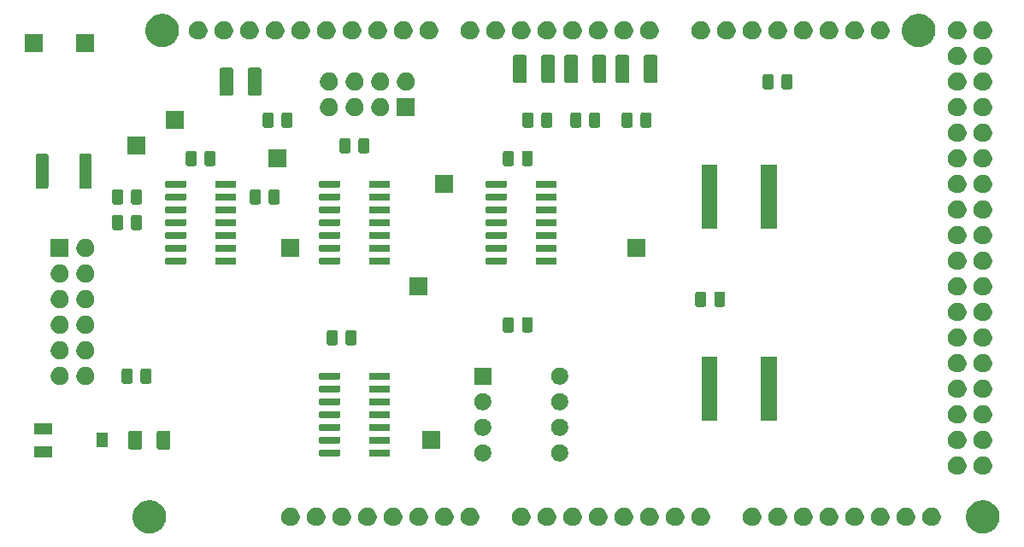
<source format=gbr>
G04 #@! TF.GenerationSoftware,KiCad,Pcbnew,(5.1.5-0-10_14)*
G04 #@! TF.CreationDate,2020-03-05T22:25:02-06:00*
G04 #@! TF.ProjectId,Electronic Target,456c6563-7472-46f6-9e69-632054617267,rev?*
G04 #@! TF.SameCoordinates,Original*
G04 #@! TF.FileFunction,Soldermask,Top*
G04 #@! TF.FilePolarity,Negative*
%FSLAX46Y46*%
G04 Gerber Fmt 4.6, Leading zero omitted, Abs format (unit mm)*
G04 Created by KiCad (PCBNEW (5.1.5-0-10_14)) date 2020-03-05 22:25:02*
%MOMM*%
%LPD*%
G04 APERTURE LIST*
%ADD10C,0.100000*%
G04 APERTURE END LIST*
D10*
G36*
X213735256Y-131741298D02*
G01*
X213841579Y-131762447D01*
X214142042Y-131886903D01*
X214412451Y-132067585D01*
X214642415Y-132297549D01*
X214823097Y-132567958D01*
X214823098Y-132567960D01*
X214947553Y-132868422D01*
X215011000Y-133187389D01*
X215011000Y-133512611D01*
X214947553Y-133831578D01*
X214852766Y-134060416D01*
X214823097Y-134132042D01*
X214642415Y-134402451D01*
X214412451Y-134632415D01*
X214142042Y-134813097D01*
X213841579Y-134937553D01*
X213735256Y-134958702D01*
X213522611Y-135001000D01*
X213197389Y-135001000D01*
X212984744Y-134958702D01*
X212878421Y-134937553D01*
X212577958Y-134813097D01*
X212307549Y-134632415D01*
X212077585Y-134402451D01*
X211896903Y-134132042D01*
X211867235Y-134060416D01*
X211772447Y-133831578D01*
X211709000Y-133512611D01*
X211709000Y-133187389D01*
X211772447Y-132868422D01*
X211896902Y-132567960D01*
X211896903Y-132567958D01*
X212077585Y-132297549D01*
X212307549Y-132067585D01*
X212577958Y-131886903D01*
X212878421Y-131762447D01*
X212984744Y-131741298D01*
X213197389Y-131699000D01*
X213522611Y-131699000D01*
X213735256Y-131741298D01*
G37*
G36*
X131185256Y-131741298D02*
G01*
X131291579Y-131762447D01*
X131592042Y-131886903D01*
X131862451Y-132067585D01*
X132092415Y-132297549D01*
X132273097Y-132567958D01*
X132273098Y-132567960D01*
X132397553Y-132868422D01*
X132461000Y-133187389D01*
X132461000Y-133512611D01*
X132397553Y-133831578D01*
X132302766Y-134060416D01*
X132273097Y-134132042D01*
X132092415Y-134402451D01*
X131862451Y-134632415D01*
X131592042Y-134813097D01*
X131291579Y-134937553D01*
X131185256Y-134958702D01*
X130972611Y-135001000D01*
X130647389Y-135001000D01*
X130434744Y-134958702D01*
X130328421Y-134937553D01*
X130027958Y-134813097D01*
X129757549Y-134632415D01*
X129527585Y-134402451D01*
X129346903Y-134132042D01*
X129317235Y-134060416D01*
X129222447Y-133831578D01*
X129159000Y-133512611D01*
X129159000Y-133187389D01*
X129222447Y-132868422D01*
X129346902Y-132567960D01*
X129346903Y-132567958D01*
X129527585Y-132297549D01*
X129757549Y-132067585D01*
X130027958Y-131886903D01*
X130328421Y-131762447D01*
X130434744Y-131741298D01*
X130647389Y-131699000D01*
X130972611Y-131699000D01*
X131185256Y-131741298D01*
G37*
G36*
X203466778Y-132470547D02*
G01*
X203633224Y-132539491D01*
X203783022Y-132639583D01*
X203910417Y-132766978D01*
X204010509Y-132916776D01*
X204079453Y-133083222D01*
X204114600Y-133259918D01*
X204114600Y-133440082D01*
X204079453Y-133616778D01*
X204010509Y-133783224D01*
X203910417Y-133933022D01*
X203783022Y-134060417D01*
X203633224Y-134160509D01*
X203466778Y-134229453D01*
X203290082Y-134264600D01*
X203109918Y-134264600D01*
X202933222Y-134229453D01*
X202766776Y-134160509D01*
X202616978Y-134060417D01*
X202489583Y-133933022D01*
X202389491Y-133783224D01*
X202320547Y-133616778D01*
X202285400Y-133440082D01*
X202285400Y-133259918D01*
X202320547Y-133083222D01*
X202389491Y-132916776D01*
X202489583Y-132766978D01*
X202616978Y-132639583D01*
X202766776Y-132539491D01*
X202933222Y-132470547D01*
X203109918Y-132435400D01*
X203290082Y-132435400D01*
X203466778Y-132470547D01*
G37*
G36*
X200926778Y-132470547D02*
G01*
X201093224Y-132539491D01*
X201243022Y-132639583D01*
X201370417Y-132766978D01*
X201470509Y-132916776D01*
X201539453Y-133083222D01*
X201574600Y-133259918D01*
X201574600Y-133440082D01*
X201539453Y-133616778D01*
X201470509Y-133783224D01*
X201370417Y-133933022D01*
X201243022Y-134060417D01*
X201093224Y-134160509D01*
X200926778Y-134229453D01*
X200750082Y-134264600D01*
X200569918Y-134264600D01*
X200393222Y-134229453D01*
X200226776Y-134160509D01*
X200076978Y-134060417D01*
X199949583Y-133933022D01*
X199849491Y-133783224D01*
X199780547Y-133616778D01*
X199745400Y-133440082D01*
X199745400Y-133259918D01*
X199780547Y-133083222D01*
X199849491Y-132916776D01*
X199949583Y-132766978D01*
X200076978Y-132639583D01*
X200226776Y-132539491D01*
X200393222Y-132470547D01*
X200569918Y-132435400D01*
X200750082Y-132435400D01*
X200926778Y-132470547D01*
G37*
G36*
X198386778Y-132470547D02*
G01*
X198553224Y-132539491D01*
X198703022Y-132639583D01*
X198830417Y-132766978D01*
X198930509Y-132916776D01*
X198999453Y-133083222D01*
X199034600Y-133259918D01*
X199034600Y-133440082D01*
X198999453Y-133616778D01*
X198930509Y-133783224D01*
X198830417Y-133933022D01*
X198703022Y-134060417D01*
X198553224Y-134160509D01*
X198386778Y-134229453D01*
X198210082Y-134264600D01*
X198029918Y-134264600D01*
X197853222Y-134229453D01*
X197686776Y-134160509D01*
X197536978Y-134060417D01*
X197409583Y-133933022D01*
X197309491Y-133783224D01*
X197240547Y-133616778D01*
X197205400Y-133440082D01*
X197205400Y-133259918D01*
X197240547Y-133083222D01*
X197309491Y-132916776D01*
X197409583Y-132766978D01*
X197536978Y-132639583D01*
X197686776Y-132539491D01*
X197853222Y-132470547D01*
X198029918Y-132435400D01*
X198210082Y-132435400D01*
X198386778Y-132470547D01*
G37*
G36*
X195846778Y-132470547D02*
G01*
X196013224Y-132539491D01*
X196163022Y-132639583D01*
X196290417Y-132766978D01*
X196390509Y-132916776D01*
X196459453Y-133083222D01*
X196494600Y-133259918D01*
X196494600Y-133440082D01*
X196459453Y-133616778D01*
X196390509Y-133783224D01*
X196290417Y-133933022D01*
X196163022Y-134060417D01*
X196013224Y-134160509D01*
X195846778Y-134229453D01*
X195670082Y-134264600D01*
X195489918Y-134264600D01*
X195313222Y-134229453D01*
X195146776Y-134160509D01*
X194996978Y-134060417D01*
X194869583Y-133933022D01*
X194769491Y-133783224D01*
X194700547Y-133616778D01*
X194665400Y-133440082D01*
X194665400Y-133259918D01*
X194700547Y-133083222D01*
X194769491Y-132916776D01*
X194869583Y-132766978D01*
X194996978Y-132639583D01*
X195146776Y-132539491D01*
X195313222Y-132470547D01*
X195489918Y-132435400D01*
X195670082Y-132435400D01*
X195846778Y-132470547D01*
G37*
G36*
X193306778Y-132470547D02*
G01*
X193473224Y-132539491D01*
X193623022Y-132639583D01*
X193750417Y-132766978D01*
X193850509Y-132916776D01*
X193919453Y-133083222D01*
X193954600Y-133259918D01*
X193954600Y-133440082D01*
X193919453Y-133616778D01*
X193850509Y-133783224D01*
X193750417Y-133933022D01*
X193623022Y-134060417D01*
X193473224Y-134160509D01*
X193306778Y-134229453D01*
X193130082Y-134264600D01*
X192949918Y-134264600D01*
X192773222Y-134229453D01*
X192606776Y-134160509D01*
X192456978Y-134060417D01*
X192329583Y-133933022D01*
X192229491Y-133783224D01*
X192160547Y-133616778D01*
X192125400Y-133440082D01*
X192125400Y-133259918D01*
X192160547Y-133083222D01*
X192229491Y-132916776D01*
X192329583Y-132766978D01*
X192456978Y-132639583D01*
X192606776Y-132539491D01*
X192773222Y-132470547D01*
X192949918Y-132435400D01*
X193130082Y-132435400D01*
X193306778Y-132470547D01*
G37*
G36*
X190766778Y-132470547D02*
G01*
X190933224Y-132539491D01*
X191083022Y-132639583D01*
X191210417Y-132766978D01*
X191310509Y-132916776D01*
X191379453Y-133083222D01*
X191414600Y-133259918D01*
X191414600Y-133440082D01*
X191379453Y-133616778D01*
X191310509Y-133783224D01*
X191210417Y-133933022D01*
X191083022Y-134060417D01*
X190933224Y-134160509D01*
X190766778Y-134229453D01*
X190590082Y-134264600D01*
X190409918Y-134264600D01*
X190233222Y-134229453D01*
X190066776Y-134160509D01*
X189916978Y-134060417D01*
X189789583Y-133933022D01*
X189689491Y-133783224D01*
X189620547Y-133616778D01*
X189585400Y-133440082D01*
X189585400Y-133259918D01*
X189620547Y-133083222D01*
X189689491Y-132916776D01*
X189789583Y-132766978D01*
X189916978Y-132639583D01*
X190066776Y-132539491D01*
X190233222Y-132470547D01*
X190409918Y-132435400D01*
X190590082Y-132435400D01*
X190766778Y-132470547D01*
G37*
G36*
X185686778Y-132470547D02*
G01*
X185853224Y-132539491D01*
X186003022Y-132639583D01*
X186130417Y-132766978D01*
X186230509Y-132916776D01*
X186299453Y-133083222D01*
X186334600Y-133259918D01*
X186334600Y-133440082D01*
X186299453Y-133616778D01*
X186230509Y-133783224D01*
X186130417Y-133933022D01*
X186003022Y-134060417D01*
X185853224Y-134160509D01*
X185686778Y-134229453D01*
X185510082Y-134264600D01*
X185329918Y-134264600D01*
X185153222Y-134229453D01*
X184986776Y-134160509D01*
X184836978Y-134060417D01*
X184709583Y-133933022D01*
X184609491Y-133783224D01*
X184540547Y-133616778D01*
X184505400Y-133440082D01*
X184505400Y-133259918D01*
X184540547Y-133083222D01*
X184609491Y-132916776D01*
X184709583Y-132766978D01*
X184836978Y-132639583D01*
X184986776Y-132539491D01*
X185153222Y-132470547D01*
X185329918Y-132435400D01*
X185510082Y-132435400D01*
X185686778Y-132470547D01*
G37*
G36*
X183146778Y-132470547D02*
G01*
X183313224Y-132539491D01*
X183463022Y-132639583D01*
X183590417Y-132766978D01*
X183690509Y-132916776D01*
X183759453Y-133083222D01*
X183794600Y-133259918D01*
X183794600Y-133440082D01*
X183759453Y-133616778D01*
X183690509Y-133783224D01*
X183590417Y-133933022D01*
X183463022Y-134060417D01*
X183313224Y-134160509D01*
X183146778Y-134229453D01*
X182970082Y-134264600D01*
X182789918Y-134264600D01*
X182613222Y-134229453D01*
X182446776Y-134160509D01*
X182296978Y-134060417D01*
X182169583Y-133933022D01*
X182069491Y-133783224D01*
X182000547Y-133616778D01*
X181965400Y-133440082D01*
X181965400Y-133259918D01*
X182000547Y-133083222D01*
X182069491Y-132916776D01*
X182169583Y-132766978D01*
X182296978Y-132639583D01*
X182446776Y-132539491D01*
X182613222Y-132470547D01*
X182789918Y-132435400D01*
X182970082Y-132435400D01*
X183146778Y-132470547D01*
G37*
G36*
X180606778Y-132470547D02*
G01*
X180773224Y-132539491D01*
X180923022Y-132639583D01*
X181050417Y-132766978D01*
X181150509Y-132916776D01*
X181219453Y-133083222D01*
X181254600Y-133259918D01*
X181254600Y-133440082D01*
X181219453Y-133616778D01*
X181150509Y-133783224D01*
X181050417Y-133933022D01*
X180923022Y-134060417D01*
X180773224Y-134160509D01*
X180606778Y-134229453D01*
X180430082Y-134264600D01*
X180249918Y-134264600D01*
X180073222Y-134229453D01*
X179906776Y-134160509D01*
X179756978Y-134060417D01*
X179629583Y-133933022D01*
X179529491Y-133783224D01*
X179460547Y-133616778D01*
X179425400Y-133440082D01*
X179425400Y-133259918D01*
X179460547Y-133083222D01*
X179529491Y-132916776D01*
X179629583Y-132766978D01*
X179756978Y-132639583D01*
X179906776Y-132539491D01*
X180073222Y-132470547D01*
X180249918Y-132435400D01*
X180430082Y-132435400D01*
X180606778Y-132470547D01*
G37*
G36*
X178066778Y-132470547D02*
G01*
X178233224Y-132539491D01*
X178383022Y-132639583D01*
X178510417Y-132766978D01*
X178610509Y-132916776D01*
X178679453Y-133083222D01*
X178714600Y-133259918D01*
X178714600Y-133440082D01*
X178679453Y-133616778D01*
X178610509Y-133783224D01*
X178510417Y-133933022D01*
X178383022Y-134060417D01*
X178233224Y-134160509D01*
X178066778Y-134229453D01*
X177890082Y-134264600D01*
X177709918Y-134264600D01*
X177533222Y-134229453D01*
X177366776Y-134160509D01*
X177216978Y-134060417D01*
X177089583Y-133933022D01*
X176989491Y-133783224D01*
X176920547Y-133616778D01*
X176885400Y-133440082D01*
X176885400Y-133259918D01*
X176920547Y-133083222D01*
X176989491Y-132916776D01*
X177089583Y-132766978D01*
X177216978Y-132639583D01*
X177366776Y-132539491D01*
X177533222Y-132470547D01*
X177709918Y-132435400D01*
X177890082Y-132435400D01*
X178066778Y-132470547D01*
G37*
G36*
X175526778Y-132470547D02*
G01*
X175693224Y-132539491D01*
X175843022Y-132639583D01*
X175970417Y-132766978D01*
X176070509Y-132916776D01*
X176139453Y-133083222D01*
X176174600Y-133259918D01*
X176174600Y-133440082D01*
X176139453Y-133616778D01*
X176070509Y-133783224D01*
X175970417Y-133933022D01*
X175843022Y-134060417D01*
X175693224Y-134160509D01*
X175526778Y-134229453D01*
X175350082Y-134264600D01*
X175169918Y-134264600D01*
X174993222Y-134229453D01*
X174826776Y-134160509D01*
X174676978Y-134060417D01*
X174549583Y-133933022D01*
X174449491Y-133783224D01*
X174380547Y-133616778D01*
X174345400Y-133440082D01*
X174345400Y-133259918D01*
X174380547Y-133083222D01*
X174449491Y-132916776D01*
X174549583Y-132766978D01*
X174676978Y-132639583D01*
X174826776Y-132539491D01*
X174993222Y-132470547D01*
X175169918Y-132435400D01*
X175350082Y-132435400D01*
X175526778Y-132470547D01*
G37*
G36*
X172986778Y-132470547D02*
G01*
X173153224Y-132539491D01*
X173303022Y-132639583D01*
X173430417Y-132766978D01*
X173530509Y-132916776D01*
X173599453Y-133083222D01*
X173634600Y-133259918D01*
X173634600Y-133440082D01*
X173599453Y-133616778D01*
X173530509Y-133783224D01*
X173430417Y-133933022D01*
X173303022Y-134060417D01*
X173153224Y-134160509D01*
X172986778Y-134229453D01*
X172810082Y-134264600D01*
X172629918Y-134264600D01*
X172453222Y-134229453D01*
X172286776Y-134160509D01*
X172136978Y-134060417D01*
X172009583Y-133933022D01*
X171909491Y-133783224D01*
X171840547Y-133616778D01*
X171805400Y-133440082D01*
X171805400Y-133259918D01*
X171840547Y-133083222D01*
X171909491Y-132916776D01*
X172009583Y-132766978D01*
X172136978Y-132639583D01*
X172286776Y-132539491D01*
X172453222Y-132470547D01*
X172629918Y-132435400D01*
X172810082Y-132435400D01*
X172986778Y-132470547D01*
G37*
G36*
X170446778Y-132470547D02*
G01*
X170613224Y-132539491D01*
X170763022Y-132639583D01*
X170890417Y-132766978D01*
X170990509Y-132916776D01*
X171059453Y-133083222D01*
X171094600Y-133259918D01*
X171094600Y-133440082D01*
X171059453Y-133616778D01*
X170990509Y-133783224D01*
X170890417Y-133933022D01*
X170763022Y-134060417D01*
X170613224Y-134160509D01*
X170446778Y-134229453D01*
X170270082Y-134264600D01*
X170089918Y-134264600D01*
X169913222Y-134229453D01*
X169746776Y-134160509D01*
X169596978Y-134060417D01*
X169469583Y-133933022D01*
X169369491Y-133783224D01*
X169300547Y-133616778D01*
X169265400Y-133440082D01*
X169265400Y-133259918D01*
X169300547Y-133083222D01*
X169369491Y-132916776D01*
X169469583Y-132766978D01*
X169596978Y-132639583D01*
X169746776Y-132539491D01*
X169913222Y-132470547D01*
X170089918Y-132435400D01*
X170270082Y-132435400D01*
X170446778Y-132470547D01*
G37*
G36*
X167906778Y-132470547D02*
G01*
X168073224Y-132539491D01*
X168223022Y-132639583D01*
X168350417Y-132766978D01*
X168450509Y-132916776D01*
X168519453Y-133083222D01*
X168554600Y-133259918D01*
X168554600Y-133440082D01*
X168519453Y-133616778D01*
X168450509Y-133783224D01*
X168350417Y-133933022D01*
X168223022Y-134060417D01*
X168073224Y-134160509D01*
X167906778Y-134229453D01*
X167730082Y-134264600D01*
X167549918Y-134264600D01*
X167373222Y-134229453D01*
X167206776Y-134160509D01*
X167056978Y-134060417D01*
X166929583Y-133933022D01*
X166829491Y-133783224D01*
X166760547Y-133616778D01*
X166725400Y-133440082D01*
X166725400Y-133259918D01*
X166760547Y-133083222D01*
X166829491Y-132916776D01*
X166929583Y-132766978D01*
X167056978Y-132639583D01*
X167206776Y-132539491D01*
X167373222Y-132470547D01*
X167549918Y-132435400D01*
X167730082Y-132435400D01*
X167906778Y-132470547D01*
G37*
G36*
X162826778Y-132470547D02*
G01*
X162993224Y-132539491D01*
X163143022Y-132639583D01*
X163270417Y-132766978D01*
X163370509Y-132916776D01*
X163439453Y-133083222D01*
X163474600Y-133259918D01*
X163474600Y-133440082D01*
X163439453Y-133616778D01*
X163370509Y-133783224D01*
X163270417Y-133933022D01*
X163143022Y-134060417D01*
X162993224Y-134160509D01*
X162826778Y-134229453D01*
X162650082Y-134264600D01*
X162469918Y-134264600D01*
X162293222Y-134229453D01*
X162126776Y-134160509D01*
X161976978Y-134060417D01*
X161849583Y-133933022D01*
X161749491Y-133783224D01*
X161680547Y-133616778D01*
X161645400Y-133440082D01*
X161645400Y-133259918D01*
X161680547Y-133083222D01*
X161749491Y-132916776D01*
X161849583Y-132766978D01*
X161976978Y-132639583D01*
X162126776Y-132539491D01*
X162293222Y-132470547D01*
X162469918Y-132435400D01*
X162650082Y-132435400D01*
X162826778Y-132470547D01*
G37*
G36*
X160286778Y-132470547D02*
G01*
X160453224Y-132539491D01*
X160603022Y-132639583D01*
X160730417Y-132766978D01*
X160830509Y-132916776D01*
X160899453Y-133083222D01*
X160934600Y-133259918D01*
X160934600Y-133440082D01*
X160899453Y-133616778D01*
X160830509Y-133783224D01*
X160730417Y-133933022D01*
X160603022Y-134060417D01*
X160453224Y-134160509D01*
X160286778Y-134229453D01*
X160110082Y-134264600D01*
X159929918Y-134264600D01*
X159753222Y-134229453D01*
X159586776Y-134160509D01*
X159436978Y-134060417D01*
X159309583Y-133933022D01*
X159209491Y-133783224D01*
X159140547Y-133616778D01*
X159105400Y-133440082D01*
X159105400Y-133259918D01*
X159140547Y-133083222D01*
X159209491Y-132916776D01*
X159309583Y-132766978D01*
X159436978Y-132639583D01*
X159586776Y-132539491D01*
X159753222Y-132470547D01*
X159929918Y-132435400D01*
X160110082Y-132435400D01*
X160286778Y-132470547D01*
G37*
G36*
X157746778Y-132470547D02*
G01*
X157913224Y-132539491D01*
X158063022Y-132639583D01*
X158190417Y-132766978D01*
X158290509Y-132916776D01*
X158359453Y-133083222D01*
X158394600Y-133259918D01*
X158394600Y-133440082D01*
X158359453Y-133616778D01*
X158290509Y-133783224D01*
X158190417Y-133933022D01*
X158063022Y-134060417D01*
X157913224Y-134160509D01*
X157746778Y-134229453D01*
X157570082Y-134264600D01*
X157389918Y-134264600D01*
X157213222Y-134229453D01*
X157046776Y-134160509D01*
X156896978Y-134060417D01*
X156769583Y-133933022D01*
X156669491Y-133783224D01*
X156600547Y-133616778D01*
X156565400Y-133440082D01*
X156565400Y-133259918D01*
X156600547Y-133083222D01*
X156669491Y-132916776D01*
X156769583Y-132766978D01*
X156896978Y-132639583D01*
X157046776Y-132539491D01*
X157213222Y-132470547D01*
X157389918Y-132435400D01*
X157570082Y-132435400D01*
X157746778Y-132470547D01*
G37*
G36*
X155206778Y-132470547D02*
G01*
X155373224Y-132539491D01*
X155523022Y-132639583D01*
X155650417Y-132766978D01*
X155750509Y-132916776D01*
X155819453Y-133083222D01*
X155854600Y-133259918D01*
X155854600Y-133440082D01*
X155819453Y-133616778D01*
X155750509Y-133783224D01*
X155650417Y-133933022D01*
X155523022Y-134060417D01*
X155373224Y-134160509D01*
X155206778Y-134229453D01*
X155030082Y-134264600D01*
X154849918Y-134264600D01*
X154673222Y-134229453D01*
X154506776Y-134160509D01*
X154356978Y-134060417D01*
X154229583Y-133933022D01*
X154129491Y-133783224D01*
X154060547Y-133616778D01*
X154025400Y-133440082D01*
X154025400Y-133259918D01*
X154060547Y-133083222D01*
X154129491Y-132916776D01*
X154229583Y-132766978D01*
X154356978Y-132639583D01*
X154506776Y-132539491D01*
X154673222Y-132470547D01*
X154849918Y-132435400D01*
X155030082Y-132435400D01*
X155206778Y-132470547D01*
G37*
G36*
X152666778Y-132470547D02*
G01*
X152833224Y-132539491D01*
X152983022Y-132639583D01*
X153110417Y-132766978D01*
X153210509Y-132916776D01*
X153279453Y-133083222D01*
X153314600Y-133259918D01*
X153314600Y-133440082D01*
X153279453Y-133616778D01*
X153210509Y-133783224D01*
X153110417Y-133933022D01*
X152983022Y-134060417D01*
X152833224Y-134160509D01*
X152666778Y-134229453D01*
X152490082Y-134264600D01*
X152309918Y-134264600D01*
X152133222Y-134229453D01*
X151966776Y-134160509D01*
X151816978Y-134060417D01*
X151689583Y-133933022D01*
X151589491Y-133783224D01*
X151520547Y-133616778D01*
X151485400Y-133440082D01*
X151485400Y-133259918D01*
X151520547Y-133083222D01*
X151589491Y-132916776D01*
X151689583Y-132766978D01*
X151816978Y-132639583D01*
X151966776Y-132539491D01*
X152133222Y-132470547D01*
X152309918Y-132435400D01*
X152490082Y-132435400D01*
X152666778Y-132470547D01*
G37*
G36*
X150126778Y-132470547D02*
G01*
X150293224Y-132539491D01*
X150443022Y-132639583D01*
X150570417Y-132766978D01*
X150670509Y-132916776D01*
X150739453Y-133083222D01*
X150774600Y-133259918D01*
X150774600Y-133440082D01*
X150739453Y-133616778D01*
X150670509Y-133783224D01*
X150570417Y-133933022D01*
X150443022Y-134060417D01*
X150293224Y-134160509D01*
X150126778Y-134229453D01*
X149950082Y-134264600D01*
X149769918Y-134264600D01*
X149593222Y-134229453D01*
X149426776Y-134160509D01*
X149276978Y-134060417D01*
X149149583Y-133933022D01*
X149049491Y-133783224D01*
X148980547Y-133616778D01*
X148945400Y-133440082D01*
X148945400Y-133259918D01*
X148980547Y-133083222D01*
X149049491Y-132916776D01*
X149149583Y-132766978D01*
X149276978Y-132639583D01*
X149426776Y-132539491D01*
X149593222Y-132470547D01*
X149769918Y-132435400D01*
X149950082Y-132435400D01*
X150126778Y-132470547D01*
G37*
G36*
X147586778Y-132470547D02*
G01*
X147753224Y-132539491D01*
X147903022Y-132639583D01*
X148030417Y-132766978D01*
X148130509Y-132916776D01*
X148199453Y-133083222D01*
X148234600Y-133259918D01*
X148234600Y-133440082D01*
X148199453Y-133616778D01*
X148130509Y-133783224D01*
X148030417Y-133933022D01*
X147903022Y-134060417D01*
X147753224Y-134160509D01*
X147586778Y-134229453D01*
X147410082Y-134264600D01*
X147229918Y-134264600D01*
X147053222Y-134229453D01*
X146886776Y-134160509D01*
X146736978Y-134060417D01*
X146609583Y-133933022D01*
X146509491Y-133783224D01*
X146440547Y-133616778D01*
X146405400Y-133440082D01*
X146405400Y-133259918D01*
X146440547Y-133083222D01*
X146509491Y-132916776D01*
X146609583Y-132766978D01*
X146736978Y-132639583D01*
X146886776Y-132539491D01*
X147053222Y-132470547D01*
X147229918Y-132435400D01*
X147410082Y-132435400D01*
X147586778Y-132470547D01*
G37*
G36*
X145046778Y-132470547D02*
G01*
X145213224Y-132539491D01*
X145363022Y-132639583D01*
X145490417Y-132766978D01*
X145590509Y-132916776D01*
X145659453Y-133083222D01*
X145694600Y-133259918D01*
X145694600Y-133440082D01*
X145659453Y-133616778D01*
X145590509Y-133783224D01*
X145490417Y-133933022D01*
X145363022Y-134060417D01*
X145213224Y-134160509D01*
X145046778Y-134229453D01*
X144870082Y-134264600D01*
X144689918Y-134264600D01*
X144513222Y-134229453D01*
X144346776Y-134160509D01*
X144196978Y-134060417D01*
X144069583Y-133933022D01*
X143969491Y-133783224D01*
X143900547Y-133616778D01*
X143865400Y-133440082D01*
X143865400Y-133259918D01*
X143900547Y-133083222D01*
X143969491Y-132916776D01*
X144069583Y-132766978D01*
X144196978Y-132639583D01*
X144346776Y-132539491D01*
X144513222Y-132470547D01*
X144689918Y-132435400D01*
X144870082Y-132435400D01*
X145046778Y-132470547D01*
G37*
G36*
X206006778Y-132470547D02*
G01*
X206173224Y-132539491D01*
X206323022Y-132639583D01*
X206450417Y-132766978D01*
X206550509Y-132916776D01*
X206619453Y-133083222D01*
X206654600Y-133259918D01*
X206654600Y-133440082D01*
X206619453Y-133616778D01*
X206550509Y-133783224D01*
X206450417Y-133933022D01*
X206323022Y-134060417D01*
X206173224Y-134160509D01*
X206006778Y-134229453D01*
X205830082Y-134264600D01*
X205649918Y-134264600D01*
X205473222Y-134229453D01*
X205306776Y-134160509D01*
X205156978Y-134060417D01*
X205029583Y-133933022D01*
X204929491Y-133783224D01*
X204860547Y-133616778D01*
X204825400Y-133440082D01*
X204825400Y-133259918D01*
X204860547Y-133083222D01*
X204929491Y-132916776D01*
X205029583Y-132766978D01*
X205156978Y-132639583D01*
X205306776Y-132539491D01*
X205473222Y-132470547D01*
X205649918Y-132435400D01*
X205830082Y-132435400D01*
X206006778Y-132470547D01*
G37*
G36*
X208546778Y-132470547D02*
G01*
X208713224Y-132539491D01*
X208863022Y-132639583D01*
X208990417Y-132766978D01*
X209090509Y-132916776D01*
X209159453Y-133083222D01*
X209194600Y-133259918D01*
X209194600Y-133440082D01*
X209159453Y-133616778D01*
X209090509Y-133783224D01*
X208990417Y-133933022D01*
X208863022Y-134060417D01*
X208713224Y-134160509D01*
X208546778Y-134229453D01*
X208370082Y-134264600D01*
X208189918Y-134264600D01*
X208013222Y-134229453D01*
X207846776Y-134160509D01*
X207696978Y-134060417D01*
X207569583Y-133933022D01*
X207469491Y-133783224D01*
X207400547Y-133616778D01*
X207365400Y-133440082D01*
X207365400Y-133259918D01*
X207400547Y-133083222D01*
X207469491Y-132916776D01*
X207569583Y-132766978D01*
X207696978Y-132639583D01*
X207846776Y-132539491D01*
X208013222Y-132470547D01*
X208189918Y-132435400D01*
X208370082Y-132435400D01*
X208546778Y-132470547D01*
G37*
G36*
X211086778Y-127390547D02*
G01*
X211253224Y-127459491D01*
X211403022Y-127559583D01*
X211530417Y-127686978D01*
X211630509Y-127836776D01*
X211699453Y-128003222D01*
X211734600Y-128179918D01*
X211734600Y-128360082D01*
X211699453Y-128536778D01*
X211630509Y-128703224D01*
X211530417Y-128853022D01*
X211403022Y-128980417D01*
X211253224Y-129080509D01*
X211086778Y-129149453D01*
X210910082Y-129184600D01*
X210729918Y-129184600D01*
X210553222Y-129149453D01*
X210386776Y-129080509D01*
X210236978Y-128980417D01*
X210109583Y-128853022D01*
X210009491Y-128703224D01*
X209940547Y-128536778D01*
X209905400Y-128360082D01*
X209905400Y-128179918D01*
X209940547Y-128003222D01*
X210009491Y-127836776D01*
X210109583Y-127686978D01*
X210236978Y-127559583D01*
X210386776Y-127459491D01*
X210553222Y-127390547D01*
X210729918Y-127355400D01*
X210910082Y-127355400D01*
X211086778Y-127390547D01*
G37*
G36*
X213626778Y-127390547D02*
G01*
X213793224Y-127459491D01*
X213943022Y-127559583D01*
X214070417Y-127686978D01*
X214170509Y-127836776D01*
X214239453Y-128003222D01*
X214274600Y-128179918D01*
X214274600Y-128360082D01*
X214239453Y-128536778D01*
X214170509Y-128703224D01*
X214070417Y-128853022D01*
X213943022Y-128980417D01*
X213793224Y-129080509D01*
X213626778Y-129149453D01*
X213450082Y-129184600D01*
X213269918Y-129184600D01*
X213093222Y-129149453D01*
X212926776Y-129080509D01*
X212776978Y-128980417D01*
X212649583Y-128853022D01*
X212549491Y-128703224D01*
X212480547Y-128536778D01*
X212445400Y-128360082D01*
X212445400Y-128179918D01*
X212480547Y-128003222D01*
X212549491Y-127836776D01*
X212649583Y-127686978D01*
X212776978Y-127559583D01*
X212926776Y-127459491D01*
X213093222Y-127390547D01*
X213269918Y-127355400D01*
X213450082Y-127355400D01*
X213626778Y-127390547D01*
G37*
G36*
X164078228Y-126181703D02*
G01*
X164233100Y-126245853D01*
X164372481Y-126338985D01*
X164491015Y-126457519D01*
X164584147Y-126596900D01*
X164648297Y-126751772D01*
X164681000Y-126916184D01*
X164681000Y-127083816D01*
X164648297Y-127248228D01*
X164584147Y-127403100D01*
X164491015Y-127542481D01*
X164372481Y-127661015D01*
X164233100Y-127754147D01*
X164078228Y-127818297D01*
X163913816Y-127851000D01*
X163746184Y-127851000D01*
X163581772Y-127818297D01*
X163426900Y-127754147D01*
X163287519Y-127661015D01*
X163168985Y-127542481D01*
X163075853Y-127403100D01*
X163011703Y-127248228D01*
X162979000Y-127083816D01*
X162979000Y-126916184D01*
X163011703Y-126751772D01*
X163075853Y-126596900D01*
X163168985Y-126457519D01*
X163287519Y-126338985D01*
X163426900Y-126245853D01*
X163581772Y-126181703D01*
X163746184Y-126149000D01*
X163913816Y-126149000D01*
X164078228Y-126181703D01*
G37*
G36*
X171698228Y-126181703D02*
G01*
X171853100Y-126245853D01*
X171992481Y-126338985D01*
X172111015Y-126457519D01*
X172204147Y-126596900D01*
X172268297Y-126751772D01*
X172301000Y-126916184D01*
X172301000Y-127083816D01*
X172268297Y-127248228D01*
X172204147Y-127403100D01*
X172111015Y-127542481D01*
X171992481Y-127661015D01*
X171853100Y-127754147D01*
X171698228Y-127818297D01*
X171533816Y-127851000D01*
X171366184Y-127851000D01*
X171201772Y-127818297D01*
X171046900Y-127754147D01*
X170907519Y-127661015D01*
X170788985Y-127542481D01*
X170695853Y-127403100D01*
X170631703Y-127248228D01*
X170599000Y-127083816D01*
X170599000Y-126916184D01*
X170631703Y-126751772D01*
X170695853Y-126596900D01*
X170788985Y-126457519D01*
X170907519Y-126338985D01*
X171046900Y-126245853D01*
X171201772Y-126181703D01*
X171366184Y-126149000D01*
X171533816Y-126149000D01*
X171698228Y-126181703D01*
G37*
G36*
X121183600Y-127426300D02*
G01*
X119379800Y-127426300D01*
X119379800Y-126333700D01*
X121183600Y-126333700D01*
X121183600Y-127426300D01*
G37*
G36*
X149589928Y-126651764D02*
G01*
X149611009Y-126658160D01*
X149630445Y-126668548D01*
X149647476Y-126682524D01*
X149661452Y-126699555D01*
X149671840Y-126718991D01*
X149678236Y-126740072D01*
X149681000Y-126768140D01*
X149681000Y-127231860D01*
X149678236Y-127259928D01*
X149671840Y-127281009D01*
X149661452Y-127300445D01*
X149647476Y-127317476D01*
X149630445Y-127331452D01*
X149611009Y-127341840D01*
X149589928Y-127348236D01*
X149561860Y-127351000D01*
X147748140Y-127351000D01*
X147720072Y-127348236D01*
X147698991Y-127341840D01*
X147679555Y-127331452D01*
X147662524Y-127317476D01*
X147648548Y-127300445D01*
X147638160Y-127281009D01*
X147631764Y-127259928D01*
X147629000Y-127231860D01*
X147629000Y-126768140D01*
X147631764Y-126740072D01*
X147638160Y-126718991D01*
X147648548Y-126699555D01*
X147662524Y-126682524D01*
X147679555Y-126668548D01*
X147698991Y-126658160D01*
X147720072Y-126651764D01*
X147748140Y-126649000D01*
X149561860Y-126649000D01*
X149589928Y-126651764D01*
G37*
G36*
X154539928Y-126651764D02*
G01*
X154561009Y-126658160D01*
X154580445Y-126668548D01*
X154597476Y-126682524D01*
X154611452Y-126699555D01*
X154621840Y-126718991D01*
X154628236Y-126740072D01*
X154631000Y-126768140D01*
X154631000Y-127231860D01*
X154628236Y-127259928D01*
X154621840Y-127281009D01*
X154611452Y-127300445D01*
X154597476Y-127317476D01*
X154580445Y-127331452D01*
X154561009Y-127341840D01*
X154539928Y-127348236D01*
X154511860Y-127351000D01*
X152698140Y-127351000D01*
X152670072Y-127348236D01*
X152648991Y-127341840D01*
X152629555Y-127331452D01*
X152612524Y-127317476D01*
X152598548Y-127300445D01*
X152588160Y-127281009D01*
X152581764Y-127259928D01*
X152579000Y-127231860D01*
X152579000Y-126768140D01*
X152581764Y-126740072D01*
X152588160Y-126718991D01*
X152598548Y-126699555D01*
X152612524Y-126682524D01*
X152629555Y-126668548D01*
X152648991Y-126658160D01*
X152670072Y-126651764D01*
X152698140Y-126649000D01*
X154511860Y-126649000D01*
X154539928Y-126651764D01*
G37*
G36*
X132728604Y-124808347D02*
G01*
X132765144Y-124819432D01*
X132798821Y-124837433D01*
X132828341Y-124861659D01*
X132852567Y-124891179D01*
X132870568Y-124924856D01*
X132881653Y-124961396D01*
X132886000Y-125005538D01*
X132886000Y-126454462D01*
X132881653Y-126498604D01*
X132870568Y-126535144D01*
X132852567Y-126568821D01*
X132828341Y-126598341D01*
X132798821Y-126622567D01*
X132765144Y-126640568D01*
X132728604Y-126651653D01*
X132684462Y-126656000D01*
X131735538Y-126656000D01*
X131691396Y-126651653D01*
X131654856Y-126640568D01*
X131621179Y-126622567D01*
X131591659Y-126598341D01*
X131567433Y-126568821D01*
X131549432Y-126535144D01*
X131538347Y-126498604D01*
X131534000Y-126454462D01*
X131534000Y-125005538D01*
X131538347Y-124961396D01*
X131549432Y-124924856D01*
X131567433Y-124891179D01*
X131591659Y-124861659D01*
X131621179Y-124837433D01*
X131654856Y-124819432D01*
X131691396Y-124808347D01*
X131735538Y-124804000D01*
X132684462Y-124804000D01*
X132728604Y-124808347D01*
G37*
G36*
X129928604Y-124808347D02*
G01*
X129965144Y-124819432D01*
X129998821Y-124837433D01*
X130028341Y-124861659D01*
X130052567Y-124891179D01*
X130070568Y-124924856D01*
X130081653Y-124961396D01*
X130086000Y-125005538D01*
X130086000Y-126454462D01*
X130081653Y-126498604D01*
X130070568Y-126535144D01*
X130052567Y-126568821D01*
X130028341Y-126598341D01*
X129998821Y-126622567D01*
X129965144Y-126640568D01*
X129928604Y-126651653D01*
X129884462Y-126656000D01*
X128935538Y-126656000D01*
X128891396Y-126651653D01*
X128854856Y-126640568D01*
X128821179Y-126622567D01*
X128791659Y-126598341D01*
X128767433Y-126568821D01*
X128749432Y-126535144D01*
X128738347Y-126498604D01*
X128734000Y-126454462D01*
X128734000Y-125005538D01*
X128738347Y-124961396D01*
X128749432Y-124924856D01*
X128767433Y-124891179D01*
X128791659Y-124861659D01*
X128821179Y-124837433D01*
X128854856Y-124819432D01*
X128891396Y-124808347D01*
X128935538Y-124804000D01*
X129884462Y-124804000D01*
X129928604Y-124808347D01*
G37*
G36*
X213626778Y-124850547D02*
G01*
X213793224Y-124919491D01*
X213943022Y-125019583D01*
X214070417Y-125146978D01*
X214170509Y-125296776D01*
X214239453Y-125463222D01*
X214274600Y-125639918D01*
X214274600Y-125820082D01*
X214239453Y-125996778D01*
X214170509Y-126163224D01*
X214070417Y-126313022D01*
X213943022Y-126440417D01*
X213793224Y-126540509D01*
X213626778Y-126609453D01*
X213450082Y-126644600D01*
X213269918Y-126644600D01*
X213093222Y-126609453D01*
X212926776Y-126540509D01*
X212776978Y-126440417D01*
X212649583Y-126313022D01*
X212549491Y-126163224D01*
X212480547Y-125996778D01*
X212445400Y-125820082D01*
X212445400Y-125639918D01*
X212480547Y-125463222D01*
X212549491Y-125296776D01*
X212649583Y-125146978D01*
X212776978Y-125019583D01*
X212926776Y-124919491D01*
X213093222Y-124850547D01*
X213269918Y-124815400D01*
X213450082Y-124815400D01*
X213626778Y-124850547D01*
G37*
G36*
X211086778Y-124850547D02*
G01*
X211253224Y-124919491D01*
X211403022Y-125019583D01*
X211530417Y-125146978D01*
X211630509Y-125296776D01*
X211699453Y-125463222D01*
X211734600Y-125639918D01*
X211734600Y-125820082D01*
X211699453Y-125996778D01*
X211630509Y-126163224D01*
X211530417Y-126313022D01*
X211403022Y-126440417D01*
X211253224Y-126540509D01*
X211086778Y-126609453D01*
X210910082Y-126644600D01*
X210729918Y-126644600D01*
X210553222Y-126609453D01*
X210386776Y-126540509D01*
X210236978Y-126440417D01*
X210109583Y-126313022D01*
X210009491Y-126163224D01*
X209940547Y-125996778D01*
X209905400Y-125820082D01*
X209905400Y-125639918D01*
X209940547Y-125463222D01*
X210009491Y-125296776D01*
X210109583Y-125146978D01*
X210236978Y-125019583D01*
X210386776Y-124919491D01*
X210553222Y-124850547D01*
X210729918Y-124815400D01*
X210910082Y-124815400D01*
X211086778Y-124850547D01*
G37*
G36*
X159651000Y-126631000D02*
G01*
X157849000Y-126631000D01*
X157849000Y-124829000D01*
X159651000Y-124829000D01*
X159651000Y-126631000D01*
G37*
G36*
X126644600Y-126454100D02*
G01*
X125552000Y-126454100D01*
X125552000Y-125005900D01*
X126644600Y-125005900D01*
X126644600Y-126454100D01*
G37*
G36*
X149589928Y-125381764D02*
G01*
X149611009Y-125388160D01*
X149630445Y-125398548D01*
X149647476Y-125412524D01*
X149661452Y-125429555D01*
X149671840Y-125448991D01*
X149678236Y-125470072D01*
X149681000Y-125498140D01*
X149681000Y-125961860D01*
X149678236Y-125989928D01*
X149671840Y-126011009D01*
X149661452Y-126030445D01*
X149647476Y-126047476D01*
X149630445Y-126061452D01*
X149611009Y-126071840D01*
X149589928Y-126078236D01*
X149561860Y-126081000D01*
X147748140Y-126081000D01*
X147720072Y-126078236D01*
X147698991Y-126071840D01*
X147679555Y-126061452D01*
X147662524Y-126047476D01*
X147648548Y-126030445D01*
X147638160Y-126011009D01*
X147631764Y-125989928D01*
X147629000Y-125961860D01*
X147629000Y-125498140D01*
X147631764Y-125470072D01*
X147638160Y-125448991D01*
X147648548Y-125429555D01*
X147662524Y-125412524D01*
X147679555Y-125398548D01*
X147698991Y-125388160D01*
X147720072Y-125381764D01*
X147748140Y-125379000D01*
X149561860Y-125379000D01*
X149589928Y-125381764D01*
G37*
G36*
X154539928Y-125381764D02*
G01*
X154561009Y-125388160D01*
X154580445Y-125398548D01*
X154597476Y-125412524D01*
X154611452Y-125429555D01*
X154621840Y-125448991D01*
X154628236Y-125470072D01*
X154631000Y-125498140D01*
X154631000Y-125961860D01*
X154628236Y-125989928D01*
X154621840Y-126011009D01*
X154611452Y-126030445D01*
X154597476Y-126047476D01*
X154580445Y-126061452D01*
X154561009Y-126071840D01*
X154539928Y-126078236D01*
X154511860Y-126081000D01*
X152698140Y-126081000D01*
X152670072Y-126078236D01*
X152648991Y-126071840D01*
X152629555Y-126061452D01*
X152612524Y-126047476D01*
X152598548Y-126030445D01*
X152588160Y-126011009D01*
X152581764Y-125989928D01*
X152579000Y-125961860D01*
X152579000Y-125498140D01*
X152581764Y-125470072D01*
X152588160Y-125448991D01*
X152598548Y-125429555D01*
X152612524Y-125412524D01*
X152629555Y-125398548D01*
X152648991Y-125388160D01*
X152670072Y-125381764D01*
X152698140Y-125379000D01*
X154511860Y-125379000D01*
X154539928Y-125381764D01*
G37*
G36*
X164078228Y-123641703D02*
G01*
X164233100Y-123705853D01*
X164372481Y-123798985D01*
X164491015Y-123917519D01*
X164584147Y-124056900D01*
X164648297Y-124211772D01*
X164681000Y-124376184D01*
X164681000Y-124543816D01*
X164648297Y-124708228D01*
X164584147Y-124863100D01*
X164491015Y-125002481D01*
X164372481Y-125121015D01*
X164233100Y-125214147D01*
X164078228Y-125278297D01*
X163913816Y-125311000D01*
X163746184Y-125311000D01*
X163581772Y-125278297D01*
X163426900Y-125214147D01*
X163287519Y-125121015D01*
X163168985Y-125002481D01*
X163075853Y-124863100D01*
X163011703Y-124708228D01*
X162979000Y-124543816D01*
X162979000Y-124376184D01*
X163011703Y-124211772D01*
X163075853Y-124056900D01*
X163168985Y-123917519D01*
X163287519Y-123798985D01*
X163426900Y-123705853D01*
X163581772Y-123641703D01*
X163746184Y-123609000D01*
X163913816Y-123609000D01*
X164078228Y-123641703D01*
G37*
G36*
X171698228Y-123641703D02*
G01*
X171853100Y-123705853D01*
X171992481Y-123798985D01*
X172111015Y-123917519D01*
X172204147Y-124056900D01*
X172268297Y-124211772D01*
X172301000Y-124376184D01*
X172301000Y-124543816D01*
X172268297Y-124708228D01*
X172204147Y-124863100D01*
X172111015Y-125002481D01*
X171992481Y-125121015D01*
X171853100Y-125214147D01*
X171698228Y-125278297D01*
X171533816Y-125311000D01*
X171366184Y-125311000D01*
X171201772Y-125278297D01*
X171046900Y-125214147D01*
X170907519Y-125121015D01*
X170788985Y-125002481D01*
X170695853Y-124863100D01*
X170631703Y-124708228D01*
X170599000Y-124543816D01*
X170599000Y-124376184D01*
X170631703Y-124211772D01*
X170695853Y-124056900D01*
X170788985Y-123917519D01*
X170907519Y-123798985D01*
X171046900Y-123705853D01*
X171201772Y-123641703D01*
X171366184Y-123609000D01*
X171533816Y-123609000D01*
X171698228Y-123641703D01*
G37*
G36*
X121183600Y-125126300D02*
G01*
X119379800Y-125126300D01*
X119379800Y-124033700D01*
X121183600Y-124033700D01*
X121183600Y-125126300D01*
G37*
G36*
X154539928Y-124111764D02*
G01*
X154561009Y-124118160D01*
X154580445Y-124128548D01*
X154597476Y-124142524D01*
X154611452Y-124159555D01*
X154621840Y-124178991D01*
X154628236Y-124200072D01*
X154631000Y-124228140D01*
X154631000Y-124691860D01*
X154628236Y-124719928D01*
X154621840Y-124741009D01*
X154611452Y-124760445D01*
X154597476Y-124777476D01*
X154580445Y-124791452D01*
X154561009Y-124801840D01*
X154539928Y-124808236D01*
X154511860Y-124811000D01*
X152698140Y-124811000D01*
X152670072Y-124808236D01*
X152648991Y-124801840D01*
X152629555Y-124791452D01*
X152612524Y-124777476D01*
X152598548Y-124760445D01*
X152588160Y-124741009D01*
X152581764Y-124719928D01*
X152579000Y-124691860D01*
X152579000Y-124228140D01*
X152581764Y-124200072D01*
X152588160Y-124178991D01*
X152598548Y-124159555D01*
X152612524Y-124142524D01*
X152629555Y-124128548D01*
X152648991Y-124118160D01*
X152670072Y-124111764D01*
X152698140Y-124109000D01*
X154511860Y-124109000D01*
X154539928Y-124111764D01*
G37*
G36*
X149589928Y-124111764D02*
G01*
X149611009Y-124118160D01*
X149630445Y-124128548D01*
X149647476Y-124142524D01*
X149661452Y-124159555D01*
X149671840Y-124178991D01*
X149678236Y-124200072D01*
X149681000Y-124228140D01*
X149681000Y-124691860D01*
X149678236Y-124719928D01*
X149671840Y-124741009D01*
X149661452Y-124760445D01*
X149647476Y-124777476D01*
X149630445Y-124791452D01*
X149611009Y-124801840D01*
X149589928Y-124808236D01*
X149561860Y-124811000D01*
X147748140Y-124811000D01*
X147720072Y-124808236D01*
X147698991Y-124801840D01*
X147679555Y-124791452D01*
X147662524Y-124777476D01*
X147648548Y-124760445D01*
X147638160Y-124741009D01*
X147631764Y-124719928D01*
X147629000Y-124691860D01*
X147629000Y-124228140D01*
X147631764Y-124200072D01*
X147638160Y-124178991D01*
X147648548Y-124159555D01*
X147662524Y-124142524D01*
X147679555Y-124128548D01*
X147698991Y-124118160D01*
X147720072Y-124111764D01*
X147748140Y-124109000D01*
X149561860Y-124109000D01*
X149589928Y-124111764D01*
G37*
G36*
X213626778Y-122310547D02*
G01*
X213793224Y-122379491D01*
X213943022Y-122479583D01*
X214070417Y-122606978D01*
X214170509Y-122756776D01*
X214239453Y-122923222D01*
X214274600Y-123099918D01*
X214274600Y-123280082D01*
X214239453Y-123456778D01*
X214170509Y-123623224D01*
X214070417Y-123773022D01*
X213943022Y-123900417D01*
X213793224Y-124000509D01*
X213626778Y-124069453D01*
X213450082Y-124104600D01*
X213269918Y-124104600D01*
X213093222Y-124069453D01*
X212926776Y-124000509D01*
X212776978Y-123900417D01*
X212649583Y-123773022D01*
X212549491Y-123623224D01*
X212480547Y-123456778D01*
X212445400Y-123280082D01*
X212445400Y-123099918D01*
X212480547Y-122923222D01*
X212549491Y-122756776D01*
X212649583Y-122606978D01*
X212776978Y-122479583D01*
X212926776Y-122379491D01*
X213093222Y-122310547D01*
X213269918Y-122275400D01*
X213450082Y-122275400D01*
X213626778Y-122310547D01*
G37*
G36*
X211086778Y-122310547D02*
G01*
X211253224Y-122379491D01*
X211403022Y-122479583D01*
X211530417Y-122606978D01*
X211630509Y-122756776D01*
X211699453Y-122923222D01*
X211734600Y-123099918D01*
X211734600Y-123280082D01*
X211699453Y-123456778D01*
X211630509Y-123623224D01*
X211530417Y-123773022D01*
X211403022Y-123900417D01*
X211253224Y-124000509D01*
X211086778Y-124069453D01*
X210910082Y-124104600D01*
X210729918Y-124104600D01*
X210553222Y-124069453D01*
X210386776Y-124000509D01*
X210236978Y-123900417D01*
X210109583Y-123773022D01*
X210009491Y-123623224D01*
X209940547Y-123456778D01*
X209905400Y-123280082D01*
X209905400Y-123099918D01*
X209940547Y-122923222D01*
X210009491Y-122756776D01*
X210109583Y-122606978D01*
X210236978Y-122479583D01*
X210386776Y-122379491D01*
X210553222Y-122310547D01*
X210729918Y-122275400D01*
X210910082Y-122275400D01*
X211086778Y-122310547D01*
G37*
G36*
X187056000Y-123851000D02*
G01*
X185504000Y-123851000D01*
X185504000Y-117449000D01*
X187056000Y-117449000D01*
X187056000Y-123851000D01*
G37*
G36*
X192956000Y-123851000D02*
G01*
X191404000Y-123851000D01*
X191404000Y-117449000D01*
X192956000Y-117449000D01*
X192956000Y-123851000D01*
G37*
G36*
X154539928Y-122841764D02*
G01*
X154561009Y-122848160D01*
X154580445Y-122858548D01*
X154597476Y-122872524D01*
X154611452Y-122889555D01*
X154621840Y-122908991D01*
X154628236Y-122930072D01*
X154631000Y-122958140D01*
X154631000Y-123421860D01*
X154628236Y-123449928D01*
X154621840Y-123471009D01*
X154611452Y-123490445D01*
X154597476Y-123507476D01*
X154580445Y-123521452D01*
X154561009Y-123531840D01*
X154539928Y-123538236D01*
X154511860Y-123541000D01*
X152698140Y-123541000D01*
X152670072Y-123538236D01*
X152648991Y-123531840D01*
X152629555Y-123521452D01*
X152612524Y-123507476D01*
X152598548Y-123490445D01*
X152588160Y-123471009D01*
X152581764Y-123449928D01*
X152579000Y-123421860D01*
X152579000Y-122958140D01*
X152581764Y-122930072D01*
X152588160Y-122908991D01*
X152598548Y-122889555D01*
X152612524Y-122872524D01*
X152629555Y-122858548D01*
X152648991Y-122848160D01*
X152670072Y-122841764D01*
X152698140Y-122839000D01*
X154511860Y-122839000D01*
X154539928Y-122841764D01*
G37*
G36*
X149589928Y-122841764D02*
G01*
X149611009Y-122848160D01*
X149630445Y-122858548D01*
X149647476Y-122872524D01*
X149661452Y-122889555D01*
X149671840Y-122908991D01*
X149678236Y-122930072D01*
X149681000Y-122958140D01*
X149681000Y-123421860D01*
X149678236Y-123449928D01*
X149671840Y-123471009D01*
X149661452Y-123490445D01*
X149647476Y-123507476D01*
X149630445Y-123521452D01*
X149611009Y-123531840D01*
X149589928Y-123538236D01*
X149561860Y-123541000D01*
X147748140Y-123541000D01*
X147720072Y-123538236D01*
X147698991Y-123531840D01*
X147679555Y-123521452D01*
X147662524Y-123507476D01*
X147648548Y-123490445D01*
X147638160Y-123471009D01*
X147631764Y-123449928D01*
X147629000Y-123421860D01*
X147629000Y-122958140D01*
X147631764Y-122930072D01*
X147638160Y-122908991D01*
X147648548Y-122889555D01*
X147662524Y-122872524D01*
X147679555Y-122858548D01*
X147698991Y-122848160D01*
X147720072Y-122841764D01*
X147748140Y-122839000D01*
X149561860Y-122839000D01*
X149589928Y-122841764D01*
G37*
G36*
X164078228Y-121101703D02*
G01*
X164233100Y-121165853D01*
X164372481Y-121258985D01*
X164491015Y-121377519D01*
X164584147Y-121516900D01*
X164648297Y-121671772D01*
X164681000Y-121836184D01*
X164681000Y-122003816D01*
X164648297Y-122168228D01*
X164584147Y-122323100D01*
X164491015Y-122462481D01*
X164372481Y-122581015D01*
X164233100Y-122674147D01*
X164078228Y-122738297D01*
X163913816Y-122771000D01*
X163746184Y-122771000D01*
X163581772Y-122738297D01*
X163426900Y-122674147D01*
X163287519Y-122581015D01*
X163168985Y-122462481D01*
X163075853Y-122323100D01*
X163011703Y-122168228D01*
X162979000Y-122003816D01*
X162979000Y-121836184D01*
X163011703Y-121671772D01*
X163075853Y-121516900D01*
X163168985Y-121377519D01*
X163287519Y-121258985D01*
X163426900Y-121165853D01*
X163581772Y-121101703D01*
X163746184Y-121069000D01*
X163913816Y-121069000D01*
X164078228Y-121101703D01*
G37*
G36*
X171698228Y-121101703D02*
G01*
X171853100Y-121165853D01*
X171992481Y-121258985D01*
X172111015Y-121377519D01*
X172204147Y-121516900D01*
X172268297Y-121671772D01*
X172301000Y-121836184D01*
X172301000Y-122003816D01*
X172268297Y-122168228D01*
X172204147Y-122323100D01*
X172111015Y-122462481D01*
X171992481Y-122581015D01*
X171853100Y-122674147D01*
X171698228Y-122738297D01*
X171533816Y-122771000D01*
X171366184Y-122771000D01*
X171201772Y-122738297D01*
X171046900Y-122674147D01*
X170907519Y-122581015D01*
X170788985Y-122462481D01*
X170695853Y-122323100D01*
X170631703Y-122168228D01*
X170599000Y-122003816D01*
X170599000Y-121836184D01*
X170631703Y-121671772D01*
X170695853Y-121516900D01*
X170788985Y-121377519D01*
X170907519Y-121258985D01*
X171046900Y-121165853D01*
X171201772Y-121101703D01*
X171366184Y-121069000D01*
X171533816Y-121069000D01*
X171698228Y-121101703D01*
G37*
G36*
X154539928Y-121571764D02*
G01*
X154561009Y-121578160D01*
X154580445Y-121588548D01*
X154597476Y-121602524D01*
X154611452Y-121619555D01*
X154621840Y-121638991D01*
X154628236Y-121660072D01*
X154631000Y-121688140D01*
X154631000Y-122151860D01*
X154628236Y-122179928D01*
X154621840Y-122201009D01*
X154611452Y-122220445D01*
X154597476Y-122237476D01*
X154580445Y-122251452D01*
X154561009Y-122261840D01*
X154539928Y-122268236D01*
X154511860Y-122271000D01*
X152698140Y-122271000D01*
X152670072Y-122268236D01*
X152648991Y-122261840D01*
X152629555Y-122251452D01*
X152612524Y-122237476D01*
X152598548Y-122220445D01*
X152588160Y-122201009D01*
X152581764Y-122179928D01*
X152579000Y-122151860D01*
X152579000Y-121688140D01*
X152581764Y-121660072D01*
X152588160Y-121638991D01*
X152598548Y-121619555D01*
X152612524Y-121602524D01*
X152629555Y-121588548D01*
X152648991Y-121578160D01*
X152670072Y-121571764D01*
X152698140Y-121569000D01*
X154511860Y-121569000D01*
X154539928Y-121571764D01*
G37*
G36*
X149589928Y-121571764D02*
G01*
X149611009Y-121578160D01*
X149630445Y-121588548D01*
X149647476Y-121602524D01*
X149661452Y-121619555D01*
X149671840Y-121638991D01*
X149678236Y-121660072D01*
X149681000Y-121688140D01*
X149681000Y-122151860D01*
X149678236Y-122179928D01*
X149671840Y-122201009D01*
X149661452Y-122220445D01*
X149647476Y-122237476D01*
X149630445Y-122251452D01*
X149611009Y-122261840D01*
X149589928Y-122268236D01*
X149561860Y-122271000D01*
X147748140Y-122271000D01*
X147720072Y-122268236D01*
X147698991Y-122261840D01*
X147679555Y-122251452D01*
X147662524Y-122237476D01*
X147648548Y-122220445D01*
X147638160Y-122201009D01*
X147631764Y-122179928D01*
X147629000Y-122151860D01*
X147629000Y-121688140D01*
X147631764Y-121660072D01*
X147638160Y-121638991D01*
X147648548Y-121619555D01*
X147662524Y-121602524D01*
X147679555Y-121588548D01*
X147698991Y-121578160D01*
X147720072Y-121571764D01*
X147748140Y-121569000D01*
X149561860Y-121569000D01*
X149589928Y-121571764D01*
G37*
G36*
X213626778Y-119770547D02*
G01*
X213793224Y-119839491D01*
X213943022Y-119939583D01*
X214070417Y-120066978D01*
X214170509Y-120216776D01*
X214239453Y-120383222D01*
X214274600Y-120559918D01*
X214274600Y-120740082D01*
X214239453Y-120916778D01*
X214170509Y-121083224D01*
X214070417Y-121233022D01*
X213943022Y-121360417D01*
X213793224Y-121460509D01*
X213626778Y-121529453D01*
X213450082Y-121564600D01*
X213269918Y-121564600D01*
X213093222Y-121529453D01*
X212926776Y-121460509D01*
X212776978Y-121360417D01*
X212649583Y-121233022D01*
X212549491Y-121083224D01*
X212480547Y-120916778D01*
X212445400Y-120740082D01*
X212445400Y-120559918D01*
X212480547Y-120383222D01*
X212549491Y-120216776D01*
X212649583Y-120066978D01*
X212776978Y-119939583D01*
X212926776Y-119839491D01*
X213093222Y-119770547D01*
X213269918Y-119735400D01*
X213450082Y-119735400D01*
X213626778Y-119770547D01*
G37*
G36*
X211086778Y-119770547D02*
G01*
X211253224Y-119839491D01*
X211403022Y-119939583D01*
X211530417Y-120066978D01*
X211630509Y-120216776D01*
X211699453Y-120383222D01*
X211734600Y-120559918D01*
X211734600Y-120740082D01*
X211699453Y-120916778D01*
X211630509Y-121083224D01*
X211530417Y-121233022D01*
X211403022Y-121360417D01*
X211253224Y-121460509D01*
X211086778Y-121529453D01*
X210910082Y-121564600D01*
X210729918Y-121564600D01*
X210553222Y-121529453D01*
X210386776Y-121460509D01*
X210236978Y-121360417D01*
X210109583Y-121233022D01*
X210009491Y-121083224D01*
X209940547Y-120916778D01*
X209905400Y-120740082D01*
X209905400Y-120559918D01*
X209940547Y-120383222D01*
X210009491Y-120216776D01*
X210109583Y-120066978D01*
X210236978Y-119939583D01*
X210386776Y-119839491D01*
X210553222Y-119770547D01*
X210729918Y-119735400D01*
X210910082Y-119735400D01*
X211086778Y-119770547D01*
G37*
G36*
X149589928Y-120301764D02*
G01*
X149611009Y-120308160D01*
X149630445Y-120318548D01*
X149647476Y-120332524D01*
X149661452Y-120349555D01*
X149671840Y-120368991D01*
X149678236Y-120390072D01*
X149681000Y-120418140D01*
X149681000Y-120881860D01*
X149678236Y-120909928D01*
X149671840Y-120931009D01*
X149661452Y-120950445D01*
X149647476Y-120967476D01*
X149630445Y-120981452D01*
X149611009Y-120991840D01*
X149589928Y-120998236D01*
X149561860Y-121001000D01*
X147748140Y-121001000D01*
X147720072Y-120998236D01*
X147698991Y-120991840D01*
X147679555Y-120981452D01*
X147662524Y-120967476D01*
X147648548Y-120950445D01*
X147638160Y-120931009D01*
X147631764Y-120909928D01*
X147629000Y-120881860D01*
X147629000Y-120418140D01*
X147631764Y-120390072D01*
X147638160Y-120368991D01*
X147648548Y-120349555D01*
X147662524Y-120332524D01*
X147679555Y-120318548D01*
X147698991Y-120308160D01*
X147720072Y-120301764D01*
X147748140Y-120299000D01*
X149561860Y-120299000D01*
X149589928Y-120301764D01*
G37*
G36*
X154539928Y-120301764D02*
G01*
X154561009Y-120308160D01*
X154580445Y-120318548D01*
X154597476Y-120332524D01*
X154611452Y-120349555D01*
X154621840Y-120368991D01*
X154628236Y-120390072D01*
X154631000Y-120418140D01*
X154631000Y-120881860D01*
X154628236Y-120909928D01*
X154621840Y-120931009D01*
X154611452Y-120950445D01*
X154597476Y-120967476D01*
X154580445Y-120981452D01*
X154561009Y-120991840D01*
X154539928Y-120998236D01*
X154511860Y-121001000D01*
X152698140Y-121001000D01*
X152670072Y-120998236D01*
X152648991Y-120991840D01*
X152629555Y-120981452D01*
X152612524Y-120967476D01*
X152598548Y-120950445D01*
X152588160Y-120931009D01*
X152581764Y-120909928D01*
X152579000Y-120881860D01*
X152579000Y-120418140D01*
X152581764Y-120390072D01*
X152588160Y-120368991D01*
X152598548Y-120349555D01*
X152612524Y-120332524D01*
X152629555Y-120318548D01*
X152648991Y-120308160D01*
X152670072Y-120301764D01*
X152698140Y-120299000D01*
X154511860Y-120299000D01*
X154539928Y-120301764D01*
G37*
G36*
X124573512Y-118483927D02*
G01*
X124722812Y-118513624D01*
X124886784Y-118581544D01*
X125034354Y-118680147D01*
X125159853Y-118805646D01*
X125258456Y-118953216D01*
X125326376Y-119117188D01*
X125361000Y-119291259D01*
X125361000Y-119468741D01*
X125326376Y-119642812D01*
X125258456Y-119806784D01*
X125159853Y-119954354D01*
X125034354Y-120079853D01*
X124886784Y-120178456D01*
X124722812Y-120246376D01*
X124573512Y-120276073D01*
X124548742Y-120281000D01*
X124371258Y-120281000D01*
X124346488Y-120276073D01*
X124197188Y-120246376D01*
X124033216Y-120178456D01*
X123885646Y-120079853D01*
X123760147Y-119954354D01*
X123661544Y-119806784D01*
X123593624Y-119642812D01*
X123559000Y-119468741D01*
X123559000Y-119291259D01*
X123593624Y-119117188D01*
X123661544Y-118953216D01*
X123760147Y-118805646D01*
X123885646Y-118680147D01*
X124033216Y-118581544D01*
X124197188Y-118513624D01*
X124346488Y-118483927D01*
X124371258Y-118479000D01*
X124548742Y-118479000D01*
X124573512Y-118483927D01*
G37*
G36*
X122033512Y-118483927D02*
G01*
X122182812Y-118513624D01*
X122346784Y-118581544D01*
X122494354Y-118680147D01*
X122619853Y-118805646D01*
X122718456Y-118953216D01*
X122786376Y-119117188D01*
X122821000Y-119291259D01*
X122821000Y-119468741D01*
X122786376Y-119642812D01*
X122718456Y-119806784D01*
X122619853Y-119954354D01*
X122494354Y-120079853D01*
X122346784Y-120178456D01*
X122182812Y-120246376D01*
X122033512Y-120276073D01*
X122008742Y-120281000D01*
X121831258Y-120281000D01*
X121806488Y-120276073D01*
X121657188Y-120246376D01*
X121493216Y-120178456D01*
X121345646Y-120079853D01*
X121220147Y-119954354D01*
X121121544Y-119806784D01*
X121053624Y-119642812D01*
X121019000Y-119468741D01*
X121019000Y-119291259D01*
X121053624Y-119117188D01*
X121121544Y-118953216D01*
X121220147Y-118805646D01*
X121345646Y-118680147D01*
X121493216Y-118581544D01*
X121657188Y-118513624D01*
X121806488Y-118483927D01*
X121831258Y-118479000D01*
X122008742Y-118479000D01*
X122033512Y-118483927D01*
G37*
G36*
X171698228Y-118561703D02*
G01*
X171853100Y-118625853D01*
X171992481Y-118718985D01*
X172111015Y-118837519D01*
X172204147Y-118976900D01*
X172268297Y-119131772D01*
X172301000Y-119296184D01*
X172301000Y-119463816D01*
X172268297Y-119628228D01*
X172204147Y-119783100D01*
X172111015Y-119922481D01*
X171992481Y-120041015D01*
X171853100Y-120134147D01*
X171698228Y-120198297D01*
X171533816Y-120231000D01*
X171366184Y-120231000D01*
X171201772Y-120198297D01*
X171046900Y-120134147D01*
X170907519Y-120041015D01*
X170788985Y-119922481D01*
X170695853Y-119783100D01*
X170631703Y-119628228D01*
X170599000Y-119463816D01*
X170599000Y-119296184D01*
X170631703Y-119131772D01*
X170695853Y-118976900D01*
X170788985Y-118837519D01*
X170907519Y-118718985D01*
X171046900Y-118625853D01*
X171201772Y-118561703D01*
X171366184Y-118529000D01*
X171533816Y-118529000D01*
X171698228Y-118561703D01*
G37*
G36*
X164681000Y-120231000D02*
G01*
X162979000Y-120231000D01*
X162979000Y-118529000D01*
X164681000Y-118529000D01*
X164681000Y-120231000D01*
G37*
G36*
X130849468Y-118633565D02*
G01*
X130888138Y-118645296D01*
X130923777Y-118664346D01*
X130955017Y-118689983D01*
X130980654Y-118721223D01*
X130999704Y-118756862D01*
X131011435Y-118795532D01*
X131016000Y-118841888D01*
X131016000Y-119918112D01*
X131011435Y-119964468D01*
X130999704Y-120003138D01*
X130980654Y-120038777D01*
X130955017Y-120070017D01*
X130923777Y-120095654D01*
X130888138Y-120114704D01*
X130849468Y-120126435D01*
X130803112Y-120131000D01*
X130151888Y-120131000D01*
X130105532Y-120126435D01*
X130066862Y-120114704D01*
X130031223Y-120095654D01*
X129999983Y-120070017D01*
X129974346Y-120038777D01*
X129955296Y-120003138D01*
X129943565Y-119964468D01*
X129939000Y-119918112D01*
X129939000Y-118841888D01*
X129943565Y-118795532D01*
X129955296Y-118756862D01*
X129974346Y-118721223D01*
X129999983Y-118689983D01*
X130031223Y-118664346D01*
X130066862Y-118645296D01*
X130105532Y-118633565D01*
X130151888Y-118629000D01*
X130803112Y-118629000D01*
X130849468Y-118633565D01*
G37*
G36*
X128974468Y-118633565D02*
G01*
X129013138Y-118645296D01*
X129048777Y-118664346D01*
X129080017Y-118689983D01*
X129105654Y-118721223D01*
X129124704Y-118756862D01*
X129136435Y-118795532D01*
X129141000Y-118841888D01*
X129141000Y-119918112D01*
X129136435Y-119964468D01*
X129124704Y-120003138D01*
X129105654Y-120038777D01*
X129080017Y-120070017D01*
X129048777Y-120095654D01*
X129013138Y-120114704D01*
X128974468Y-120126435D01*
X128928112Y-120131000D01*
X128276888Y-120131000D01*
X128230532Y-120126435D01*
X128191862Y-120114704D01*
X128156223Y-120095654D01*
X128124983Y-120070017D01*
X128099346Y-120038777D01*
X128080296Y-120003138D01*
X128068565Y-119964468D01*
X128064000Y-119918112D01*
X128064000Y-118841888D01*
X128068565Y-118795532D01*
X128080296Y-118756862D01*
X128099346Y-118721223D01*
X128124983Y-118689983D01*
X128156223Y-118664346D01*
X128191862Y-118645296D01*
X128230532Y-118633565D01*
X128276888Y-118629000D01*
X128928112Y-118629000D01*
X128974468Y-118633565D01*
G37*
G36*
X149589928Y-119031764D02*
G01*
X149611009Y-119038160D01*
X149630445Y-119048548D01*
X149647476Y-119062524D01*
X149661452Y-119079555D01*
X149671840Y-119098991D01*
X149678236Y-119120072D01*
X149681000Y-119148140D01*
X149681000Y-119611860D01*
X149678236Y-119639928D01*
X149671840Y-119661009D01*
X149661452Y-119680445D01*
X149647476Y-119697476D01*
X149630445Y-119711452D01*
X149611009Y-119721840D01*
X149589928Y-119728236D01*
X149561860Y-119731000D01*
X147748140Y-119731000D01*
X147720072Y-119728236D01*
X147698991Y-119721840D01*
X147679555Y-119711452D01*
X147662524Y-119697476D01*
X147648548Y-119680445D01*
X147638160Y-119661009D01*
X147631764Y-119639928D01*
X147629000Y-119611860D01*
X147629000Y-119148140D01*
X147631764Y-119120072D01*
X147638160Y-119098991D01*
X147648548Y-119079555D01*
X147662524Y-119062524D01*
X147679555Y-119048548D01*
X147698991Y-119038160D01*
X147720072Y-119031764D01*
X147748140Y-119029000D01*
X149561860Y-119029000D01*
X149589928Y-119031764D01*
G37*
G36*
X154539928Y-119031764D02*
G01*
X154561009Y-119038160D01*
X154580445Y-119048548D01*
X154597476Y-119062524D01*
X154611452Y-119079555D01*
X154621840Y-119098991D01*
X154628236Y-119120072D01*
X154631000Y-119148140D01*
X154631000Y-119611860D01*
X154628236Y-119639928D01*
X154621840Y-119661009D01*
X154611452Y-119680445D01*
X154597476Y-119697476D01*
X154580445Y-119711452D01*
X154561009Y-119721840D01*
X154539928Y-119728236D01*
X154511860Y-119731000D01*
X152698140Y-119731000D01*
X152670072Y-119728236D01*
X152648991Y-119721840D01*
X152629555Y-119711452D01*
X152612524Y-119697476D01*
X152598548Y-119680445D01*
X152588160Y-119661009D01*
X152581764Y-119639928D01*
X152579000Y-119611860D01*
X152579000Y-119148140D01*
X152581764Y-119120072D01*
X152588160Y-119098991D01*
X152598548Y-119079555D01*
X152612524Y-119062524D01*
X152629555Y-119048548D01*
X152648991Y-119038160D01*
X152670072Y-119031764D01*
X152698140Y-119029000D01*
X154511860Y-119029000D01*
X154539928Y-119031764D01*
G37*
G36*
X213626778Y-117230547D02*
G01*
X213793224Y-117299491D01*
X213943022Y-117399583D01*
X214070417Y-117526978D01*
X214170509Y-117676776D01*
X214239453Y-117843222D01*
X214274600Y-118019918D01*
X214274600Y-118200082D01*
X214239453Y-118376778D01*
X214170509Y-118543224D01*
X214070417Y-118693022D01*
X213943022Y-118820417D01*
X213793224Y-118920509D01*
X213626778Y-118989453D01*
X213450082Y-119024600D01*
X213269918Y-119024600D01*
X213093222Y-118989453D01*
X212926776Y-118920509D01*
X212776978Y-118820417D01*
X212649583Y-118693022D01*
X212549491Y-118543224D01*
X212480547Y-118376778D01*
X212445400Y-118200082D01*
X212445400Y-118019918D01*
X212480547Y-117843222D01*
X212549491Y-117676776D01*
X212649583Y-117526978D01*
X212776978Y-117399583D01*
X212926776Y-117299491D01*
X213093222Y-117230547D01*
X213269918Y-117195400D01*
X213450082Y-117195400D01*
X213626778Y-117230547D01*
G37*
G36*
X211086778Y-117230547D02*
G01*
X211253224Y-117299491D01*
X211403022Y-117399583D01*
X211530417Y-117526978D01*
X211630509Y-117676776D01*
X211699453Y-117843222D01*
X211734600Y-118019918D01*
X211734600Y-118200082D01*
X211699453Y-118376778D01*
X211630509Y-118543224D01*
X211530417Y-118693022D01*
X211403022Y-118820417D01*
X211253224Y-118920509D01*
X211086778Y-118989453D01*
X210910082Y-119024600D01*
X210729918Y-119024600D01*
X210553222Y-118989453D01*
X210386776Y-118920509D01*
X210236978Y-118820417D01*
X210109583Y-118693022D01*
X210009491Y-118543224D01*
X209940547Y-118376778D01*
X209905400Y-118200082D01*
X209905400Y-118019918D01*
X209940547Y-117843222D01*
X210009491Y-117676776D01*
X210109583Y-117526978D01*
X210236978Y-117399583D01*
X210386776Y-117299491D01*
X210553222Y-117230547D01*
X210729918Y-117195400D01*
X210910082Y-117195400D01*
X211086778Y-117230547D01*
G37*
G36*
X124573512Y-115943927D02*
G01*
X124722812Y-115973624D01*
X124886784Y-116041544D01*
X125034354Y-116140147D01*
X125159853Y-116265646D01*
X125258456Y-116413216D01*
X125326376Y-116577188D01*
X125361000Y-116751259D01*
X125361000Y-116928741D01*
X125326376Y-117102812D01*
X125258456Y-117266784D01*
X125159853Y-117414354D01*
X125034354Y-117539853D01*
X124886784Y-117638456D01*
X124722812Y-117706376D01*
X124573512Y-117736073D01*
X124548742Y-117741000D01*
X124371258Y-117741000D01*
X124346488Y-117736073D01*
X124197188Y-117706376D01*
X124033216Y-117638456D01*
X123885646Y-117539853D01*
X123760147Y-117414354D01*
X123661544Y-117266784D01*
X123593624Y-117102812D01*
X123559000Y-116928741D01*
X123559000Y-116751259D01*
X123593624Y-116577188D01*
X123661544Y-116413216D01*
X123760147Y-116265646D01*
X123885646Y-116140147D01*
X124033216Y-116041544D01*
X124197188Y-115973624D01*
X124346488Y-115943927D01*
X124371258Y-115939000D01*
X124548742Y-115939000D01*
X124573512Y-115943927D01*
G37*
G36*
X122033512Y-115943927D02*
G01*
X122182812Y-115973624D01*
X122346784Y-116041544D01*
X122494354Y-116140147D01*
X122619853Y-116265646D01*
X122718456Y-116413216D01*
X122786376Y-116577188D01*
X122821000Y-116751259D01*
X122821000Y-116928741D01*
X122786376Y-117102812D01*
X122718456Y-117266784D01*
X122619853Y-117414354D01*
X122494354Y-117539853D01*
X122346784Y-117638456D01*
X122182812Y-117706376D01*
X122033512Y-117736073D01*
X122008742Y-117741000D01*
X121831258Y-117741000D01*
X121806488Y-117736073D01*
X121657188Y-117706376D01*
X121493216Y-117638456D01*
X121345646Y-117539853D01*
X121220147Y-117414354D01*
X121121544Y-117266784D01*
X121053624Y-117102812D01*
X121019000Y-116928741D01*
X121019000Y-116751259D01*
X121053624Y-116577188D01*
X121121544Y-116413216D01*
X121220147Y-116265646D01*
X121345646Y-116140147D01*
X121493216Y-116041544D01*
X121657188Y-115973624D01*
X121806488Y-115943927D01*
X121831258Y-115939000D01*
X122008742Y-115939000D01*
X122033512Y-115943927D01*
G37*
G36*
X211086778Y-114690547D02*
G01*
X211253224Y-114759491D01*
X211403022Y-114859583D01*
X211530417Y-114986978D01*
X211630509Y-115136776D01*
X211699453Y-115303222D01*
X211734600Y-115479918D01*
X211734600Y-115660082D01*
X211699453Y-115836778D01*
X211630509Y-116003224D01*
X211530417Y-116153022D01*
X211403022Y-116280417D01*
X211253224Y-116380509D01*
X211086778Y-116449453D01*
X210910082Y-116484600D01*
X210729918Y-116484600D01*
X210553222Y-116449453D01*
X210386776Y-116380509D01*
X210236978Y-116280417D01*
X210109583Y-116153022D01*
X210009491Y-116003224D01*
X209940547Y-115836778D01*
X209905400Y-115660082D01*
X209905400Y-115479918D01*
X209940547Y-115303222D01*
X210009491Y-115136776D01*
X210109583Y-114986978D01*
X210236978Y-114859583D01*
X210386776Y-114759491D01*
X210553222Y-114690547D01*
X210729918Y-114655400D01*
X210910082Y-114655400D01*
X211086778Y-114690547D01*
G37*
G36*
X213626778Y-114690547D02*
G01*
X213793224Y-114759491D01*
X213943022Y-114859583D01*
X214070417Y-114986978D01*
X214170509Y-115136776D01*
X214239453Y-115303222D01*
X214274600Y-115479918D01*
X214274600Y-115660082D01*
X214239453Y-115836778D01*
X214170509Y-116003224D01*
X214070417Y-116153022D01*
X213943022Y-116280417D01*
X213793224Y-116380509D01*
X213626778Y-116449453D01*
X213450082Y-116484600D01*
X213269918Y-116484600D01*
X213093222Y-116449453D01*
X212926776Y-116380509D01*
X212776978Y-116280417D01*
X212649583Y-116153022D01*
X212549491Y-116003224D01*
X212480547Y-115836778D01*
X212445400Y-115660082D01*
X212445400Y-115479918D01*
X212480547Y-115303222D01*
X212549491Y-115136776D01*
X212649583Y-114986978D01*
X212776978Y-114859583D01*
X212926776Y-114759491D01*
X213093222Y-114690547D01*
X213269918Y-114655400D01*
X213450082Y-114655400D01*
X213626778Y-114690547D01*
G37*
G36*
X149294468Y-114823565D02*
G01*
X149333138Y-114835296D01*
X149368777Y-114854346D01*
X149400017Y-114879983D01*
X149425654Y-114911223D01*
X149444704Y-114946862D01*
X149456435Y-114985532D01*
X149461000Y-115031888D01*
X149461000Y-116108112D01*
X149456435Y-116154468D01*
X149444704Y-116193138D01*
X149425654Y-116228777D01*
X149400017Y-116260017D01*
X149368777Y-116285654D01*
X149333138Y-116304704D01*
X149294468Y-116316435D01*
X149248112Y-116321000D01*
X148596888Y-116321000D01*
X148550532Y-116316435D01*
X148511862Y-116304704D01*
X148476223Y-116285654D01*
X148444983Y-116260017D01*
X148419346Y-116228777D01*
X148400296Y-116193138D01*
X148388565Y-116154468D01*
X148384000Y-116108112D01*
X148384000Y-115031888D01*
X148388565Y-114985532D01*
X148400296Y-114946862D01*
X148419346Y-114911223D01*
X148444983Y-114879983D01*
X148476223Y-114854346D01*
X148511862Y-114835296D01*
X148550532Y-114823565D01*
X148596888Y-114819000D01*
X149248112Y-114819000D01*
X149294468Y-114823565D01*
G37*
G36*
X151169468Y-114823565D02*
G01*
X151208138Y-114835296D01*
X151243777Y-114854346D01*
X151275017Y-114879983D01*
X151300654Y-114911223D01*
X151319704Y-114946862D01*
X151331435Y-114985532D01*
X151336000Y-115031888D01*
X151336000Y-116108112D01*
X151331435Y-116154468D01*
X151319704Y-116193138D01*
X151300654Y-116228777D01*
X151275017Y-116260017D01*
X151243777Y-116285654D01*
X151208138Y-116304704D01*
X151169468Y-116316435D01*
X151123112Y-116321000D01*
X150471888Y-116321000D01*
X150425532Y-116316435D01*
X150386862Y-116304704D01*
X150351223Y-116285654D01*
X150319983Y-116260017D01*
X150294346Y-116228777D01*
X150275296Y-116193138D01*
X150263565Y-116154468D01*
X150259000Y-116108112D01*
X150259000Y-115031888D01*
X150263565Y-114985532D01*
X150275296Y-114946862D01*
X150294346Y-114911223D01*
X150319983Y-114879983D01*
X150351223Y-114854346D01*
X150386862Y-114835296D01*
X150425532Y-114823565D01*
X150471888Y-114819000D01*
X151123112Y-114819000D01*
X151169468Y-114823565D01*
G37*
G36*
X124573512Y-113403927D02*
G01*
X124722812Y-113433624D01*
X124886784Y-113501544D01*
X125034354Y-113600147D01*
X125159853Y-113725646D01*
X125258456Y-113873216D01*
X125326376Y-114037188D01*
X125361000Y-114211259D01*
X125361000Y-114388741D01*
X125326376Y-114562812D01*
X125258456Y-114726784D01*
X125159853Y-114874354D01*
X125034354Y-114999853D01*
X124886784Y-115098456D01*
X124722812Y-115166376D01*
X124573512Y-115196073D01*
X124548742Y-115201000D01*
X124371258Y-115201000D01*
X124346488Y-115196073D01*
X124197188Y-115166376D01*
X124033216Y-115098456D01*
X123885646Y-114999853D01*
X123760147Y-114874354D01*
X123661544Y-114726784D01*
X123593624Y-114562812D01*
X123559000Y-114388741D01*
X123559000Y-114211259D01*
X123593624Y-114037188D01*
X123661544Y-113873216D01*
X123760147Y-113725646D01*
X123885646Y-113600147D01*
X124033216Y-113501544D01*
X124197188Y-113433624D01*
X124346488Y-113403927D01*
X124371258Y-113399000D01*
X124548742Y-113399000D01*
X124573512Y-113403927D01*
G37*
G36*
X122033512Y-113403927D02*
G01*
X122182812Y-113433624D01*
X122346784Y-113501544D01*
X122494354Y-113600147D01*
X122619853Y-113725646D01*
X122718456Y-113873216D01*
X122786376Y-114037188D01*
X122821000Y-114211259D01*
X122821000Y-114388741D01*
X122786376Y-114562812D01*
X122718456Y-114726784D01*
X122619853Y-114874354D01*
X122494354Y-114999853D01*
X122346784Y-115098456D01*
X122182812Y-115166376D01*
X122033512Y-115196073D01*
X122008742Y-115201000D01*
X121831258Y-115201000D01*
X121806488Y-115196073D01*
X121657188Y-115166376D01*
X121493216Y-115098456D01*
X121345646Y-114999853D01*
X121220147Y-114874354D01*
X121121544Y-114726784D01*
X121053624Y-114562812D01*
X121019000Y-114388741D01*
X121019000Y-114211259D01*
X121053624Y-114037188D01*
X121121544Y-113873216D01*
X121220147Y-113725646D01*
X121345646Y-113600147D01*
X121493216Y-113501544D01*
X121657188Y-113433624D01*
X121806488Y-113403927D01*
X121831258Y-113399000D01*
X122008742Y-113399000D01*
X122033512Y-113403927D01*
G37*
G36*
X168616968Y-113553565D02*
G01*
X168655638Y-113565296D01*
X168691277Y-113584346D01*
X168722517Y-113609983D01*
X168748154Y-113641223D01*
X168767204Y-113676862D01*
X168778935Y-113715532D01*
X168783500Y-113761888D01*
X168783500Y-114838112D01*
X168778935Y-114884468D01*
X168767204Y-114923138D01*
X168748154Y-114958777D01*
X168722517Y-114990017D01*
X168691277Y-115015654D01*
X168655638Y-115034704D01*
X168616968Y-115046435D01*
X168570612Y-115051000D01*
X167919388Y-115051000D01*
X167873032Y-115046435D01*
X167834362Y-115034704D01*
X167798723Y-115015654D01*
X167767483Y-114990017D01*
X167741846Y-114958777D01*
X167722796Y-114923138D01*
X167711065Y-114884468D01*
X167706500Y-114838112D01*
X167706500Y-113761888D01*
X167711065Y-113715532D01*
X167722796Y-113676862D01*
X167741846Y-113641223D01*
X167767483Y-113609983D01*
X167798723Y-113584346D01*
X167834362Y-113565296D01*
X167873032Y-113553565D01*
X167919388Y-113549000D01*
X168570612Y-113549000D01*
X168616968Y-113553565D01*
G37*
G36*
X166741968Y-113553565D02*
G01*
X166780638Y-113565296D01*
X166816277Y-113584346D01*
X166847517Y-113609983D01*
X166873154Y-113641223D01*
X166892204Y-113676862D01*
X166903935Y-113715532D01*
X166908500Y-113761888D01*
X166908500Y-114838112D01*
X166903935Y-114884468D01*
X166892204Y-114923138D01*
X166873154Y-114958777D01*
X166847517Y-114990017D01*
X166816277Y-115015654D01*
X166780638Y-115034704D01*
X166741968Y-115046435D01*
X166695612Y-115051000D01*
X166044388Y-115051000D01*
X165998032Y-115046435D01*
X165959362Y-115034704D01*
X165923723Y-115015654D01*
X165892483Y-114990017D01*
X165866846Y-114958777D01*
X165847796Y-114923138D01*
X165836065Y-114884468D01*
X165831500Y-114838112D01*
X165831500Y-113761888D01*
X165836065Y-113715532D01*
X165847796Y-113676862D01*
X165866846Y-113641223D01*
X165892483Y-113609983D01*
X165923723Y-113584346D01*
X165959362Y-113565296D01*
X165998032Y-113553565D01*
X166044388Y-113549000D01*
X166695612Y-113549000D01*
X166741968Y-113553565D01*
G37*
G36*
X211086778Y-112150547D02*
G01*
X211253224Y-112219491D01*
X211403022Y-112319583D01*
X211530417Y-112446978D01*
X211630509Y-112596776D01*
X211699453Y-112763222D01*
X211734600Y-112939918D01*
X211734600Y-113120082D01*
X211699453Y-113296778D01*
X211630509Y-113463224D01*
X211530417Y-113613022D01*
X211403022Y-113740417D01*
X211253224Y-113840509D01*
X211086778Y-113909453D01*
X210910082Y-113944600D01*
X210729918Y-113944600D01*
X210553222Y-113909453D01*
X210386776Y-113840509D01*
X210236978Y-113740417D01*
X210109583Y-113613022D01*
X210009491Y-113463224D01*
X209940547Y-113296778D01*
X209905400Y-113120082D01*
X209905400Y-112939918D01*
X209940547Y-112763222D01*
X210009491Y-112596776D01*
X210109583Y-112446978D01*
X210236978Y-112319583D01*
X210386776Y-112219491D01*
X210553222Y-112150547D01*
X210729918Y-112115400D01*
X210910082Y-112115400D01*
X211086778Y-112150547D01*
G37*
G36*
X213626778Y-112150547D02*
G01*
X213793224Y-112219491D01*
X213943022Y-112319583D01*
X214070417Y-112446978D01*
X214170509Y-112596776D01*
X214239453Y-112763222D01*
X214274600Y-112939918D01*
X214274600Y-113120082D01*
X214239453Y-113296778D01*
X214170509Y-113463224D01*
X214070417Y-113613022D01*
X213943022Y-113740417D01*
X213793224Y-113840509D01*
X213626778Y-113909453D01*
X213450082Y-113944600D01*
X213269918Y-113944600D01*
X213093222Y-113909453D01*
X212926776Y-113840509D01*
X212776978Y-113740417D01*
X212649583Y-113613022D01*
X212549491Y-113463224D01*
X212480547Y-113296778D01*
X212445400Y-113120082D01*
X212445400Y-112939918D01*
X212480547Y-112763222D01*
X212549491Y-112596776D01*
X212649583Y-112446978D01*
X212776978Y-112319583D01*
X212926776Y-112219491D01*
X213093222Y-112150547D01*
X213269918Y-112115400D01*
X213450082Y-112115400D01*
X213626778Y-112150547D01*
G37*
G36*
X122033512Y-110863927D02*
G01*
X122182812Y-110893624D01*
X122346784Y-110961544D01*
X122494354Y-111060147D01*
X122619853Y-111185646D01*
X122718456Y-111333216D01*
X122786376Y-111497188D01*
X122821000Y-111671259D01*
X122821000Y-111848741D01*
X122786376Y-112022812D01*
X122718456Y-112186784D01*
X122619853Y-112334354D01*
X122494354Y-112459853D01*
X122346784Y-112558456D01*
X122182812Y-112626376D01*
X122033512Y-112656073D01*
X122008742Y-112661000D01*
X121831258Y-112661000D01*
X121806488Y-112656073D01*
X121657188Y-112626376D01*
X121493216Y-112558456D01*
X121345646Y-112459853D01*
X121220147Y-112334354D01*
X121121544Y-112186784D01*
X121053624Y-112022812D01*
X121019000Y-111848741D01*
X121019000Y-111671259D01*
X121053624Y-111497188D01*
X121121544Y-111333216D01*
X121220147Y-111185646D01*
X121345646Y-111060147D01*
X121493216Y-110961544D01*
X121657188Y-110893624D01*
X121806488Y-110863927D01*
X121831258Y-110859000D01*
X122008742Y-110859000D01*
X122033512Y-110863927D01*
G37*
G36*
X124573512Y-110863927D02*
G01*
X124722812Y-110893624D01*
X124886784Y-110961544D01*
X125034354Y-111060147D01*
X125159853Y-111185646D01*
X125258456Y-111333216D01*
X125326376Y-111497188D01*
X125361000Y-111671259D01*
X125361000Y-111848741D01*
X125326376Y-112022812D01*
X125258456Y-112186784D01*
X125159853Y-112334354D01*
X125034354Y-112459853D01*
X124886784Y-112558456D01*
X124722812Y-112626376D01*
X124573512Y-112656073D01*
X124548742Y-112661000D01*
X124371258Y-112661000D01*
X124346488Y-112656073D01*
X124197188Y-112626376D01*
X124033216Y-112558456D01*
X123885646Y-112459853D01*
X123760147Y-112334354D01*
X123661544Y-112186784D01*
X123593624Y-112022812D01*
X123559000Y-111848741D01*
X123559000Y-111671259D01*
X123593624Y-111497188D01*
X123661544Y-111333216D01*
X123760147Y-111185646D01*
X123885646Y-111060147D01*
X124033216Y-110961544D01*
X124197188Y-110893624D01*
X124346488Y-110863927D01*
X124371258Y-110859000D01*
X124548742Y-110859000D01*
X124573512Y-110863927D01*
G37*
G36*
X187666968Y-111013565D02*
G01*
X187705638Y-111025296D01*
X187741277Y-111044346D01*
X187772517Y-111069983D01*
X187798154Y-111101223D01*
X187817204Y-111136862D01*
X187828935Y-111175532D01*
X187833500Y-111221888D01*
X187833500Y-112298112D01*
X187828935Y-112344468D01*
X187817204Y-112383138D01*
X187798154Y-112418777D01*
X187772517Y-112450017D01*
X187741277Y-112475654D01*
X187705638Y-112494704D01*
X187666968Y-112506435D01*
X187620612Y-112511000D01*
X186969388Y-112511000D01*
X186923032Y-112506435D01*
X186884362Y-112494704D01*
X186848723Y-112475654D01*
X186817483Y-112450017D01*
X186791846Y-112418777D01*
X186772796Y-112383138D01*
X186761065Y-112344468D01*
X186756500Y-112298112D01*
X186756500Y-111221888D01*
X186761065Y-111175532D01*
X186772796Y-111136862D01*
X186791846Y-111101223D01*
X186817483Y-111069983D01*
X186848723Y-111044346D01*
X186884362Y-111025296D01*
X186923032Y-111013565D01*
X186969388Y-111009000D01*
X187620612Y-111009000D01*
X187666968Y-111013565D01*
G37*
G36*
X185791968Y-111013565D02*
G01*
X185830638Y-111025296D01*
X185866277Y-111044346D01*
X185897517Y-111069983D01*
X185923154Y-111101223D01*
X185942204Y-111136862D01*
X185953935Y-111175532D01*
X185958500Y-111221888D01*
X185958500Y-112298112D01*
X185953935Y-112344468D01*
X185942204Y-112383138D01*
X185923154Y-112418777D01*
X185897517Y-112450017D01*
X185866277Y-112475654D01*
X185830638Y-112494704D01*
X185791968Y-112506435D01*
X185745612Y-112511000D01*
X185094388Y-112511000D01*
X185048032Y-112506435D01*
X185009362Y-112494704D01*
X184973723Y-112475654D01*
X184942483Y-112450017D01*
X184916846Y-112418777D01*
X184897796Y-112383138D01*
X184886065Y-112344468D01*
X184881500Y-112298112D01*
X184881500Y-111221888D01*
X184886065Y-111175532D01*
X184897796Y-111136862D01*
X184916846Y-111101223D01*
X184942483Y-111069983D01*
X184973723Y-111044346D01*
X185009362Y-111025296D01*
X185048032Y-111013565D01*
X185094388Y-111009000D01*
X185745612Y-111009000D01*
X185791968Y-111013565D01*
G37*
G36*
X213626778Y-109610547D02*
G01*
X213793224Y-109679491D01*
X213943022Y-109779583D01*
X214070417Y-109906978D01*
X214170509Y-110056776D01*
X214239453Y-110223222D01*
X214274600Y-110399918D01*
X214274600Y-110580082D01*
X214239453Y-110756778D01*
X214170509Y-110923224D01*
X214070417Y-111073022D01*
X213943022Y-111200417D01*
X213793224Y-111300509D01*
X213626778Y-111369453D01*
X213450082Y-111404600D01*
X213269918Y-111404600D01*
X213093222Y-111369453D01*
X212926776Y-111300509D01*
X212776978Y-111200417D01*
X212649583Y-111073022D01*
X212549491Y-110923224D01*
X212480547Y-110756778D01*
X212445400Y-110580082D01*
X212445400Y-110399918D01*
X212480547Y-110223222D01*
X212549491Y-110056776D01*
X212649583Y-109906978D01*
X212776978Y-109779583D01*
X212926776Y-109679491D01*
X213093222Y-109610547D01*
X213269918Y-109575400D01*
X213450082Y-109575400D01*
X213626778Y-109610547D01*
G37*
G36*
X211086778Y-109610547D02*
G01*
X211253224Y-109679491D01*
X211403022Y-109779583D01*
X211530417Y-109906978D01*
X211630509Y-110056776D01*
X211699453Y-110223222D01*
X211734600Y-110399918D01*
X211734600Y-110580082D01*
X211699453Y-110756778D01*
X211630509Y-110923224D01*
X211530417Y-111073022D01*
X211403022Y-111200417D01*
X211253224Y-111300509D01*
X211086778Y-111369453D01*
X210910082Y-111404600D01*
X210729918Y-111404600D01*
X210553222Y-111369453D01*
X210386776Y-111300509D01*
X210236978Y-111200417D01*
X210109583Y-111073022D01*
X210009491Y-110923224D01*
X209940547Y-110756778D01*
X209905400Y-110580082D01*
X209905400Y-110399918D01*
X209940547Y-110223222D01*
X210009491Y-110056776D01*
X210109583Y-109906978D01*
X210236978Y-109779583D01*
X210386776Y-109679491D01*
X210553222Y-109610547D01*
X210729918Y-109575400D01*
X210910082Y-109575400D01*
X211086778Y-109610547D01*
G37*
G36*
X158381000Y-111391000D02*
G01*
X156579000Y-111391000D01*
X156579000Y-109589000D01*
X158381000Y-109589000D01*
X158381000Y-111391000D01*
G37*
G36*
X122033512Y-108323927D02*
G01*
X122182812Y-108353624D01*
X122346784Y-108421544D01*
X122494354Y-108520147D01*
X122619853Y-108645646D01*
X122718456Y-108793216D01*
X122786376Y-108957188D01*
X122821000Y-109131259D01*
X122821000Y-109308741D01*
X122786376Y-109482812D01*
X122718456Y-109646784D01*
X122619853Y-109794354D01*
X122494354Y-109919853D01*
X122346784Y-110018456D01*
X122182812Y-110086376D01*
X122033512Y-110116073D01*
X122008742Y-110121000D01*
X121831258Y-110121000D01*
X121806488Y-110116073D01*
X121657188Y-110086376D01*
X121493216Y-110018456D01*
X121345646Y-109919853D01*
X121220147Y-109794354D01*
X121121544Y-109646784D01*
X121053624Y-109482812D01*
X121019000Y-109308741D01*
X121019000Y-109131259D01*
X121053624Y-108957188D01*
X121121544Y-108793216D01*
X121220147Y-108645646D01*
X121345646Y-108520147D01*
X121493216Y-108421544D01*
X121657188Y-108353624D01*
X121806488Y-108323927D01*
X121831258Y-108319000D01*
X122008742Y-108319000D01*
X122033512Y-108323927D01*
G37*
G36*
X124573512Y-108323927D02*
G01*
X124722812Y-108353624D01*
X124886784Y-108421544D01*
X125034354Y-108520147D01*
X125159853Y-108645646D01*
X125258456Y-108793216D01*
X125326376Y-108957188D01*
X125361000Y-109131259D01*
X125361000Y-109308741D01*
X125326376Y-109482812D01*
X125258456Y-109646784D01*
X125159853Y-109794354D01*
X125034354Y-109919853D01*
X124886784Y-110018456D01*
X124722812Y-110086376D01*
X124573512Y-110116073D01*
X124548742Y-110121000D01*
X124371258Y-110121000D01*
X124346488Y-110116073D01*
X124197188Y-110086376D01*
X124033216Y-110018456D01*
X123885646Y-109919853D01*
X123760147Y-109794354D01*
X123661544Y-109646784D01*
X123593624Y-109482812D01*
X123559000Y-109308741D01*
X123559000Y-109131259D01*
X123593624Y-108957188D01*
X123661544Y-108793216D01*
X123760147Y-108645646D01*
X123885646Y-108520147D01*
X124033216Y-108421544D01*
X124197188Y-108353624D01*
X124346488Y-108323927D01*
X124371258Y-108319000D01*
X124548742Y-108319000D01*
X124573512Y-108323927D01*
G37*
G36*
X211086778Y-107070547D02*
G01*
X211253224Y-107139491D01*
X211403022Y-107239583D01*
X211530417Y-107366978D01*
X211630509Y-107516776D01*
X211699453Y-107683222D01*
X211734600Y-107859918D01*
X211734600Y-108040082D01*
X211699453Y-108216778D01*
X211630509Y-108383224D01*
X211530417Y-108533022D01*
X211403022Y-108660417D01*
X211253224Y-108760509D01*
X211086778Y-108829453D01*
X210910082Y-108864600D01*
X210729918Y-108864600D01*
X210553222Y-108829453D01*
X210386776Y-108760509D01*
X210236978Y-108660417D01*
X210109583Y-108533022D01*
X210009491Y-108383224D01*
X209940547Y-108216778D01*
X209905400Y-108040082D01*
X209905400Y-107859918D01*
X209940547Y-107683222D01*
X210009491Y-107516776D01*
X210109583Y-107366978D01*
X210236978Y-107239583D01*
X210386776Y-107139491D01*
X210553222Y-107070547D01*
X210729918Y-107035400D01*
X210910082Y-107035400D01*
X211086778Y-107070547D01*
G37*
G36*
X213626778Y-107070547D02*
G01*
X213793224Y-107139491D01*
X213943022Y-107239583D01*
X214070417Y-107366978D01*
X214170509Y-107516776D01*
X214239453Y-107683222D01*
X214274600Y-107859918D01*
X214274600Y-108040082D01*
X214239453Y-108216778D01*
X214170509Y-108383224D01*
X214070417Y-108533022D01*
X213943022Y-108660417D01*
X213793224Y-108760509D01*
X213626778Y-108829453D01*
X213450082Y-108864600D01*
X213269918Y-108864600D01*
X213093222Y-108829453D01*
X212926776Y-108760509D01*
X212776978Y-108660417D01*
X212649583Y-108533022D01*
X212549491Y-108383224D01*
X212480547Y-108216778D01*
X212445400Y-108040082D01*
X212445400Y-107859918D01*
X212480547Y-107683222D01*
X212549491Y-107516776D01*
X212649583Y-107366978D01*
X212776978Y-107239583D01*
X212926776Y-107139491D01*
X213093222Y-107070547D01*
X213269918Y-107035400D01*
X213450082Y-107035400D01*
X213626778Y-107070547D01*
G37*
G36*
X139299928Y-107601764D02*
G01*
X139321009Y-107608160D01*
X139340445Y-107618548D01*
X139357476Y-107632524D01*
X139371452Y-107649555D01*
X139381840Y-107668991D01*
X139388236Y-107690072D01*
X139391000Y-107718140D01*
X139391000Y-108181860D01*
X139388236Y-108209928D01*
X139381840Y-108231009D01*
X139371452Y-108250445D01*
X139357476Y-108267476D01*
X139340445Y-108281452D01*
X139321009Y-108291840D01*
X139299928Y-108298236D01*
X139271860Y-108301000D01*
X137458140Y-108301000D01*
X137430072Y-108298236D01*
X137408991Y-108291840D01*
X137389555Y-108281452D01*
X137372524Y-108267476D01*
X137358548Y-108250445D01*
X137348160Y-108231009D01*
X137341764Y-108209928D01*
X137339000Y-108181860D01*
X137339000Y-107718140D01*
X137341764Y-107690072D01*
X137348160Y-107668991D01*
X137358548Y-107649555D01*
X137372524Y-107632524D01*
X137389555Y-107618548D01*
X137408991Y-107608160D01*
X137430072Y-107601764D01*
X137458140Y-107599000D01*
X139271860Y-107599000D01*
X139299928Y-107601764D01*
G37*
G36*
X134349928Y-107601764D02*
G01*
X134371009Y-107608160D01*
X134390445Y-107618548D01*
X134407476Y-107632524D01*
X134421452Y-107649555D01*
X134431840Y-107668991D01*
X134438236Y-107690072D01*
X134441000Y-107718140D01*
X134441000Y-108181860D01*
X134438236Y-108209928D01*
X134431840Y-108231009D01*
X134421452Y-108250445D01*
X134407476Y-108267476D01*
X134390445Y-108281452D01*
X134371009Y-108291840D01*
X134349928Y-108298236D01*
X134321860Y-108301000D01*
X132508140Y-108301000D01*
X132480072Y-108298236D01*
X132458991Y-108291840D01*
X132439555Y-108281452D01*
X132422524Y-108267476D01*
X132408548Y-108250445D01*
X132398160Y-108231009D01*
X132391764Y-108209928D01*
X132389000Y-108181860D01*
X132389000Y-107718140D01*
X132391764Y-107690072D01*
X132398160Y-107668991D01*
X132408548Y-107649555D01*
X132422524Y-107632524D01*
X132439555Y-107618548D01*
X132458991Y-107608160D01*
X132480072Y-107601764D01*
X132508140Y-107599000D01*
X134321860Y-107599000D01*
X134349928Y-107601764D01*
G37*
G36*
X149589928Y-107601764D02*
G01*
X149611009Y-107608160D01*
X149630445Y-107618548D01*
X149647476Y-107632524D01*
X149661452Y-107649555D01*
X149671840Y-107668991D01*
X149678236Y-107690072D01*
X149681000Y-107718140D01*
X149681000Y-108181860D01*
X149678236Y-108209928D01*
X149671840Y-108231009D01*
X149661452Y-108250445D01*
X149647476Y-108267476D01*
X149630445Y-108281452D01*
X149611009Y-108291840D01*
X149589928Y-108298236D01*
X149561860Y-108301000D01*
X147748140Y-108301000D01*
X147720072Y-108298236D01*
X147698991Y-108291840D01*
X147679555Y-108281452D01*
X147662524Y-108267476D01*
X147648548Y-108250445D01*
X147638160Y-108231009D01*
X147631764Y-108209928D01*
X147629000Y-108181860D01*
X147629000Y-107718140D01*
X147631764Y-107690072D01*
X147638160Y-107668991D01*
X147648548Y-107649555D01*
X147662524Y-107632524D01*
X147679555Y-107618548D01*
X147698991Y-107608160D01*
X147720072Y-107601764D01*
X147748140Y-107599000D01*
X149561860Y-107599000D01*
X149589928Y-107601764D01*
G37*
G36*
X154539928Y-107601764D02*
G01*
X154561009Y-107608160D01*
X154580445Y-107618548D01*
X154597476Y-107632524D01*
X154611452Y-107649555D01*
X154621840Y-107668991D01*
X154628236Y-107690072D01*
X154631000Y-107718140D01*
X154631000Y-108181860D01*
X154628236Y-108209928D01*
X154621840Y-108231009D01*
X154611452Y-108250445D01*
X154597476Y-108267476D01*
X154580445Y-108281452D01*
X154561009Y-108291840D01*
X154539928Y-108298236D01*
X154511860Y-108301000D01*
X152698140Y-108301000D01*
X152670072Y-108298236D01*
X152648991Y-108291840D01*
X152629555Y-108281452D01*
X152612524Y-108267476D01*
X152598548Y-108250445D01*
X152588160Y-108231009D01*
X152581764Y-108209928D01*
X152579000Y-108181860D01*
X152579000Y-107718140D01*
X152581764Y-107690072D01*
X152588160Y-107668991D01*
X152598548Y-107649555D01*
X152612524Y-107632524D01*
X152629555Y-107618548D01*
X152648991Y-107608160D01*
X152670072Y-107601764D01*
X152698140Y-107599000D01*
X154511860Y-107599000D01*
X154539928Y-107601764D01*
G37*
G36*
X166099928Y-107601764D02*
G01*
X166121009Y-107608160D01*
X166140445Y-107618548D01*
X166157476Y-107632524D01*
X166171452Y-107649555D01*
X166181840Y-107668991D01*
X166188236Y-107690072D01*
X166191000Y-107718140D01*
X166191000Y-108181860D01*
X166188236Y-108209928D01*
X166181840Y-108231009D01*
X166171452Y-108250445D01*
X166157476Y-108267476D01*
X166140445Y-108281452D01*
X166121009Y-108291840D01*
X166099928Y-108298236D01*
X166071860Y-108301000D01*
X164258140Y-108301000D01*
X164230072Y-108298236D01*
X164208991Y-108291840D01*
X164189555Y-108281452D01*
X164172524Y-108267476D01*
X164158548Y-108250445D01*
X164148160Y-108231009D01*
X164141764Y-108209928D01*
X164139000Y-108181860D01*
X164139000Y-107718140D01*
X164141764Y-107690072D01*
X164148160Y-107668991D01*
X164158548Y-107649555D01*
X164172524Y-107632524D01*
X164189555Y-107618548D01*
X164208991Y-107608160D01*
X164230072Y-107601764D01*
X164258140Y-107599000D01*
X166071860Y-107599000D01*
X166099928Y-107601764D01*
G37*
G36*
X171049928Y-107601764D02*
G01*
X171071009Y-107608160D01*
X171090445Y-107618548D01*
X171107476Y-107632524D01*
X171121452Y-107649555D01*
X171131840Y-107668991D01*
X171138236Y-107690072D01*
X171141000Y-107718140D01*
X171141000Y-108181860D01*
X171138236Y-108209928D01*
X171131840Y-108231009D01*
X171121452Y-108250445D01*
X171107476Y-108267476D01*
X171090445Y-108281452D01*
X171071009Y-108291840D01*
X171049928Y-108298236D01*
X171021860Y-108301000D01*
X169208140Y-108301000D01*
X169180072Y-108298236D01*
X169158991Y-108291840D01*
X169139555Y-108281452D01*
X169122524Y-108267476D01*
X169108548Y-108250445D01*
X169098160Y-108231009D01*
X169091764Y-108209928D01*
X169089000Y-108181860D01*
X169089000Y-107718140D01*
X169091764Y-107690072D01*
X169098160Y-107668991D01*
X169108548Y-107649555D01*
X169122524Y-107632524D01*
X169139555Y-107618548D01*
X169158991Y-107608160D01*
X169180072Y-107601764D01*
X169208140Y-107599000D01*
X171021860Y-107599000D01*
X171049928Y-107601764D01*
G37*
G36*
X124573512Y-105783927D02*
G01*
X124722812Y-105813624D01*
X124886784Y-105881544D01*
X125034354Y-105980147D01*
X125159853Y-106105646D01*
X125258456Y-106253216D01*
X125326376Y-106417188D01*
X125361000Y-106591259D01*
X125361000Y-106768741D01*
X125326376Y-106942812D01*
X125258456Y-107106784D01*
X125159853Y-107254354D01*
X125034354Y-107379853D01*
X124886784Y-107478456D01*
X124722812Y-107546376D01*
X124573512Y-107576073D01*
X124548742Y-107581000D01*
X124371258Y-107581000D01*
X124346488Y-107576073D01*
X124197188Y-107546376D01*
X124033216Y-107478456D01*
X123885646Y-107379853D01*
X123760147Y-107254354D01*
X123661544Y-107106784D01*
X123593624Y-106942812D01*
X123559000Y-106768741D01*
X123559000Y-106591259D01*
X123593624Y-106417188D01*
X123661544Y-106253216D01*
X123760147Y-106105646D01*
X123885646Y-105980147D01*
X124033216Y-105881544D01*
X124197188Y-105813624D01*
X124346488Y-105783927D01*
X124371258Y-105779000D01*
X124548742Y-105779000D01*
X124573512Y-105783927D01*
G37*
G36*
X122821000Y-107581000D02*
G01*
X121019000Y-107581000D01*
X121019000Y-105779000D01*
X122821000Y-105779000D01*
X122821000Y-107581000D01*
G37*
G36*
X145681000Y-107581000D02*
G01*
X143879000Y-107581000D01*
X143879000Y-105779000D01*
X145681000Y-105779000D01*
X145681000Y-107581000D01*
G37*
G36*
X179971000Y-107581000D02*
G01*
X178169000Y-107581000D01*
X178169000Y-105779000D01*
X179971000Y-105779000D01*
X179971000Y-107581000D01*
G37*
G36*
X149589928Y-106331764D02*
G01*
X149611009Y-106338160D01*
X149630445Y-106348548D01*
X149647476Y-106362524D01*
X149661452Y-106379555D01*
X149671840Y-106398991D01*
X149678236Y-106420072D01*
X149681000Y-106448140D01*
X149681000Y-106911860D01*
X149678236Y-106939928D01*
X149671840Y-106961009D01*
X149661452Y-106980445D01*
X149647476Y-106997476D01*
X149630445Y-107011452D01*
X149611009Y-107021840D01*
X149589928Y-107028236D01*
X149561860Y-107031000D01*
X147748140Y-107031000D01*
X147720072Y-107028236D01*
X147698991Y-107021840D01*
X147679555Y-107011452D01*
X147662524Y-106997476D01*
X147648548Y-106980445D01*
X147638160Y-106961009D01*
X147631764Y-106939928D01*
X147629000Y-106911860D01*
X147629000Y-106448140D01*
X147631764Y-106420072D01*
X147638160Y-106398991D01*
X147648548Y-106379555D01*
X147662524Y-106362524D01*
X147679555Y-106348548D01*
X147698991Y-106338160D01*
X147720072Y-106331764D01*
X147748140Y-106329000D01*
X149561860Y-106329000D01*
X149589928Y-106331764D01*
G37*
G36*
X171049928Y-106331764D02*
G01*
X171071009Y-106338160D01*
X171090445Y-106348548D01*
X171107476Y-106362524D01*
X171121452Y-106379555D01*
X171131840Y-106398991D01*
X171138236Y-106420072D01*
X171141000Y-106448140D01*
X171141000Y-106911860D01*
X171138236Y-106939928D01*
X171131840Y-106961009D01*
X171121452Y-106980445D01*
X171107476Y-106997476D01*
X171090445Y-107011452D01*
X171071009Y-107021840D01*
X171049928Y-107028236D01*
X171021860Y-107031000D01*
X169208140Y-107031000D01*
X169180072Y-107028236D01*
X169158991Y-107021840D01*
X169139555Y-107011452D01*
X169122524Y-106997476D01*
X169108548Y-106980445D01*
X169098160Y-106961009D01*
X169091764Y-106939928D01*
X169089000Y-106911860D01*
X169089000Y-106448140D01*
X169091764Y-106420072D01*
X169098160Y-106398991D01*
X169108548Y-106379555D01*
X169122524Y-106362524D01*
X169139555Y-106348548D01*
X169158991Y-106338160D01*
X169180072Y-106331764D01*
X169208140Y-106329000D01*
X171021860Y-106329000D01*
X171049928Y-106331764D01*
G37*
G36*
X154539928Y-106331764D02*
G01*
X154561009Y-106338160D01*
X154580445Y-106348548D01*
X154597476Y-106362524D01*
X154611452Y-106379555D01*
X154621840Y-106398991D01*
X154628236Y-106420072D01*
X154631000Y-106448140D01*
X154631000Y-106911860D01*
X154628236Y-106939928D01*
X154621840Y-106961009D01*
X154611452Y-106980445D01*
X154597476Y-106997476D01*
X154580445Y-107011452D01*
X154561009Y-107021840D01*
X154539928Y-107028236D01*
X154511860Y-107031000D01*
X152698140Y-107031000D01*
X152670072Y-107028236D01*
X152648991Y-107021840D01*
X152629555Y-107011452D01*
X152612524Y-106997476D01*
X152598548Y-106980445D01*
X152588160Y-106961009D01*
X152581764Y-106939928D01*
X152579000Y-106911860D01*
X152579000Y-106448140D01*
X152581764Y-106420072D01*
X152588160Y-106398991D01*
X152598548Y-106379555D01*
X152612524Y-106362524D01*
X152629555Y-106348548D01*
X152648991Y-106338160D01*
X152670072Y-106331764D01*
X152698140Y-106329000D01*
X154511860Y-106329000D01*
X154539928Y-106331764D01*
G37*
G36*
X166099928Y-106331764D02*
G01*
X166121009Y-106338160D01*
X166140445Y-106348548D01*
X166157476Y-106362524D01*
X166171452Y-106379555D01*
X166181840Y-106398991D01*
X166188236Y-106420072D01*
X166191000Y-106448140D01*
X166191000Y-106911860D01*
X166188236Y-106939928D01*
X166181840Y-106961009D01*
X166171452Y-106980445D01*
X166157476Y-106997476D01*
X166140445Y-107011452D01*
X166121009Y-107021840D01*
X166099928Y-107028236D01*
X166071860Y-107031000D01*
X164258140Y-107031000D01*
X164230072Y-107028236D01*
X164208991Y-107021840D01*
X164189555Y-107011452D01*
X164172524Y-106997476D01*
X164158548Y-106980445D01*
X164148160Y-106961009D01*
X164141764Y-106939928D01*
X164139000Y-106911860D01*
X164139000Y-106448140D01*
X164141764Y-106420072D01*
X164148160Y-106398991D01*
X164158548Y-106379555D01*
X164172524Y-106362524D01*
X164189555Y-106348548D01*
X164208991Y-106338160D01*
X164230072Y-106331764D01*
X164258140Y-106329000D01*
X166071860Y-106329000D01*
X166099928Y-106331764D01*
G37*
G36*
X134349928Y-106331764D02*
G01*
X134371009Y-106338160D01*
X134390445Y-106348548D01*
X134407476Y-106362524D01*
X134421452Y-106379555D01*
X134431840Y-106398991D01*
X134438236Y-106420072D01*
X134441000Y-106448140D01*
X134441000Y-106911860D01*
X134438236Y-106939928D01*
X134431840Y-106961009D01*
X134421452Y-106980445D01*
X134407476Y-106997476D01*
X134390445Y-107011452D01*
X134371009Y-107021840D01*
X134349928Y-107028236D01*
X134321860Y-107031000D01*
X132508140Y-107031000D01*
X132480072Y-107028236D01*
X132458991Y-107021840D01*
X132439555Y-107011452D01*
X132422524Y-106997476D01*
X132408548Y-106980445D01*
X132398160Y-106961009D01*
X132391764Y-106939928D01*
X132389000Y-106911860D01*
X132389000Y-106448140D01*
X132391764Y-106420072D01*
X132398160Y-106398991D01*
X132408548Y-106379555D01*
X132422524Y-106362524D01*
X132439555Y-106348548D01*
X132458991Y-106338160D01*
X132480072Y-106331764D01*
X132508140Y-106329000D01*
X134321860Y-106329000D01*
X134349928Y-106331764D01*
G37*
G36*
X139299928Y-106331764D02*
G01*
X139321009Y-106338160D01*
X139340445Y-106348548D01*
X139357476Y-106362524D01*
X139371452Y-106379555D01*
X139381840Y-106398991D01*
X139388236Y-106420072D01*
X139391000Y-106448140D01*
X139391000Y-106911860D01*
X139388236Y-106939928D01*
X139381840Y-106961009D01*
X139371452Y-106980445D01*
X139357476Y-106997476D01*
X139340445Y-107011452D01*
X139321009Y-107021840D01*
X139299928Y-107028236D01*
X139271860Y-107031000D01*
X137458140Y-107031000D01*
X137430072Y-107028236D01*
X137408991Y-107021840D01*
X137389555Y-107011452D01*
X137372524Y-106997476D01*
X137358548Y-106980445D01*
X137348160Y-106961009D01*
X137341764Y-106939928D01*
X137339000Y-106911860D01*
X137339000Y-106448140D01*
X137341764Y-106420072D01*
X137348160Y-106398991D01*
X137358548Y-106379555D01*
X137372524Y-106362524D01*
X137389555Y-106348548D01*
X137408991Y-106338160D01*
X137430072Y-106331764D01*
X137458140Y-106329000D01*
X139271860Y-106329000D01*
X139299928Y-106331764D01*
G37*
G36*
X211086778Y-104530547D02*
G01*
X211253224Y-104599491D01*
X211403022Y-104699583D01*
X211530417Y-104826978D01*
X211630509Y-104976776D01*
X211699453Y-105143222D01*
X211734600Y-105319918D01*
X211734600Y-105500082D01*
X211699453Y-105676778D01*
X211630509Y-105843224D01*
X211530417Y-105993022D01*
X211403022Y-106120417D01*
X211253224Y-106220509D01*
X211086778Y-106289453D01*
X210910082Y-106324600D01*
X210729918Y-106324600D01*
X210553222Y-106289453D01*
X210386776Y-106220509D01*
X210236978Y-106120417D01*
X210109583Y-105993022D01*
X210009491Y-105843224D01*
X209940547Y-105676778D01*
X209905400Y-105500082D01*
X209905400Y-105319918D01*
X209940547Y-105143222D01*
X210009491Y-104976776D01*
X210109583Y-104826978D01*
X210236978Y-104699583D01*
X210386776Y-104599491D01*
X210553222Y-104530547D01*
X210729918Y-104495400D01*
X210910082Y-104495400D01*
X211086778Y-104530547D01*
G37*
G36*
X213626778Y-104530547D02*
G01*
X213793224Y-104599491D01*
X213943022Y-104699583D01*
X214070417Y-104826978D01*
X214170509Y-104976776D01*
X214239453Y-105143222D01*
X214274600Y-105319918D01*
X214274600Y-105500082D01*
X214239453Y-105676778D01*
X214170509Y-105843224D01*
X214070417Y-105993022D01*
X213943022Y-106120417D01*
X213793224Y-106220509D01*
X213626778Y-106289453D01*
X213450082Y-106324600D01*
X213269918Y-106324600D01*
X213093222Y-106289453D01*
X212926776Y-106220509D01*
X212776978Y-106120417D01*
X212649583Y-105993022D01*
X212549491Y-105843224D01*
X212480547Y-105676778D01*
X212445400Y-105500082D01*
X212445400Y-105319918D01*
X212480547Y-105143222D01*
X212549491Y-104976776D01*
X212649583Y-104826978D01*
X212776978Y-104699583D01*
X212926776Y-104599491D01*
X213093222Y-104530547D01*
X213269918Y-104495400D01*
X213450082Y-104495400D01*
X213626778Y-104530547D01*
G37*
G36*
X139299928Y-105061764D02*
G01*
X139321009Y-105068160D01*
X139340445Y-105078548D01*
X139357476Y-105092524D01*
X139371452Y-105109555D01*
X139381840Y-105128991D01*
X139388236Y-105150072D01*
X139391000Y-105178140D01*
X139391000Y-105641860D01*
X139388236Y-105669928D01*
X139381840Y-105691009D01*
X139371452Y-105710445D01*
X139357476Y-105727476D01*
X139340445Y-105741452D01*
X139321009Y-105751840D01*
X139299928Y-105758236D01*
X139271860Y-105761000D01*
X137458140Y-105761000D01*
X137430072Y-105758236D01*
X137408991Y-105751840D01*
X137389555Y-105741452D01*
X137372524Y-105727476D01*
X137358548Y-105710445D01*
X137348160Y-105691009D01*
X137341764Y-105669928D01*
X137339000Y-105641860D01*
X137339000Y-105178140D01*
X137341764Y-105150072D01*
X137348160Y-105128991D01*
X137358548Y-105109555D01*
X137372524Y-105092524D01*
X137389555Y-105078548D01*
X137408991Y-105068160D01*
X137430072Y-105061764D01*
X137458140Y-105059000D01*
X139271860Y-105059000D01*
X139299928Y-105061764D01*
G37*
G36*
X154539928Y-105061764D02*
G01*
X154561009Y-105068160D01*
X154580445Y-105078548D01*
X154597476Y-105092524D01*
X154611452Y-105109555D01*
X154621840Y-105128991D01*
X154628236Y-105150072D01*
X154631000Y-105178140D01*
X154631000Y-105641860D01*
X154628236Y-105669928D01*
X154621840Y-105691009D01*
X154611452Y-105710445D01*
X154597476Y-105727476D01*
X154580445Y-105741452D01*
X154561009Y-105751840D01*
X154539928Y-105758236D01*
X154511860Y-105761000D01*
X152698140Y-105761000D01*
X152670072Y-105758236D01*
X152648991Y-105751840D01*
X152629555Y-105741452D01*
X152612524Y-105727476D01*
X152598548Y-105710445D01*
X152588160Y-105691009D01*
X152581764Y-105669928D01*
X152579000Y-105641860D01*
X152579000Y-105178140D01*
X152581764Y-105150072D01*
X152588160Y-105128991D01*
X152598548Y-105109555D01*
X152612524Y-105092524D01*
X152629555Y-105078548D01*
X152648991Y-105068160D01*
X152670072Y-105061764D01*
X152698140Y-105059000D01*
X154511860Y-105059000D01*
X154539928Y-105061764D01*
G37*
G36*
X134349928Y-105061764D02*
G01*
X134371009Y-105068160D01*
X134390445Y-105078548D01*
X134407476Y-105092524D01*
X134421452Y-105109555D01*
X134431840Y-105128991D01*
X134438236Y-105150072D01*
X134441000Y-105178140D01*
X134441000Y-105641860D01*
X134438236Y-105669928D01*
X134431840Y-105691009D01*
X134421452Y-105710445D01*
X134407476Y-105727476D01*
X134390445Y-105741452D01*
X134371009Y-105751840D01*
X134349928Y-105758236D01*
X134321860Y-105761000D01*
X132508140Y-105761000D01*
X132480072Y-105758236D01*
X132458991Y-105751840D01*
X132439555Y-105741452D01*
X132422524Y-105727476D01*
X132408548Y-105710445D01*
X132398160Y-105691009D01*
X132391764Y-105669928D01*
X132389000Y-105641860D01*
X132389000Y-105178140D01*
X132391764Y-105150072D01*
X132398160Y-105128991D01*
X132408548Y-105109555D01*
X132422524Y-105092524D01*
X132439555Y-105078548D01*
X132458991Y-105068160D01*
X132480072Y-105061764D01*
X132508140Y-105059000D01*
X134321860Y-105059000D01*
X134349928Y-105061764D01*
G37*
G36*
X166099928Y-105061764D02*
G01*
X166121009Y-105068160D01*
X166140445Y-105078548D01*
X166157476Y-105092524D01*
X166171452Y-105109555D01*
X166181840Y-105128991D01*
X166188236Y-105150072D01*
X166191000Y-105178140D01*
X166191000Y-105641860D01*
X166188236Y-105669928D01*
X166181840Y-105691009D01*
X166171452Y-105710445D01*
X166157476Y-105727476D01*
X166140445Y-105741452D01*
X166121009Y-105751840D01*
X166099928Y-105758236D01*
X166071860Y-105761000D01*
X164258140Y-105761000D01*
X164230072Y-105758236D01*
X164208991Y-105751840D01*
X164189555Y-105741452D01*
X164172524Y-105727476D01*
X164158548Y-105710445D01*
X164148160Y-105691009D01*
X164141764Y-105669928D01*
X164139000Y-105641860D01*
X164139000Y-105178140D01*
X164141764Y-105150072D01*
X164148160Y-105128991D01*
X164158548Y-105109555D01*
X164172524Y-105092524D01*
X164189555Y-105078548D01*
X164208991Y-105068160D01*
X164230072Y-105061764D01*
X164258140Y-105059000D01*
X166071860Y-105059000D01*
X166099928Y-105061764D01*
G37*
G36*
X171049928Y-105061764D02*
G01*
X171071009Y-105068160D01*
X171090445Y-105078548D01*
X171107476Y-105092524D01*
X171121452Y-105109555D01*
X171131840Y-105128991D01*
X171138236Y-105150072D01*
X171141000Y-105178140D01*
X171141000Y-105641860D01*
X171138236Y-105669928D01*
X171131840Y-105691009D01*
X171121452Y-105710445D01*
X171107476Y-105727476D01*
X171090445Y-105741452D01*
X171071009Y-105751840D01*
X171049928Y-105758236D01*
X171021860Y-105761000D01*
X169208140Y-105761000D01*
X169180072Y-105758236D01*
X169158991Y-105751840D01*
X169139555Y-105741452D01*
X169122524Y-105727476D01*
X169108548Y-105710445D01*
X169098160Y-105691009D01*
X169091764Y-105669928D01*
X169089000Y-105641860D01*
X169089000Y-105178140D01*
X169091764Y-105150072D01*
X169098160Y-105128991D01*
X169108548Y-105109555D01*
X169122524Y-105092524D01*
X169139555Y-105078548D01*
X169158991Y-105068160D01*
X169180072Y-105061764D01*
X169208140Y-105059000D01*
X171021860Y-105059000D01*
X171049928Y-105061764D01*
G37*
G36*
X149589928Y-105061764D02*
G01*
X149611009Y-105068160D01*
X149630445Y-105078548D01*
X149647476Y-105092524D01*
X149661452Y-105109555D01*
X149671840Y-105128991D01*
X149678236Y-105150072D01*
X149681000Y-105178140D01*
X149681000Y-105641860D01*
X149678236Y-105669928D01*
X149671840Y-105691009D01*
X149661452Y-105710445D01*
X149647476Y-105727476D01*
X149630445Y-105741452D01*
X149611009Y-105751840D01*
X149589928Y-105758236D01*
X149561860Y-105761000D01*
X147748140Y-105761000D01*
X147720072Y-105758236D01*
X147698991Y-105751840D01*
X147679555Y-105741452D01*
X147662524Y-105727476D01*
X147648548Y-105710445D01*
X147638160Y-105691009D01*
X147631764Y-105669928D01*
X147629000Y-105641860D01*
X147629000Y-105178140D01*
X147631764Y-105150072D01*
X147638160Y-105128991D01*
X147648548Y-105109555D01*
X147662524Y-105092524D01*
X147679555Y-105078548D01*
X147698991Y-105068160D01*
X147720072Y-105061764D01*
X147748140Y-105059000D01*
X149561860Y-105059000D01*
X149589928Y-105061764D01*
G37*
G36*
X128036968Y-103393565D02*
G01*
X128075638Y-103405296D01*
X128111277Y-103424346D01*
X128142517Y-103449983D01*
X128168154Y-103481223D01*
X128187204Y-103516862D01*
X128198935Y-103555532D01*
X128203500Y-103601888D01*
X128203500Y-104678112D01*
X128198935Y-104724468D01*
X128187204Y-104763138D01*
X128168154Y-104798777D01*
X128142517Y-104830017D01*
X128111277Y-104855654D01*
X128075638Y-104874704D01*
X128036968Y-104886435D01*
X127990612Y-104891000D01*
X127339388Y-104891000D01*
X127293032Y-104886435D01*
X127254362Y-104874704D01*
X127218723Y-104855654D01*
X127187483Y-104830017D01*
X127161846Y-104798777D01*
X127142796Y-104763138D01*
X127131065Y-104724468D01*
X127126500Y-104678112D01*
X127126500Y-103601888D01*
X127131065Y-103555532D01*
X127142796Y-103516862D01*
X127161846Y-103481223D01*
X127187483Y-103449983D01*
X127218723Y-103424346D01*
X127254362Y-103405296D01*
X127293032Y-103393565D01*
X127339388Y-103389000D01*
X127990612Y-103389000D01*
X128036968Y-103393565D01*
G37*
G36*
X129911968Y-103393565D02*
G01*
X129950638Y-103405296D01*
X129986277Y-103424346D01*
X130017517Y-103449983D01*
X130043154Y-103481223D01*
X130062204Y-103516862D01*
X130073935Y-103555532D01*
X130078500Y-103601888D01*
X130078500Y-104678112D01*
X130073935Y-104724468D01*
X130062204Y-104763138D01*
X130043154Y-104798777D01*
X130017517Y-104830017D01*
X129986277Y-104855654D01*
X129950638Y-104874704D01*
X129911968Y-104886435D01*
X129865612Y-104891000D01*
X129214388Y-104891000D01*
X129168032Y-104886435D01*
X129129362Y-104874704D01*
X129093723Y-104855654D01*
X129062483Y-104830017D01*
X129036846Y-104798777D01*
X129017796Y-104763138D01*
X129006065Y-104724468D01*
X129001500Y-104678112D01*
X129001500Y-103601888D01*
X129006065Y-103555532D01*
X129017796Y-103516862D01*
X129036846Y-103481223D01*
X129062483Y-103449983D01*
X129093723Y-103424346D01*
X129129362Y-103405296D01*
X129168032Y-103393565D01*
X129214388Y-103389000D01*
X129865612Y-103389000D01*
X129911968Y-103393565D01*
G37*
G36*
X187056000Y-104801000D02*
G01*
X185504000Y-104801000D01*
X185504000Y-98399000D01*
X187056000Y-98399000D01*
X187056000Y-104801000D01*
G37*
G36*
X192956000Y-104801000D02*
G01*
X191404000Y-104801000D01*
X191404000Y-98399000D01*
X192956000Y-98399000D01*
X192956000Y-104801000D01*
G37*
G36*
X139299928Y-103791764D02*
G01*
X139321009Y-103798160D01*
X139340445Y-103808548D01*
X139357476Y-103822524D01*
X139371452Y-103839555D01*
X139381840Y-103858991D01*
X139388236Y-103880072D01*
X139391000Y-103908140D01*
X139391000Y-104371860D01*
X139388236Y-104399928D01*
X139381840Y-104421009D01*
X139371452Y-104440445D01*
X139357476Y-104457476D01*
X139340445Y-104471452D01*
X139321009Y-104481840D01*
X139299928Y-104488236D01*
X139271860Y-104491000D01*
X137458140Y-104491000D01*
X137430072Y-104488236D01*
X137408991Y-104481840D01*
X137389555Y-104471452D01*
X137372524Y-104457476D01*
X137358548Y-104440445D01*
X137348160Y-104421009D01*
X137341764Y-104399928D01*
X137339000Y-104371860D01*
X137339000Y-103908140D01*
X137341764Y-103880072D01*
X137348160Y-103858991D01*
X137358548Y-103839555D01*
X137372524Y-103822524D01*
X137389555Y-103808548D01*
X137408991Y-103798160D01*
X137430072Y-103791764D01*
X137458140Y-103789000D01*
X139271860Y-103789000D01*
X139299928Y-103791764D01*
G37*
G36*
X134349928Y-103791764D02*
G01*
X134371009Y-103798160D01*
X134390445Y-103808548D01*
X134407476Y-103822524D01*
X134421452Y-103839555D01*
X134431840Y-103858991D01*
X134438236Y-103880072D01*
X134441000Y-103908140D01*
X134441000Y-104371860D01*
X134438236Y-104399928D01*
X134431840Y-104421009D01*
X134421452Y-104440445D01*
X134407476Y-104457476D01*
X134390445Y-104471452D01*
X134371009Y-104481840D01*
X134349928Y-104488236D01*
X134321860Y-104491000D01*
X132508140Y-104491000D01*
X132480072Y-104488236D01*
X132458991Y-104481840D01*
X132439555Y-104471452D01*
X132422524Y-104457476D01*
X132408548Y-104440445D01*
X132398160Y-104421009D01*
X132391764Y-104399928D01*
X132389000Y-104371860D01*
X132389000Y-103908140D01*
X132391764Y-103880072D01*
X132398160Y-103858991D01*
X132408548Y-103839555D01*
X132422524Y-103822524D01*
X132439555Y-103808548D01*
X132458991Y-103798160D01*
X132480072Y-103791764D01*
X132508140Y-103789000D01*
X134321860Y-103789000D01*
X134349928Y-103791764D01*
G37*
G36*
X171049928Y-103791764D02*
G01*
X171071009Y-103798160D01*
X171090445Y-103808548D01*
X171107476Y-103822524D01*
X171121452Y-103839555D01*
X171131840Y-103858991D01*
X171138236Y-103880072D01*
X171141000Y-103908140D01*
X171141000Y-104371860D01*
X171138236Y-104399928D01*
X171131840Y-104421009D01*
X171121452Y-104440445D01*
X171107476Y-104457476D01*
X171090445Y-104471452D01*
X171071009Y-104481840D01*
X171049928Y-104488236D01*
X171021860Y-104491000D01*
X169208140Y-104491000D01*
X169180072Y-104488236D01*
X169158991Y-104481840D01*
X169139555Y-104471452D01*
X169122524Y-104457476D01*
X169108548Y-104440445D01*
X169098160Y-104421009D01*
X169091764Y-104399928D01*
X169089000Y-104371860D01*
X169089000Y-103908140D01*
X169091764Y-103880072D01*
X169098160Y-103858991D01*
X169108548Y-103839555D01*
X169122524Y-103822524D01*
X169139555Y-103808548D01*
X169158991Y-103798160D01*
X169180072Y-103791764D01*
X169208140Y-103789000D01*
X171021860Y-103789000D01*
X171049928Y-103791764D01*
G37*
G36*
X149589928Y-103791764D02*
G01*
X149611009Y-103798160D01*
X149630445Y-103808548D01*
X149647476Y-103822524D01*
X149661452Y-103839555D01*
X149671840Y-103858991D01*
X149678236Y-103880072D01*
X149681000Y-103908140D01*
X149681000Y-104371860D01*
X149678236Y-104399928D01*
X149671840Y-104421009D01*
X149661452Y-104440445D01*
X149647476Y-104457476D01*
X149630445Y-104471452D01*
X149611009Y-104481840D01*
X149589928Y-104488236D01*
X149561860Y-104491000D01*
X147748140Y-104491000D01*
X147720072Y-104488236D01*
X147698991Y-104481840D01*
X147679555Y-104471452D01*
X147662524Y-104457476D01*
X147648548Y-104440445D01*
X147638160Y-104421009D01*
X147631764Y-104399928D01*
X147629000Y-104371860D01*
X147629000Y-103908140D01*
X147631764Y-103880072D01*
X147638160Y-103858991D01*
X147648548Y-103839555D01*
X147662524Y-103822524D01*
X147679555Y-103808548D01*
X147698991Y-103798160D01*
X147720072Y-103791764D01*
X147748140Y-103789000D01*
X149561860Y-103789000D01*
X149589928Y-103791764D01*
G37*
G36*
X154539928Y-103791764D02*
G01*
X154561009Y-103798160D01*
X154580445Y-103808548D01*
X154597476Y-103822524D01*
X154611452Y-103839555D01*
X154621840Y-103858991D01*
X154628236Y-103880072D01*
X154631000Y-103908140D01*
X154631000Y-104371860D01*
X154628236Y-104399928D01*
X154621840Y-104421009D01*
X154611452Y-104440445D01*
X154597476Y-104457476D01*
X154580445Y-104471452D01*
X154561009Y-104481840D01*
X154539928Y-104488236D01*
X154511860Y-104491000D01*
X152698140Y-104491000D01*
X152670072Y-104488236D01*
X152648991Y-104481840D01*
X152629555Y-104471452D01*
X152612524Y-104457476D01*
X152598548Y-104440445D01*
X152588160Y-104421009D01*
X152581764Y-104399928D01*
X152579000Y-104371860D01*
X152579000Y-103908140D01*
X152581764Y-103880072D01*
X152588160Y-103858991D01*
X152598548Y-103839555D01*
X152612524Y-103822524D01*
X152629555Y-103808548D01*
X152648991Y-103798160D01*
X152670072Y-103791764D01*
X152698140Y-103789000D01*
X154511860Y-103789000D01*
X154539928Y-103791764D01*
G37*
G36*
X166099928Y-103791764D02*
G01*
X166121009Y-103798160D01*
X166140445Y-103808548D01*
X166157476Y-103822524D01*
X166171452Y-103839555D01*
X166181840Y-103858991D01*
X166188236Y-103880072D01*
X166191000Y-103908140D01*
X166191000Y-104371860D01*
X166188236Y-104399928D01*
X166181840Y-104421009D01*
X166171452Y-104440445D01*
X166157476Y-104457476D01*
X166140445Y-104471452D01*
X166121009Y-104481840D01*
X166099928Y-104488236D01*
X166071860Y-104491000D01*
X164258140Y-104491000D01*
X164230072Y-104488236D01*
X164208991Y-104481840D01*
X164189555Y-104471452D01*
X164172524Y-104457476D01*
X164158548Y-104440445D01*
X164148160Y-104421009D01*
X164141764Y-104399928D01*
X164139000Y-104371860D01*
X164139000Y-103908140D01*
X164141764Y-103880072D01*
X164148160Y-103858991D01*
X164158548Y-103839555D01*
X164172524Y-103822524D01*
X164189555Y-103808548D01*
X164208991Y-103798160D01*
X164230072Y-103791764D01*
X164258140Y-103789000D01*
X166071860Y-103789000D01*
X166099928Y-103791764D01*
G37*
G36*
X213626778Y-101990547D02*
G01*
X213793224Y-102059491D01*
X213943022Y-102159583D01*
X214070417Y-102286978D01*
X214170509Y-102436776D01*
X214239453Y-102603222D01*
X214274600Y-102779918D01*
X214274600Y-102960082D01*
X214239453Y-103136778D01*
X214170509Y-103303224D01*
X214070417Y-103453022D01*
X213943022Y-103580417D01*
X213793224Y-103680509D01*
X213626778Y-103749453D01*
X213450082Y-103784600D01*
X213269918Y-103784600D01*
X213093222Y-103749453D01*
X212926776Y-103680509D01*
X212776978Y-103580417D01*
X212649583Y-103453022D01*
X212549491Y-103303224D01*
X212480547Y-103136778D01*
X212445400Y-102960082D01*
X212445400Y-102779918D01*
X212480547Y-102603222D01*
X212549491Y-102436776D01*
X212649583Y-102286978D01*
X212776978Y-102159583D01*
X212926776Y-102059491D01*
X213093222Y-101990547D01*
X213269918Y-101955400D01*
X213450082Y-101955400D01*
X213626778Y-101990547D01*
G37*
G36*
X211086778Y-101990547D02*
G01*
X211253224Y-102059491D01*
X211403022Y-102159583D01*
X211530417Y-102286978D01*
X211630509Y-102436776D01*
X211699453Y-102603222D01*
X211734600Y-102779918D01*
X211734600Y-102960082D01*
X211699453Y-103136778D01*
X211630509Y-103303224D01*
X211530417Y-103453022D01*
X211403022Y-103580417D01*
X211253224Y-103680509D01*
X211086778Y-103749453D01*
X210910082Y-103784600D01*
X210729918Y-103784600D01*
X210553222Y-103749453D01*
X210386776Y-103680509D01*
X210236978Y-103580417D01*
X210109583Y-103453022D01*
X210009491Y-103303224D01*
X209940547Y-103136778D01*
X209905400Y-102960082D01*
X209905400Y-102779918D01*
X209940547Y-102603222D01*
X210009491Y-102436776D01*
X210109583Y-102286978D01*
X210236978Y-102159583D01*
X210386776Y-102059491D01*
X210553222Y-101990547D01*
X210729918Y-101955400D01*
X210910082Y-101955400D01*
X211086778Y-101990547D01*
G37*
G36*
X171049928Y-102521764D02*
G01*
X171071009Y-102528160D01*
X171090445Y-102538548D01*
X171107476Y-102552524D01*
X171121452Y-102569555D01*
X171131840Y-102588991D01*
X171138236Y-102610072D01*
X171141000Y-102638140D01*
X171141000Y-103101860D01*
X171138236Y-103129928D01*
X171131840Y-103151009D01*
X171121452Y-103170445D01*
X171107476Y-103187476D01*
X171090445Y-103201452D01*
X171071009Y-103211840D01*
X171049928Y-103218236D01*
X171021860Y-103221000D01*
X169208140Y-103221000D01*
X169180072Y-103218236D01*
X169158991Y-103211840D01*
X169139555Y-103201452D01*
X169122524Y-103187476D01*
X169108548Y-103170445D01*
X169098160Y-103151009D01*
X169091764Y-103129928D01*
X169089000Y-103101860D01*
X169089000Y-102638140D01*
X169091764Y-102610072D01*
X169098160Y-102588991D01*
X169108548Y-102569555D01*
X169122524Y-102552524D01*
X169139555Y-102538548D01*
X169158991Y-102528160D01*
X169180072Y-102521764D01*
X169208140Y-102519000D01*
X171021860Y-102519000D01*
X171049928Y-102521764D01*
G37*
G36*
X154539928Y-102521764D02*
G01*
X154561009Y-102528160D01*
X154580445Y-102538548D01*
X154597476Y-102552524D01*
X154611452Y-102569555D01*
X154621840Y-102588991D01*
X154628236Y-102610072D01*
X154631000Y-102638140D01*
X154631000Y-103101860D01*
X154628236Y-103129928D01*
X154621840Y-103151009D01*
X154611452Y-103170445D01*
X154597476Y-103187476D01*
X154580445Y-103201452D01*
X154561009Y-103211840D01*
X154539928Y-103218236D01*
X154511860Y-103221000D01*
X152698140Y-103221000D01*
X152670072Y-103218236D01*
X152648991Y-103211840D01*
X152629555Y-103201452D01*
X152612524Y-103187476D01*
X152598548Y-103170445D01*
X152588160Y-103151009D01*
X152581764Y-103129928D01*
X152579000Y-103101860D01*
X152579000Y-102638140D01*
X152581764Y-102610072D01*
X152588160Y-102588991D01*
X152598548Y-102569555D01*
X152612524Y-102552524D01*
X152629555Y-102538548D01*
X152648991Y-102528160D01*
X152670072Y-102521764D01*
X152698140Y-102519000D01*
X154511860Y-102519000D01*
X154539928Y-102521764D01*
G37*
G36*
X166099928Y-102521764D02*
G01*
X166121009Y-102528160D01*
X166140445Y-102538548D01*
X166157476Y-102552524D01*
X166171452Y-102569555D01*
X166181840Y-102588991D01*
X166188236Y-102610072D01*
X166191000Y-102638140D01*
X166191000Y-103101860D01*
X166188236Y-103129928D01*
X166181840Y-103151009D01*
X166171452Y-103170445D01*
X166157476Y-103187476D01*
X166140445Y-103201452D01*
X166121009Y-103211840D01*
X166099928Y-103218236D01*
X166071860Y-103221000D01*
X164258140Y-103221000D01*
X164230072Y-103218236D01*
X164208991Y-103211840D01*
X164189555Y-103201452D01*
X164172524Y-103187476D01*
X164158548Y-103170445D01*
X164148160Y-103151009D01*
X164141764Y-103129928D01*
X164139000Y-103101860D01*
X164139000Y-102638140D01*
X164141764Y-102610072D01*
X164148160Y-102588991D01*
X164158548Y-102569555D01*
X164172524Y-102552524D01*
X164189555Y-102538548D01*
X164208991Y-102528160D01*
X164230072Y-102521764D01*
X164258140Y-102519000D01*
X166071860Y-102519000D01*
X166099928Y-102521764D01*
G37*
G36*
X139299928Y-102521764D02*
G01*
X139321009Y-102528160D01*
X139340445Y-102538548D01*
X139357476Y-102552524D01*
X139371452Y-102569555D01*
X139381840Y-102588991D01*
X139388236Y-102610072D01*
X139391000Y-102638140D01*
X139391000Y-103101860D01*
X139388236Y-103129928D01*
X139381840Y-103151009D01*
X139371452Y-103170445D01*
X139357476Y-103187476D01*
X139340445Y-103201452D01*
X139321009Y-103211840D01*
X139299928Y-103218236D01*
X139271860Y-103221000D01*
X137458140Y-103221000D01*
X137430072Y-103218236D01*
X137408991Y-103211840D01*
X137389555Y-103201452D01*
X137372524Y-103187476D01*
X137358548Y-103170445D01*
X137348160Y-103151009D01*
X137341764Y-103129928D01*
X137339000Y-103101860D01*
X137339000Y-102638140D01*
X137341764Y-102610072D01*
X137348160Y-102588991D01*
X137358548Y-102569555D01*
X137372524Y-102552524D01*
X137389555Y-102538548D01*
X137408991Y-102528160D01*
X137430072Y-102521764D01*
X137458140Y-102519000D01*
X139271860Y-102519000D01*
X139299928Y-102521764D01*
G37*
G36*
X134349928Y-102521764D02*
G01*
X134371009Y-102528160D01*
X134390445Y-102538548D01*
X134407476Y-102552524D01*
X134421452Y-102569555D01*
X134431840Y-102588991D01*
X134438236Y-102610072D01*
X134441000Y-102638140D01*
X134441000Y-103101860D01*
X134438236Y-103129928D01*
X134431840Y-103151009D01*
X134421452Y-103170445D01*
X134407476Y-103187476D01*
X134390445Y-103201452D01*
X134371009Y-103211840D01*
X134349928Y-103218236D01*
X134321860Y-103221000D01*
X132508140Y-103221000D01*
X132480072Y-103218236D01*
X132458991Y-103211840D01*
X132439555Y-103201452D01*
X132422524Y-103187476D01*
X132408548Y-103170445D01*
X132398160Y-103151009D01*
X132391764Y-103129928D01*
X132389000Y-103101860D01*
X132389000Y-102638140D01*
X132391764Y-102610072D01*
X132398160Y-102588991D01*
X132408548Y-102569555D01*
X132422524Y-102552524D01*
X132439555Y-102538548D01*
X132458991Y-102528160D01*
X132480072Y-102521764D01*
X132508140Y-102519000D01*
X134321860Y-102519000D01*
X134349928Y-102521764D01*
G37*
G36*
X149589928Y-102521764D02*
G01*
X149611009Y-102528160D01*
X149630445Y-102538548D01*
X149647476Y-102552524D01*
X149661452Y-102569555D01*
X149671840Y-102588991D01*
X149678236Y-102610072D01*
X149681000Y-102638140D01*
X149681000Y-103101860D01*
X149678236Y-103129928D01*
X149671840Y-103151009D01*
X149661452Y-103170445D01*
X149647476Y-103187476D01*
X149630445Y-103201452D01*
X149611009Y-103211840D01*
X149589928Y-103218236D01*
X149561860Y-103221000D01*
X147748140Y-103221000D01*
X147720072Y-103218236D01*
X147698991Y-103211840D01*
X147679555Y-103201452D01*
X147662524Y-103187476D01*
X147648548Y-103170445D01*
X147638160Y-103151009D01*
X147631764Y-103129928D01*
X147629000Y-103101860D01*
X147629000Y-102638140D01*
X147631764Y-102610072D01*
X147638160Y-102588991D01*
X147648548Y-102569555D01*
X147662524Y-102552524D01*
X147679555Y-102538548D01*
X147698991Y-102528160D01*
X147720072Y-102521764D01*
X147748140Y-102519000D01*
X149561860Y-102519000D01*
X149589928Y-102521764D01*
G37*
G36*
X128036968Y-100853565D02*
G01*
X128075638Y-100865296D01*
X128111277Y-100884346D01*
X128142517Y-100909983D01*
X128168154Y-100941223D01*
X128187204Y-100976862D01*
X128198935Y-101015532D01*
X128203500Y-101061888D01*
X128203500Y-102138112D01*
X128198935Y-102184468D01*
X128187204Y-102223138D01*
X128168154Y-102258777D01*
X128142517Y-102290017D01*
X128111277Y-102315654D01*
X128075638Y-102334704D01*
X128036968Y-102346435D01*
X127990612Y-102351000D01*
X127339388Y-102351000D01*
X127293032Y-102346435D01*
X127254362Y-102334704D01*
X127218723Y-102315654D01*
X127187483Y-102290017D01*
X127161846Y-102258777D01*
X127142796Y-102223138D01*
X127131065Y-102184468D01*
X127126500Y-102138112D01*
X127126500Y-101061888D01*
X127131065Y-101015532D01*
X127142796Y-100976862D01*
X127161846Y-100941223D01*
X127187483Y-100909983D01*
X127218723Y-100884346D01*
X127254362Y-100865296D01*
X127293032Y-100853565D01*
X127339388Y-100849000D01*
X127990612Y-100849000D01*
X128036968Y-100853565D01*
G37*
G36*
X143549468Y-100853565D02*
G01*
X143588138Y-100865296D01*
X143623777Y-100884346D01*
X143655017Y-100909983D01*
X143680654Y-100941223D01*
X143699704Y-100976862D01*
X143711435Y-101015532D01*
X143716000Y-101061888D01*
X143716000Y-102138112D01*
X143711435Y-102184468D01*
X143699704Y-102223138D01*
X143680654Y-102258777D01*
X143655017Y-102290017D01*
X143623777Y-102315654D01*
X143588138Y-102334704D01*
X143549468Y-102346435D01*
X143503112Y-102351000D01*
X142851888Y-102351000D01*
X142805532Y-102346435D01*
X142766862Y-102334704D01*
X142731223Y-102315654D01*
X142699983Y-102290017D01*
X142674346Y-102258777D01*
X142655296Y-102223138D01*
X142643565Y-102184468D01*
X142639000Y-102138112D01*
X142639000Y-101061888D01*
X142643565Y-101015532D01*
X142655296Y-100976862D01*
X142674346Y-100941223D01*
X142699983Y-100909983D01*
X142731223Y-100884346D01*
X142766862Y-100865296D01*
X142805532Y-100853565D01*
X142851888Y-100849000D01*
X143503112Y-100849000D01*
X143549468Y-100853565D01*
G37*
G36*
X141674468Y-100853565D02*
G01*
X141713138Y-100865296D01*
X141748777Y-100884346D01*
X141780017Y-100909983D01*
X141805654Y-100941223D01*
X141824704Y-100976862D01*
X141836435Y-101015532D01*
X141841000Y-101061888D01*
X141841000Y-102138112D01*
X141836435Y-102184468D01*
X141824704Y-102223138D01*
X141805654Y-102258777D01*
X141780017Y-102290017D01*
X141748777Y-102315654D01*
X141713138Y-102334704D01*
X141674468Y-102346435D01*
X141628112Y-102351000D01*
X140976888Y-102351000D01*
X140930532Y-102346435D01*
X140891862Y-102334704D01*
X140856223Y-102315654D01*
X140824983Y-102290017D01*
X140799346Y-102258777D01*
X140780296Y-102223138D01*
X140768565Y-102184468D01*
X140764000Y-102138112D01*
X140764000Y-101061888D01*
X140768565Y-101015532D01*
X140780296Y-100976862D01*
X140799346Y-100941223D01*
X140824983Y-100909983D01*
X140856223Y-100884346D01*
X140891862Y-100865296D01*
X140930532Y-100853565D01*
X140976888Y-100849000D01*
X141628112Y-100849000D01*
X141674468Y-100853565D01*
G37*
G36*
X129911968Y-100853565D02*
G01*
X129950638Y-100865296D01*
X129986277Y-100884346D01*
X130017517Y-100909983D01*
X130043154Y-100941223D01*
X130062204Y-100976862D01*
X130073935Y-101015532D01*
X130078500Y-101061888D01*
X130078500Y-102138112D01*
X130073935Y-102184468D01*
X130062204Y-102223138D01*
X130043154Y-102258777D01*
X130017517Y-102290017D01*
X129986277Y-102315654D01*
X129950638Y-102334704D01*
X129911968Y-102346435D01*
X129865612Y-102351000D01*
X129214388Y-102351000D01*
X129168032Y-102346435D01*
X129129362Y-102334704D01*
X129093723Y-102315654D01*
X129062483Y-102290017D01*
X129036846Y-102258777D01*
X129017796Y-102223138D01*
X129006065Y-102184468D01*
X129001500Y-102138112D01*
X129001500Y-101061888D01*
X129006065Y-101015532D01*
X129017796Y-100976862D01*
X129036846Y-100941223D01*
X129062483Y-100909983D01*
X129093723Y-100884346D01*
X129129362Y-100865296D01*
X129168032Y-100853565D01*
X129214388Y-100849000D01*
X129865612Y-100849000D01*
X129911968Y-100853565D01*
G37*
G36*
X166099928Y-101251764D02*
G01*
X166121009Y-101258160D01*
X166140445Y-101268548D01*
X166157476Y-101282524D01*
X166171452Y-101299555D01*
X166181840Y-101318991D01*
X166188236Y-101340072D01*
X166191000Y-101368140D01*
X166191000Y-101831860D01*
X166188236Y-101859928D01*
X166181840Y-101881009D01*
X166171452Y-101900445D01*
X166157476Y-101917476D01*
X166140445Y-101931452D01*
X166121009Y-101941840D01*
X166099928Y-101948236D01*
X166071860Y-101951000D01*
X164258140Y-101951000D01*
X164230072Y-101948236D01*
X164208991Y-101941840D01*
X164189555Y-101931452D01*
X164172524Y-101917476D01*
X164158548Y-101900445D01*
X164148160Y-101881009D01*
X164141764Y-101859928D01*
X164139000Y-101831860D01*
X164139000Y-101368140D01*
X164141764Y-101340072D01*
X164148160Y-101318991D01*
X164158548Y-101299555D01*
X164172524Y-101282524D01*
X164189555Y-101268548D01*
X164208991Y-101258160D01*
X164230072Y-101251764D01*
X164258140Y-101249000D01*
X166071860Y-101249000D01*
X166099928Y-101251764D01*
G37*
G36*
X154539928Y-101251764D02*
G01*
X154561009Y-101258160D01*
X154580445Y-101268548D01*
X154597476Y-101282524D01*
X154611452Y-101299555D01*
X154621840Y-101318991D01*
X154628236Y-101340072D01*
X154631000Y-101368140D01*
X154631000Y-101831860D01*
X154628236Y-101859928D01*
X154621840Y-101881009D01*
X154611452Y-101900445D01*
X154597476Y-101917476D01*
X154580445Y-101931452D01*
X154561009Y-101941840D01*
X154539928Y-101948236D01*
X154511860Y-101951000D01*
X152698140Y-101951000D01*
X152670072Y-101948236D01*
X152648991Y-101941840D01*
X152629555Y-101931452D01*
X152612524Y-101917476D01*
X152598548Y-101900445D01*
X152588160Y-101881009D01*
X152581764Y-101859928D01*
X152579000Y-101831860D01*
X152579000Y-101368140D01*
X152581764Y-101340072D01*
X152588160Y-101318991D01*
X152598548Y-101299555D01*
X152612524Y-101282524D01*
X152629555Y-101268548D01*
X152648991Y-101258160D01*
X152670072Y-101251764D01*
X152698140Y-101249000D01*
X154511860Y-101249000D01*
X154539928Y-101251764D01*
G37*
G36*
X171049928Y-101251764D02*
G01*
X171071009Y-101258160D01*
X171090445Y-101268548D01*
X171107476Y-101282524D01*
X171121452Y-101299555D01*
X171131840Y-101318991D01*
X171138236Y-101340072D01*
X171141000Y-101368140D01*
X171141000Y-101831860D01*
X171138236Y-101859928D01*
X171131840Y-101881009D01*
X171121452Y-101900445D01*
X171107476Y-101917476D01*
X171090445Y-101931452D01*
X171071009Y-101941840D01*
X171049928Y-101948236D01*
X171021860Y-101951000D01*
X169208140Y-101951000D01*
X169180072Y-101948236D01*
X169158991Y-101941840D01*
X169139555Y-101931452D01*
X169122524Y-101917476D01*
X169108548Y-101900445D01*
X169098160Y-101881009D01*
X169091764Y-101859928D01*
X169089000Y-101831860D01*
X169089000Y-101368140D01*
X169091764Y-101340072D01*
X169098160Y-101318991D01*
X169108548Y-101299555D01*
X169122524Y-101282524D01*
X169139555Y-101268548D01*
X169158991Y-101258160D01*
X169180072Y-101251764D01*
X169208140Y-101249000D01*
X171021860Y-101249000D01*
X171049928Y-101251764D01*
G37*
G36*
X134349928Y-101251764D02*
G01*
X134371009Y-101258160D01*
X134390445Y-101268548D01*
X134407476Y-101282524D01*
X134421452Y-101299555D01*
X134431840Y-101318991D01*
X134438236Y-101340072D01*
X134441000Y-101368140D01*
X134441000Y-101831860D01*
X134438236Y-101859928D01*
X134431840Y-101881009D01*
X134421452Y-101900445D01*
X134407476Y-101917476D01*
X134390445Y-101931452D01*
X134371009Y-101941840D01*
X134349928Y-101948236D01*
X134321860Y-101951000D01*
X132508140Y-101951000D01*
X132480072Y-101948236D01*
X132458991Y-101941840D01*
X132439555Y-101931452D01*
X132422524Y-101917476D01*
X132408548Y-101900445D01*
X132398160Y-101881009D01*
X132391764Y-101859928D01*
X132389000Y-101831860D01*
X132389000Y-101368140D01*
X132391764Y-101340072D01*
X132398160Y-101318991D01*
X132408548Y-101299555D01*
X132422524Y-101282524D01*
X132439555Y-101268548D01*
X132458991Y-101258160D01*
X132480072Y-101251764D01*
X132508140Y-101249000D01*
X134321860Y-101249000D01*
X134349928Y-101251764D01*
G37*
G36*
X139299928Y-101251764D02*
G01*
X139321009Y-101258160D01*
X139340445Y-101268548D01*
X139357476Y-101282524D01*
X139371452Y-101299555D01*
X139381840Y-101318991D01*
X139388236Y-101340072D01*
X139391000Y-101368140D01*
X139391000Y-101831860D01*
X139388236Y-101859928D01*
X139381840Y-101881009D01*
X139371452Y-101900445D01*
X139357476Y-101917476D01*
X139340445Y-101931452D01*
X139321009Y-101941840D01*
X139299928Y-101948236D01*
X139271860Y-101951000D01*
X137458140Y-101951000D01*
X137430072Y-101948236D01*
X137408991Y-101941840D01*
X137389555Y-101931452D01*
X137372524Y-101917476D01*
X137358548Y-101900445D01*
X137348160Y-101881009D01*
X137341764Y-101859928D01*
X137339000Y-101831860D01*
X137339000Y-101368140D01*
X137341764Y-101340072D01*
X137348160Y-101318991D01*
X137358548Y-101299555D01*
X137372524Y-101282524D01*
X137389555Y-101268548D01*
X137408991Y-101258160D01*
X137430072Y-101251764D01*
X137458140Y-101249000D01*
X139271860Y-101249000D01*
X139299928Y-101251764D01*
G37*
G36*
X149589928Y-101251764D02*
G01*
X149611009Y-101258160D01*
X149630445Y-101268548D01*
X149647476Y-101282524D01*
X149661452Y-101299555D01*
X149671840Y-101318991D01*
X149678236Y-101340072D01*
X149681000Y-101368140D01*
X149681000Y-101831860D01*
X149678236Y-101859928D01*
X149671840Y-101881009D01*
X149661452Y-101900445D01*
X149647476Y-101917476D01*
X149630445Y-101931452D01*
X149611009Y-101941840D01*
X149589928Y-101948236D01*
X149561860Y-101951000D01*
X147748140Y-101951000D01*
X147720072Y-101948236D01*
X147698991Y-101941840D01*
X147679555Y-101931452D01*
X147662524Y-101917476D01*
X147648548Y-101900445D01*
X147638160Y-101881009D01*
X147631764Y-101859928D01*
X147629000Y-101831860D01*
X147629000Y-101368140D01*
X147631764Y-101340072D01*
X147638160Y-101318991D01*
X147648548Y-101299555D01*
X147662524Y-101282524D01*
X147679555Y-101268548D01*
X147698991Y-101258160D01*
X147720072Y-101251764D01*
X147748140Y-101249000D01*
X149561860Y-101249000D01*
X149589928Y-101251764D01*
G37*
G36*
X213626778Y-99450547D02*
G01*
X213793224Y-99519491D01*
X213943022Y-99619583D01*
X214070417Y-99746978D01*
X214170509Y-99896776D01*
X214239453Y-100063222D01*
X214274600Y-100239918D01*
X214274600Y-100420082D01*
X214239453Y-100596778D01*
X214170509Y-100763224D01*
X214070417Y-100913022D01*
X213943022Y-101040417D01*
X213793224Y-101140509D01*
X213626778Y-101209453D01*
X213450082Y-101244600D01*
X213269918Y-101244600D01*
X213093222Y-101209453D01*
X212926776Y-101140509D01*
X212776978Y-101040417D01*
X212649583Y-100913022D01*
X212549491Y-100763224D01*
X212480547Y-100596778D01*
X212445400Y-100420082D01*
X212445400Y-100239918D01*
X212480547Y-100063222D01*
X212549491Y-99896776D01*
X212649583Y-99746978D01*
X212776978Y-99619583D01*
X212926776Y-99519491D01*
X213093222Y-99450547D01*
X213269918Y-99415400D01*
X213450082Y-99415400D01*
X213626778Y-99450547D01*
G37*
G36*
X211086778Y-99450547D02*
G01*
X211253224Y-99519491D01*
X211403022Y-99619583D01*
X211530417Y-99746978D01*
X211630509Y-99896776D01*
X211699453Y-100063222D01*
X211734600Y-100239918D01*
X211734600Y-100420082D01*
X211699453Y-100596778D01*
X211630509Y-100763224D01*
X211530417Y-100913022D01*
X211403022Y-101040417D01*
X211253224Y-101140509D01*
X211086778Y-101209453D01*
X210910082Y-101244600D01*
X210729918Y-101244600D01*
X210553222Y-101209453D01*
X210386776Y-101140509D01*
X210236978Y-101040417D01*
X210109583Y-100913022D01*
X210009491Y-100763224D01*
X209940547Y-100596778D01*
X209905400Y-100420082D01*
X209905400Y-100239918D01*
X209940547Y-100063222D01*
X210009491Y-99896776D01*
X210109583Y-99746978D01*
X210236978Y-99619583D01*
X210386776Y-99519491D01*
X210553222Y-99450547D01*
X210729918Y-99415400D01*
X210910082Y-99415400D01*
X211086778Y-99450547D01*
G37*
G36*
X160921000Y-101231000D02*
G01*
X159119000Y-101231000D01*
X159119000Y-99429000D01*
X160921000Y-99429000D01*
X160921000Y-101231000D01*
G37*
G36*
X124909807Y-97313498D02*
G01*
X124947818Y-97325029D01*
X124982842Y-97343749D01*
X125013549Y-97368951D01*
X125038751Y-97399658D01*
X125057471Y-97434682D01*
X125069002Y-97472693D01*
X125073500Y-97518363D01*
X125073500Y-100601637D01*
X125069002Y-100647307D01*
X125057471Y-100685318D01*
X125038751Y-100720342D01*
X125013549Y-100751049D01*
X124982842Y-100776251D01*
X124947818Y-100794971D01*
X124909807Y-100806502D01*
X124864137Y-100811000D01*
X124055863Y-100811000D01*
X124010193Y-100806502D01*
X123972182Y-100794971D01*
X123937158Y-100776251D01*
X123906451Y-100751049D01*
X123881249Y-100720342D01*
X123862529Y-100685318D01*
X123850998Y-100647307D01*
X123846500Y-100601637D01*
X123846500Y-97518363D01*
X123850998Y-97472693D01*
X123862529Y-97434682D01*
X123881249Y-97399658D01*
X123906451Y-97368951D01*
X123937158Y-97343749D01*
X123972182Y-97325029D01*
X124010193Y-97313498D01*
X124055863Y-97309000D01*
X124864137Y-97309000D01*
X124909807Y-97313498D01*
G37*
G36*
X120634807Y-97313498D02*
G01*
X120672818Y-97325029D01*
X120707842Y-97343749D01*
X120738549Y-97368951D01*
X120763751Y-97399658D01*
X120782471Y-97434682D01*
X120794002Y-97472693D01*
X120798500Y-97518363D01*
X120798500Y-100601637D01*
X120794002Y-100647307D01*
X120782471Y-100685318D01*
X120763751Y-100720342D01*
X120738549Y-100751049D01*
X120707842Y-100776251D01*
X120672818Y-100794971D01*
X120634807Y-100806502D01*
X120589137Y-100811000D01*
X119780863Y-100811000D01*
X119735193Y-100806502D01*
X119697182Y-100794971D01*
X119662158Y-100776251D01*
X119631451Y-100751049D01*
X119606249Y-100720342D01*
X119587529Y-100685318D01*
X119575998Y-100647307D01*
X119571500Y-100601637D01*
X119571500Y-97518363D01*
X119575998Y-97472693D01*
X119587529Y-97434682D01*
X119606249Y-97399658D01*
X119631451Y-97368951D01*
X119662158Y-97343749D01*
X119697182Y-97325029D01*
X119735193Y-97313498D01*
X119780863Y-97309000D01*
X120589137Y-97309000D01*
X120634807Y-97313498D01*
G37*
G36*
X154539928Y-99981764D02*
G01*
X154561009Y-99988160D01*
X154580445Y-99998548D01*
X154597476Y-100012524D01*
X154611452Y-100029555D01*
X154621840Y-100048991D01*
X154628236Y-100070072D01*
X154631000Y-100098140D01*
X154631000Y-100561860D01*
X154628236Y-100589928D01*
X154621840Y-100611009D01*
X154611452Y-100630445D01*
X154597476Y-100647476D01*
X154580445Y-100661452D01*
X154561009Y-100671840D01*
X154539928Y-100678236D01*
X154511860Y-100681000D01*
X152698140Y-100681000D01*
X152670072Y-100678236D01*
X152648991Y-100671840D01*
X152629555Y-100661452D01*
X152612524Y-100647476D01*
X152598548Y-100630445D01*
X152588160Y-100611009D01*
X152581764Y-100589928D01*
X152579000Y-100561860D01*
X152579000Y-100098140D01*
X152581764Y-100070072D01*
X152588160Y-100048991D01*
X152598548Y-100029555D01*
X152612524Y-100012524D01*
X152629555Y-99998548D01*
X152648991Y-99988160D01*
X152670072Y-99981764D01*
X152698140Y-99979000D01*
X154511860Y-99979000D01*
X154539928Y-99981764D01*
G37*
G36*
X149589928Y-99981764D02*
G01*
X149611009Y-99988160D01*
X149630445Y-99998548D01*
X149647476Y-100012524D01*
X149661452Y-100029555D01*
X149671840Y-100048991D01*
X149678236Y-100070072D01*
X149681000Y-100098140D01*
X149681000Y-100561860D01*
X149678236Y-100589928D01*
X149671840Y-100611009D01*
X149661452Y-100630445D01*
X149647476Y-100647476D01*
X149630445Y-100661452D01*
X149611009Y-100671840D01*
X149589928Y-100678236D01*
X149561860Y-100681000D01*
X147748140Y-100681000D01*
X147720072Y-100678236D01*
X147698991Y-100671840D01*
X147679555Y-100661452D01*
X147662524Y-100647476D01*
X147648548Y-100630445D01*
X147638160Y-100611009D01*
X147631764Y-100589928D01*
X147629000Y-100561860D01*
X147629000Y-100098140D01*
X147631764Y-100070072D01*
X147638160Y-100048991D01*
X147648548Y-100029555D01*
X147662524Y-100012524D01*
X147679555Y-99998548D01*
X147698991Y-99988160D01*
X147720072Y-99981764D01*
X147748140Y-99979000D01*
X149561860Y-99979000D01*
X149589928Y-99981764D01*
G37*
G36*
X139299928Y-99981764D02*
G01*
X139321009Y-99988160D01*
X139340445Y-99998548D01*
X139357476Y-100012524D01*
X139371452Y-100029555D01*
X139381840Y-100048991D01*
X139388236Y-100070072D01*
X139391000Y-100098140D01*
X139391000Y-100561860D01*
X139388236Y-100589928D01*
X139381840Y-100611009D01*
X139371452Y-100630445D01*
X139357476Y-100647476D01*
X139340445Y-100661452D01*
X139321009Y-100671840D01*
X139299928Y-100678236D01*
X139271860Y-100681000D01*
X137458140Y-100681000D01*
X137430072Y-100678236D01*
X137408991Y-100671840D01*
X137389555Y-100661452D01*
X137372524Y-100647476D01*
X137358548Y-100630445D01*
X137348160Y-100611009D01*
X137341764Y-100589928D01*
X137339000Y-100561860D01*
X137339000Y-100098140D01*
X137341764Y-100070072D01*
X137348160Y-100048991D01*
X137358548Y-100029555D01*
X137372524Y-100012524D01*
X137389555Y-99998548D01*
X137408991Y-99988160D01*
X137430072Y-99981764D01*
X137458140Y-99979000D01*
X139271860Y-99979000D01*
X139299928Y-99981764D01*
G37*
G36*
X134349928Y-99981764D02*
G01*
X134371009Y-99988160D01*
X134390445Y-99998548D01*
X134407476Y-100012524D01*
X134421452Y-100029555D01*
X134431840Y-100048991D01*
X134438236Y-100070072D01*
X134441000Y-100098140D01*
X134441000Y-100561860D01*
X134438236Y-100589928D01*
X134431840Y-100611009D01*
X134421452Y-100630445D01*
X134407476Y-100647476D01*
X134390445Y-100661452D01*
X134371009Y-100671840D01*
X134349928Y-100678236D01*
X134321860Y-100681000D01*
X132508140Y-100681000D01*
X132480072Y-100678236D01*
X132458991Y-100671840D01*
X132439555Y-100661452D01*
X132422524Y-100647476D01*
X132408548Y-100630445D01*
X132398160Y-100611009D01*
X132391764Y-100589928D01*
X132389000Y-100561860D01*
X132389000Y-100098140D01*
X132391764Y-100070072D01*
X132398160Y-100048991D01*
X132408548Y-100029555D01*
X132422524Y-100012524D01*
X132439555Y-99998548D01*
X132458991Y-99988160D01*
X132480072Y-99981764D01*
X132508140Y-99979000D01*
X134321860Y-99979000D01*
X134349928Y-99981764D01*
G37*
G36*
X171049928Y-99981764D02*
G01*
X171071009Y-99988160D01*
X171090445Y-99998548D01*
X171107476Y-100012524D01*
X171121452Y-100029555D01*
X171131840Y-100048991D01*
X171138236Y-100070072D01*
X171141000Y-100098140D01*
X171141000Y-100561860D01*
X171138236Y-100589928D01*
X171131840Y-100611009D01*
X171121452Y-100630445D01*
X171107476Y-100647476D01*
X171090445Y-100661452D01*
X171071009Y-100671840D01*
X171049928Y-100678236D01*
X171021860Y-100681000D01*
X169208140Y-100681000D01*
X169180072Y-100678236D01*
X169158991Y-100671840D01*
X169139555Y-100661452D01*
X169122524Y-100647476D01*
X169108548Y-100630445D01*
X169098160Y-100611009D01*
X169091764Y-100589928D01*
X169089000Y-100561860D01*
X169089000Y-100098140D01*
X169091764Y-100070072D01*
X169098160Y-100048991D01*
X169108548Y-100029555D01*
X169122524Y-100012524D01*
X169139555Y-99998548D01*
X169158991Y-99988160D01*
X169180072Y-99981764D01*
X169208140Y-99979000D01*
X171021860Y-99979000D01*
X171049928Y-99981764D01*
G37*
G36*
X166099928Y-99981764D02*
G01*
X166121009Y-99988160D01*
X166140445Y-99998548D01*
X166157476Y-100012524D01*
X166171452Y-100029555D01*
X166181840Y-100048991D01*
X166188236Y-100070072D01*
X166191000Y-100098140D01*
X166191000Y-100561860D01*
X166188236Y-100589928D01*
X166181840Y-100611009D01*
X166171452Y-100630445D01*
X166157476Y-100647476D01*
X166140445Y-100661452D01*
X166121009Y-100671840D01*
X166099928Y-100678236D01*
X166071860Y-100681000D01*
X164258140Y-100681000D01*
X164230072Y-100678236D01*
X164208991Y-100671840D01*
X164189555Y-100661452D01*
X164172524Y-100647476D01*
X164158548Y-100630445D01*
X164148160Y-100611009D01*
X164141764Y-100589928D01*
X164139000Y-100561860D01*
X164139000Y-100098140D01*
X164141764Y-100070072D01*
X164148160Y-100048991D01*
X164158548Y-100029555D01*
X164172524Y-100012524D01*
X164189555Y-99998548D01*
X164208991Y-99988160D01*
X164230072Y-99981764D01*
X164258140Y-99979000D01*
X166071860Y-99979000D01*
X166099928Y-99981764D01*
G37*
G36*
X213626778Y-96910547D02*
G01*
X213793224Y-96979491D01*
X213943022Y-97079583D01*
X214070417Y-97206978D01*
X214170509Y-97356776D01*
X214239453Y-97523222D01*
X214274600Y-97699918D01*
X214274600Y-97880082D01*
X214239453Y-98056778D01*
X214170509Y-98223224D01*
X214070417Y-98373022D01*
X213943022Y-98500417D01*
X213793224Y-98600509D01*
X213626778Y-98669453D01*
X213450082Y-98704600D01*
X213269918Y-98704600D01*
X213093222Y-98669453D01*
X212926776Y-98600509D01*
X212776978Y-98500417D01*
X212649583Y-98373022D01*
X212549491Y-98223224D01*
X212480547Y-98056778D01*
X212445400Y-97880082D01*
X212445400Y-97699918D01*
X212480547Y-97523222D01*
X212549491Y-97356776D01*
X212649583Y-97206978D01*
X212776978Y-97079583D01*
X212926776Y-96979491D01*
X213093222Y-96910547D01*
X213269918Y-96875400D01*
X213450082Y-96875400D01*
X213626778Y-96910547D01*
G37*
G36*
X211086778Y-96910547D02*
G01*
X211253224Y-96979491D01*
X211403022Y-97079583D01*
X211530417Y-97206978D01*
X211630509Y-97356776D01*
X211699453Y-97523222D01*
X211734600Y-97699918D01*
X211734600Y-97880082D01*
X211699453Y-98056778D01*
X211630509Y-98223224D01*
X211530417Y-98373022D01*
X211403022Y-98500417D01*
X211253224Y-98600509D01*
X211086778Y-98669453D01*
X210910082Y-98704600D01*
X210729918Y-98704600D01*
X210553222Y-98669453D01*
X210386776Y-98600509D01*
X210236978Y-98500417D01*
X210109583Y-98373022D01*
X210009491Y-98223224D01*
X209940547Y-98056778D01*
X209905400Y-97880082D01*
X209905400Y-97699918D01*
X209940547Y-97523222D01*
X210009491Y-97356776D01*
X210109583Y-97206978D01*
X210236978Y-97079583D01*
X210386776Y-96979491D01*
X210553222Y-96910547D01*
X210729918Y-96875400D01*
X210910082Y-96875400D01*
X211086778Y-96910547D01*
G37*
G36*
X144411000Y-98691000D02*
G01*
X142609000Y-98691000D01*
X142609000Y-96889000D01*
X144411000Y-96889000D01*
X144411000Y-98691000D01*
G37*
G36*
X135324468Y-97043565D02*
G01*
X135363138Y-97055296D01*
X135398777Y-97074346D01*
X135430017Y-97099983D01*
X135455654Y-97131223D01*
X135474704Y-97166862D01*
X135486435Y-97205532D01*
X135491000Y-97251888D01*
X135491000Y-98328112D01*
X135486435Y-98374468D01*
X135474704Y-98413138D01*
X135455654Y-98448777D01*
X135430017Y-98480017D01*
X135398777Y-98505654D01*
X135363138Y-98524704D01*
X135324468Y-98536435D01*
X135278112Y-98541000D01*
X134626888Y-98541000D01*
X134580532Y-98536435D01*
X134541862Y-98524704D01*
X134506223Y-98505654D01*
X134474983Y-98480017D01*
X134449346Y-98448777D01*
X134430296Y-98413138D01*
X134418565Y-98374468D01*
X134414000Y-98328112D01*
X134414000Y-97251888D01*
X134418565Y-97205532D01*
X134430296Y-97166862D01*
X134449346Y-97131223D01*
X134474983Y-97099983D01*
X134506223Y-97074346D01*
X134541862Y-97055296D01*
X134580532Y-97043565D01*
X134626888Y-97039000D01*
X135278112Y-97039000D01*
X135324468Y-97043565D01*
G37*
G36*
X137199468Y-97043565D02*
G01*
X137238138Y-97055296D01*
X137273777Y-97074346D01*
X137305017Y-97099983D01*
X137330654Y-97131223D01*
X137349704Y-97166862D01*
X137361435Y-97205532D01*
X137366000Y-97251888D01*
X137366000Y-98328112D01*
X137361435Y-98374468D01*
X137349704Y-98413138D01*
X137330654Y-98448777D01*
X137305017Y-98480017D01*
X137273777Y-98505654D01*
X137238138Y-98524704D01*
X137199468Y-98536435D01*
X137153112Y-98541000D01*
X136501888Y-98541000D01*
X136455532Y-98536435D01*
X136416862Y-98524704D01*
X136381223Y-98505654D01*
X136349983Y-98480017D01*
X136324346Y-98448777D01*
X136305296Y-98413138D01*
X136293565Y-98374468D01*
X136289000Y-98328112D01*
X136289000Y-97251888D01*
X136293565Y-97205532D01*
X136305296Y-97166862D01*
X136324346Y-97131223D01*
X136349983Y-97099983D01*
X136381223Y-97074346D01*
X136416862Y-97055296D01*
X136455532Y-97043565D01*
X136501888Y-97039000D01*
X137153112Y-97039000D01*
X137199468Y-97043565D01*
G37*
G36*
X166741968Y-97043565D02*
G01*
X166780638Y-97055296D01*
X166816277Y-97074346D01*
X166847517Y-97099983D01*
X166873154Y-97131223D01*
X166892204Y-97166862D01*
X166903935Y-97205532D01*
X166908500Y-97251888D01*
X166908500Y-98328112D01*
X166903935Y-98374468D01*
X166892204Y-98413138D01*
X166873154Y-98448777D01*
X166847517Y-98480017D01*
X166816277Y-98505654D01*
X166780638Y-98524704D01*
X166741968Y-98536435D01*
X166695612Y-98541000D01*
X166044388Y-98541000D01*
X165998032Y-98536435D01*
X165959362Y-98524704D01*
X165923723Y-98505654D01*
X165892483Y-98480017D01*
X165866846Y-98448777D01*
X165847796Y-98413138D01*
X165836065Y-98374468D01*
X165831500Y-98328112D01*
X165831500Y-97251888D01*
X165836065Y-97205532D01*
X165847796Y-97166862D01*
X165866846Y-97131223D01*
X165892483Y-97099983D01*
X165923723Y-97074346D01*
X165959362Y-97055296D01*
X165998032Y-97043565D01*
X166044388Y-97039000D01*
X166695612Y-97039000D01*
X166741968Y-97043565D01*
G37*
G36*
X168616968Y-97043565D02*
G01*
X168655638Y-97055296D01*
X168691277Y-97074346D01*
X168722517Y-97099983D01*
X168748154Y-97131223D01*
X168767204Y-97166862D01*
X168778935Y-97205532D01*
X168783500Y-97251888D01*
X168783500Y-98328112D01*
X168778935Y-98374468D01*
X168767204Y-98413138D01*
X168748154Y-98448777D01*
X168722517Y-98480017D01*
X168691277Y-98505654D01*
X168655638Y-98524704D01*
X168616968Y-98536435D01*
X168570612Y-98541000D01*
X167919388Y-98541000D01*
X167873032Y-98536435D01*
X167834362Y-98524704D01*
X167798723Y-98505654D01*
X167767483Y-98480017D01*
X167741846Y-98448777D01*
X167722796Y-98413138D01*
X167711065Y-98374468D01*
X167706500Y-98328112D01*
X167706500Y-97251888D01*
X167711065Y-97205532D01*
X167722796Y-97166862D01*
X167741846Y-97131223D01*
X167767483Y-97099983D01*
X167798723Y-97074346D01*
X167834362Y-97055296D01*
X167873032Y-97043565D01*
X167919388Y-97039000D01*
X168570612Y-97039000D01*
X168616968Y-97043565D01*
G37*
G36*
X130441000Y-97421000D02*
G01*
X128639000Y-97421000D01*
X128639000Y-95619000D01*
X130441000Y-95619000D01*
X130441000Y-97421000D01*
G37*
G36*
X150564468Y-95773565D02*
G01*
X150603138Y-95785296D01*
X150638777Y-95804346D01*
X150670017Y-95829983D01*
X150695654Y-95861223D01*
X150714704Y-95896862D01*
X150726435Y-95935532D01*
X150731000Y-95981888D01*
X150731000Y-97058112D01*
X150726435Y-97104468D01*
X150714704Y-97143138D01*
X150695654Y-97178777D01*
X150670017Y-97210017D01*
X150638777Y-97235654D01*
X150603138Y-97254704D01*
X150564468Y-97266435D01*
X150518112Y-97271000D01*
X149866888Y-97271000D01*
X149820532Y-97266435D01*
X149781862Y-97254704D01*
X149746223Y-97235654D01*
X149714983Y-97210017D01*
X149689346Y-97178777D01*
X149670296Y-97143138D01*
X149658565Y-97104468D01*
X149654000Y-97058112D01*
X149654000Y-95981888D01*
X149658565Y-95935532D01*
X149670296Y-95896862D01*
X149689346Y-95861223D01*
X149714983Y-95829983D01*
X149746223Y-95804346D01*
X149781862Y-95785296D01*
X149820532Y-95773565D01*
X149866888Y-95769000D01*
X150518112Y-95769000D01*
X150564468Y-95773565D01*
G37*
G36*
X152439468Y-95773565D02*
G01*
X152478138Y-95785296D01*
X152513777Y-95804346D01*
X152545017Y-95829983D01*
X152570654Y-95861223D01*
X152589704Y-95896862D01*
X152601435Y-95935532D01*
X152606000Y-95981888D01*
X152606000Y-97058112D01*
X152601435Y-97104468D01*
X152589704Y-97143138D01*
X152570654Y-97178777D01*
X152545017Y-97210017D01*
X152513777Y-97235654D01*
X152478138Y-97254704D01*
X152439468Y-97266435D01*
X152393112Y-97271000D01*
X151741888Y-97271000D01*
X151695532Y-97266435D01*
X151656862Y-97254704D01*
X151621223Y-97235654D01*
X151589983Y-97210017D01*
X151564346Y-97178777D01*
X151545296Y-97143138D01*
X151533565Y-97104468D01*
X151529000Y-97058112D01*
X151529000Y-95981888D01*
X151533565Y-95935532D01*
X151545296Y-95896862D01*
X151564346Y-95861223D01*
X151589983Y-95829983D01*
X151621223Y-95804346D01*
X151656862Y-95785296D01*
X151695532Y-95773565D01*
X151741888Y-95769000D01*
X152393112Y-95769000D01*
X152439468Y-95773565D01*
G37*
G36*
X211086778Y-94370547D02*
G01*
X211253224Y-94439491D01*
X211403022Y-94539583D01*
X211530417Y-94666978D01*
X211630509Y-94816776D01*
X211699453Y-94983222D01*
X211734600Y-95159918D01*
X211734600Y-95340082D01*
X211699453Y-95516778D01*
X211630509Y-95683224D01*
X211530417Y-95833022D01*
X211403022Y-95960417D01*
X211253224Y-96060509D01*
X211086778Y-96129453D01*
X210910082Y-96164600D01*
X210729918Y-96164600D01*
X210553222Y-96129453D01*
X210386776Y-96060509D01*
X210236978Y-95960417D01*
X210109583Y-95833022D01*
X210009491Y-95683224D01*
X209940547Y-95516778D01*
X209905400Y-95340082D01*
X209905400Y-95159918D01*
X209940547Y-94983222D01*
X210009491Y-94816776D01*
X210109583Y-94666978D01*
X210236978Y-94539583D01*
X210386776Y-94439491D01*
X210553222Y-94370547D01*
X210729918Y-94335400D01*
X210910082Y-94335400D01*
X211086778Y-94370547D01*
G37*
G36*
X213626778Y-94370547D02*
G01*
X213793224Y-94439491D01*
X213943022Y-94539583D01*
X214070417Y-94666978D01*
X214170509Y-94816776D01*
X214239453Y-94983222D01*
X214274600Y-95159918D01*
X214274600Y-95340082D01*
X214239453Y-95516778D01*
X214170509Y-95683224D01*
X214070417Y-95833022D01*
X213943022Y-95960417D01*
X213793224Y-96060509D01*
X213626778Y-96129453D01*
X213450082Y-96164600D01*
X213269918Y-96164600D01*
X213093222Y-96129453D01*
X212926776Y-96060509D01*
X212776978Y-95960417D01*
X212649583Y-95833022D01*
X212549491Y-95683224D01*
X212480547Y-95516778D01*
X212445400Y-95340082D01*
X212445400Y-95159918D01*
X212480547Y-94983222D01*
X212549491Y-94816776D01*
X212649583Y-94666978D01*
X212776978Y-94539583D01*
X212926776Y-94439491D01*
X213093222Y-94370547D01*
X213269918Y-94335400D01*
X213450082Y-94335400D01*
X213626778Y-94370547D01*
G37*
G36*
X134251000Y-94881000D02*
G01*
X132449000Y-94881000D01*
X132449000Y-93079000D01*
X134251000Y-93079000D01*
X134251000Y-94881000D01*
G37*
G36*
X173424468Y-93233565D02*
G01*
X173463138Y-93245296D01*
X173498777Y-93264346D01*
X173530017Y-93289983D01*
X173555654Y-93321223D01*
X173574704Y-93356862D01*
X173586435Y-93395532D01*
X173591000Y-93441888D01*
X173591000Y-94518112D01*
X173586435Y-94564468D01*
X173574704Y-94603138D01*
X173555654Y-94638777D01*
X173530017Y-94670017D01*
X173498777Y-94695654D01*
X173463138Y-94714704D01*
X173424468Y-94726435D01*
X173378112Y-94731000D01*
X172726888Y-94731000D01*
X172680532Y-94726435D01*
X172641862Y-94714704D01*
X172606223Y-94695654D01*
X172574983Y-94670017D01*
X172549346Y-94638777D01*
X172530296Y-94603138D01*
X172518565Y-94564468D01*
X172514000Y-94518112D01*
X172514000Y-93441888D01*
X172518565Y-93395532D01*
X172530296Y-93356862D01*
X172549346Y-93321223D01*
X172574983Y-93289983D01*
X172606223Y-93264346D01*
X172641862Y-93245296D01*
X172680532Y-93233565D01*
X172726888Y-93229000D01*
X173378112Y-93229000D01*
X173424468Y-93233565D01*
G37*
G36*
X170551968Y-93233565D02*
G01*
X170590638Y-93245296D01*
X170626277Y-93264346D01*
X170657517Y-93289983D01*
X170683154Y-93321223D01*
X170702204Y-93356862D01*
X170713935Y-93395532D01*
X170718500Y-93441888D01*
X170718500Y-94518112D01*
X170713935Y-94564468D01*
X170702204Y-94603138D01*
X170683154Y-94638777D01*
X170657517Y-94670017D01*
X170626277Y-94695654D01*
X170590638Y-94714704D01*
X170551968Y-94726435D01*
X170505612Y-94731000D01*
X169854388Y-94731000D01*
X169808032Y-94726435D01*
X169769362Y-94714704D01*
X169733723Y-94695654D01*
X169702483Y-94670017D01*
X169676846Y-94638777D01*
X169657796Y-94603138D01*
X169646065Y-94564468D01*
X169641500Y-94518112D01*
X169641500Y-93441888D01*
X169646065Y-93395532D01*
X169657796Y-93356862D01*
X169676846Y-93321223D01*
X169702483Y-93289983D01*
X169733723Y-93264346D01*
X169769362Y-93245296D01*
X169808032Y-93233565D01*
X169854388Y-93229000D01*
X170505612Y-93229000D01*
X170551968Y-93233565D01*
G37*
G36*
X168676968Y-93233565D02*
G01*
X168715638Y-93245296D01*
X168751277Y-93264346D01*
X168782517Y-93289983D01*
X168808154Y-93321223D01*
X168827204Y-93356862D01*
X168838935Y-93395532D01*
X168843500Y-93441888D01*
X168843500Y-94518112D01*
X168838935Y-94564468D01*
X168827204Y-94603138D01*
X168808154Y-94638777D01*
X168782517Y-94670017D01*
X168751277Y-94695654D01*
X168715638Y-94714704D01*
X168676968Y-94726435D01*
X168630612Y-94731000D01*
X167979388Y-94731000D01*
X167933032Y-94726435D01*
X167894362Y-94714704D01*
X167858723Y-94695654D01*
X167827483Y-94670017D01*
X167801846Y-94638777D01*
X167782796Y-94603138D01*
X167771065Y-94564468D01*
X167766500Y-94518112D01*
X167766500Y-93441888D01*
X167771065Y-93395532D01*
X167782796Y-93356862D01*
X167801846Y-93321223D01*
X167827483Y-93289983D01*
X167858723Y-93264346D01*
X167894362Y-93245296D01*
X167933032Y-93233565D01*
X167979388Y-93229000D01*
X168630612Y-93229000D01*
X168676968Y-93233565D01*
G37*
G36*
X142944468Y-93233565D02*
G01*
X142983138Y-93245296D01*
X143018777Y-93264346D01*
X143050017Y-93289983D01*
X143075654Y-93321223D01*
X143094704Y-93356862D01*
X143106435Y-93395532D01*
X143111000Y-93441888D01*
X143111000Y-94518112D01*
X143106435Y-94564468D01*
X143094704Y-94603138D01*
X143075654Y-94638777D01*
X143050017Y-94670017D01*
X143018777Y-94695654D01*
X142983138Y-94714704D01*
X142944468Y-94726435D01*
X142898112Y-94731000D01*
X142246888Y-94731000D01*
X142200532Y-94726435D01*
X142161862Y-94714704D01*
X142126223Y-94695654D01*
X142094983Y-94670017D01*
X142069346Y-94638777D01*
X142050296Y-94603138D01*
X142038565Y-94564468D01*
X142034000Y-94518112D01*
X142034000Y-93441888D01*
X142038565Y-93395532D01*
X142050296Y-93356862D01*
X142069346Y-93321223D01*
X142094983Y-93289983D01*
X142126223Y-93264346D01*
X142161862Y-93245296D01*
X142200532Y-93233565D01*
X142246888Y-93229000D01*
X142898112Y-93229000D01*
X142944468Y-93233565D01*
G37*
G36*
X144819468Y-93233565D02*
G01*
X144858138Y-93245296D01*
X144893777Y-93264346D01*
X144925017Y-93289983D01*
X144950654Y-93321223D01*
X144969704Y-93356862D01*
X144981435Y-93395532D01*
X144986000Y-93441888D01*
X144986000Y-94518112D01*
X144981435Y-94564468D01*
X144969704Y-94603138D01*
X144950654Y-94638777D01*
X144925017Y-94670017D01*
X144893777Y-94695654D01*
X144858138Y-94714704D01*
X144819468Y-94726435D01*
X144773112Y-94731000D01*
X144121888Y-94731000D01*
X144075532Y-94726435D01*
X144036862Y-94714704D01*
X144001223Y-94695654D01*
X143969983Y-94670017D01*
X143944346Y-94638777D01*
X143925296Y-94603138D01*
X143913565Y-94564468D01*
X143909000Y-94518112D01*
X143909000Y-93441888D01*
X143913565Y-93395532D01*
X143925296Y-93356862D01*
X143944346Y-93321223D01*
X143969983Y-93289983D01*
X144001223Y-93264346D01*
X144036862Y-93245296D01*
X144075532Y-93233565D01*
X144121888Y-93229000D01*
X144773112Y-93229000D01*
X144819468Y-93233565D01*
G37*
G36*
X180379468Y-93233565D02*
G01*
X180418138Y-93245296D01*
X180453777Y-93264346D01*
X180485017Y-93289983D01*
X180510654Y-93321223D01*
X180529704Y-93356862D01*
X180541435Y-93395532D01*
X180546000Y-93441888D01*
X180546000Y-94518112D01*
X180541435Y-94564468D01*
X180529704Y-94603138D01*
X180510654Y-94638777D01*
X180485017Y-94670017D01*
X180453777Y-94695654D01*
X180418138Y-94714704D01*
X180379468Y-94726435D01*
X180333112Y-94731000D01*
X179681888Y-94731000D01*
X179635532Y-94726435D01*
X179596862Y-94714704D01*
X179561223Y-94695654D01*
X179529983Y-94670017D01*
X179504346Y-94638777D01*
X179485296Y-94603138D01*
X179473565Y-94564468D01*
X179469000Y-94518112D01*
X179469000Y-93441888D01*
X179473565Y-93395532D01*
X179485296Y-93356862D01*
X179504346Y-93321223D01*
X179529983Y-93289983D01*
X179561223Y-93264346D01*
X179596862Y-93245296D01*
X179635532Y-93233565D01*
X179681888Y-93229000D01*
X180333112Y-93229000D01*
X180379468Y-93233565D01*
G37*
G36*
X175299468Y-93233565D02*
G01*
X175338138Y-93245296D01*
X175373777Y-93264346D01*
X175405017Y-93289983D01*
X175430654Y-93321223D01*
X175449704Y-93356862D01*
X175461435Y-93395532D01*
X175466000Y-93441888D01*
X175466000Y-94518112D01*
X175461435Y-94564468D01*
X175449704Y-94603138D01*
X175430654Y-94638777D01*
X175405017Y-94670017D01*
X175373777Y-94695654D01*
X175338138Y-94714704D01*
X175299468Y-94726435D01*
X175253112Y-94731000D01*
X174601888Y-94731000D01*
X174555532Y-94726435D01*
X174516862Y-94714704D01*
X174481223Y-94695654D01*
X174449983Y-94670017D01*
X174424346Y-94638777D01*
X174405296Y-94603138D01*
X174393565Y-94564468D01*
X174389000Y-94518112D01*
X174389000Y-93441888D01*
X174393565Y-93395532D01*
X174405296Y-93356862D01*
X174424346Y-93321223D01*
X174449983Y-93289983D01*
X174481223Y-93264346D01*
X174516862Y-93245296D01*
X174555532Y-93233565D01*
X174601888Y-93229000D01*
X175253112Y-93229000D01*
X175299468Y-93233565D01*
G37*
G36*
X178504468Y-93233565D02*
G01*
X178543138Y-93245296D01*
X178578777Y-93264346D01*
X178610017Y-93289983D01*
X178635654Y-93321223D01*
X178654704Y-93356862D01*
X178666435Y-93395532D01*
X178671000Y-93441888D01*
X178671000Y-94518112D01*
X178666435Y-94564468D01*
X178654704Y-94603138D01*
X178635654Y-94638777D01*
X178610017Y-94670017D01*
X178578777Y-94695654D01*
X178543138Y-94714704D01*
X178504468Y-94726435D01*
X178458112Y-94731000D01*
X177806888Y-94731000D01*
X177760532Y-94726435D01*
X177721862Y-94714704D01*
X177686223Y-94695654D01*
X177654983Y-94670017D01*
X177629346Y-94638777D01*
X177610296Y-94603138D01*
X177598565Y-94564468D01*
X177594000Y-94518112D01*
X177594000Y-93441888D01*
X177598565Y-93395532D01*
X177610296Y-93356862D01*
X177629346Y-93321223D01*
X177654983Y-93289983D01*
X177686223Y-93264346D01*
X177721862Y-93245296D01*
X177760532Y-93233565D01*
X177806888Y-93229000D01*
X178458112Y-93229000D01*
X178504468Y-93233565D01*
G37*
G36*
X211086778Y-91830547D02*
G01*
X211253224Y-91899491D01*
X211403022Y-91999583D01*
X211530417Y-92126978D01*
X211630509Y-92276776D01*
X211699453Y-92443222D01*
X211734600Y-92619918D01*
X211734600Y-92800082D01*
X211699453Y-92976778D01*
X211630509Y-93143224D01*
X211530417Y-93293022D01*
X211403022Y-93420417D01*
X211253224Y-93520509D01*
X211086778Y-93589453D01*
X210910082Y-93624600D01*
X210729918Y-93624600D01*
X210553222Y-93589453D01*
X210386776Y-93520509D01*
X210236978Y-93420417D01*
X210109583Y-93293022D01*
X210009491Y-93143224D01*
X209940547Y-92976778D01*
X209905400Y-92800082D01*
X209905400Y-92619918D01*
X209940547Y-92443222D01*
X210009491Y-92276776D01*
X210109583Y-92126978D01*
X210236978Y-91999583D01*
X210386776Y-91899491D01*
X210553222Y-91830547D01*
X210729918Y-91795400D01*
X210910082Y-91795400D01*
X211086778Y-91830547D01*
G37*
G36*
X213626778Y-91830547D02*
G01*
X213793224Y-91899491D01*
X213943022Y-91999583D01*
X214070417Y-92126978D01*
X214170509Y-92276776D01*
X214239453Y-92443222D01*
X214274600Y-92619918D01*
X214274600Y-92800082D01*
X214239453Y-92976778D01*
X214170509Y-93143224D01*
X214070417Y-93293022D01*
X213943022Y-93420417D01*
X213793224Y-93520509D01*
X213626778Y-93589453D01*
X213450082Y-93624600D01*
X213269918Y-93624600D01*
X213093222Y-93589453D01*
X212926776Y-93520509D01*
X212776978Y-93420417D01*
X212649583Y-93293022D01*
X212549491Y-93143224D01*
X212480547Y-92976778D01*
X212445400Y-92800082D01*
X212445400Y-92619918D01*
X212480547Y-92443222D01*
X212549491Y-92276776D01*
X212649583Y-92126978D01*
X212776978Y-91999583D01*
X212926776Y-91899491D01*
X213093222Y-91830547D01*
X213269918Y-91795400D01*
X213450082Y-91795400D01*
X213626778Y-91830547D01*
G37*
G36*
X157111000Y-93611000D02*
G01*
X155309000Y-93611000D01*
X155309000Y-91809000D01*
X157111000Y-91809000D01*
X157111000Y-93611000D01*
G37*
G36*
X153783512Y-91813927D02*
G01*
X153932812Y-91843624D01*
X154096784Y-91911544D01*
X154244354Y-92010147D01*
X154369853Y-92135646D01*
X154468456Y-92283216D01*
X154536376Y-92447188D01*
X154571000Y-92621259D01*
X154571000Y-92798741D01*
X154536376Y-92972812D01*
X154468456Y-93136784D01*
X154369853Y-93284354D01*
X154244354Y-93409853D01*
X154096784Y-93508456D01*
X153932812Y-93576376D01*
X153783512Y-93606073D01*
X153758742Y-93611000D01*
X153581258Y-93611000D01*
X153556488Y-93606073D01*
X153407188Y-93576376D01*
X153243216Y-93508456D01*
X153095646Y-93409853D01*
X152970147Y-93284354D01*
X152871544Y-93136784D01*
X152803624Y-92972812D01*
X152769000Y-92798741D01*
X152769000Y-92621259D01*
X152803624Y-92447188D01*
X152871544Y-92283216D01*
X152970147Y-92135646D01*
X153095646Y-92010147D01*
X153243216Y-91911544D01*
X153407188Y-91843624D01*
X153556488Y-91813927D01*
X153581258Y-91809000D01*
X153758742Y-91809000D01*
X153783512Y-91813927D01*
G37*
G36*
X151243512Y-91813927D02*
G01*
X151392812Y-91843624D01*
X151556784Y-91911544D01*
X151704354Y-92010147D01*
X151829853Y-92135646D01*
X151928456Y-92283216D01*
X151996376Y-92447188D01*
X152031000Y-92621259D01*
X152031000Y-92798741D01*
X151996376Y-92972812D01*
X151928456Y-93136784D01*
X151829853Y-93284354D01*
X151704354Y-93409853D01*
X151556784Y-93508456D01*
X151392812Y-93576376D01*
X151243512Y-93606073D01*
X151218742Y-93611000D01*
X151041258Y-93611000D01*
X151016488Y-93606073D01*
X150867188Y-93576376D01*
X150703216Y-93508456D01*
X150555646Y-93409853D01*
X150430147Y-93284354D01*
X150331544Y-93136784D01*
X150263624Y-92972812D01*
X150229000Y-92798741D01*
X150229000Y-92621259D01*
X150263624Y-92447188D01*
X150331544Y-92283216D01*
X150430147Y-92135646D01*
X150555646Y-92010147D01*
X150703216Y-91911544D01*
X150867188Y-91843624D01*
X151016488Y-91813927D01*
X151041258Y-91809000D01*
X151218742Y-91809000D01*
X151243512Y-91813927D01*
G37*
G36*
X148703512Y-91813927D02*
G01*
X148852812Y-91843624D01*
X149016784Y-91911544D01*
X149164354Y-92010147D01*
X149289853Y-92135646D01*
X149388456Y-92283216D01*
X149456376Y-92447188D01*
X149491000Y-92621259D01*
X149491000Y-92798741D01*
X149456376Y-92972812D01*
X149388456Y-93136784D01*
X149289853Y-93284354D01*
X149164354Y-93409853D01*
X149016784Y-93508456D01*
X148852812Y-93576376D01*
X148703512Y-93606073D01*
X148678742Y-93611000D01*
X148501258Y-93611000D01*
X148476488Y-93606073D01*
X148327188Y-93576376D01*
X148163216Y-93508456D01*
X148015646Y-93409853D01*
X147890147Y-93284354D01*
X147791544Y-93136784D01*
X147723624Y-92972812D01*
X147689000Y-92798741D01*
X147689000Y-92621259D01*
X147723624Y-92447188D01*
X147791544Y-92283216D01*
X147890147Y-92135646D01*
X148015646Y-92010147D01*
X148163216Y-91911544D01*
X148327188Y-91843624D01*
X148476488Y-91813927D01*
X148501258Y-91809000D01*
X148678742Y-91809000D01*
X148703512Y-91813927D01*
G37*
G36*
X138948604Y-88798347D02*
G01*
X138985144Y-88809432D01*
X139018821Y-88827433D01*
X139048341Y-88851659D01*
X139072567Y-88881179D01*
X139090568Y-88914856D01*
X139101653Y-88951396D01*
X139106000Y-88995538D01*
X139106000Y-91344462D01*
X139101653Y-91388604D01*
X139090568Y-91425144D01*
X139072567Y-91458821D01*
X139048341Y-91488341D01*
X139018821Y-91512567D01*
X138985144Y-91530568D01*
X138948604Y-91541653D01*
X138904462Y-91546000D01*
X137955538Y-91546000D01*
X137911396Y-91541653D01*
X137874856Y-91530568D01*
X137841179Y-91512567D01*
X137811659Y-91488341D01*
X137787433Y-91458821D01*
X137769432Y-91425144D01*
X137758347Y-91388604D01*
X137754000Y-91344462D01*
X137754000Y-88995538D01*
X137758347Y-88951396D01*
X137769432Y-88914856D01*
X137787433Y-88881179D01*
X137811659Y-88851659D01*
X137841179Y-88827433D01*
X137874856Y-88809432D01*
X137911396Y-88798347D01*
X137955538Y-88794000D01*
X138904462Y-88794000D01*
X138948604Y-88798347D01*
G37*
G36*
X141748604Y-88798347D02*
G01*
X141785144Y-88809432D01*
X141818821Y-88827433D01*
X141848341Y-88851659D01*
X141872567Y-88881179D01*
X141890568Y-88914856D01*
X141901653Y-88951396D01*
X141906000Y-88995538D01*
X141906000Y-91344462D01*
X141901653Y-91388604D01*
X141890568Y-91425144D01*
X141872567Y-91458821D01*
X141848341Y-91488341D01*
X141818821Y-91512567D01*
X141785144Y-91530568D01*
X141748604Y-91541653D01*
X141704462Y-91546000D01*
X140755538Y-91546000D01*
X140711396Y-91541653D01*
X140674856Y-91530568D01*
X140641179Y-91512567D01*
X140611659Y-91488341D01*
X140587433Y-91458821D01*
X140569432Y-91425144D01*
X140558347Y-91388604D01*
X140554000Y-91344462D01*
X140554000Y-88995538D01*
X140558347Y-88951396D01*
X140569432Y-88914856D01*
X140587433Y-88881179D01*
X140611659Y-88851659D01*
X140641179Y-88827433D01*
X140674856Y-88809432D01*
X140711396Y-88798347D01*
X140755538Y-88794000D01*
X141704462Y-88794000D01*
X141748604Y-88798347D01*
G37*
G36*
X211086778Y-89290547D02*
G01*
X211253224Y-89359491D01*
X211403022Y-89459583D01*
X211530417Y-89586978D01*
X211630509Y-89736776D01*
X211699453Y-89903222D01*
X211734600Y-90079918D01*
X211734600Y-90260082D01*
X211699453Y-90436778D01*
X211630509Y-90603224D01*
X211530417Y-90753022D01*
X211403022Y-90880417D01*
X211253224Y-90980509D01*
X211086778Y-91049453D01*
X210910082Y-91084600D01*
X210729918Y-91084600D01*
X210553222Y-91049453D01*
X210386776Y-90980509D01*
X210236978Y-90880417D01*
X210109583Y-90753022D01*
X210009491Y-90603224D01*
X209940547Y-90436778D01*
X209905400Y-90260082D01*
X209905400Y-90079918D01*
X209940547Y-89903222D01*
X210009491Y-89736776D01*
X210109583Y-89586978D01*
X210236978Y-89459583D01*
X210386776Y-89359491D01*
X210553222Y-89290547D01*
X210729918Y-89255400D01*
X210910082Y-89255400D01*
X211086778Y-89290547D01*
G37*
G36*
X213626778Y-89290547D02*
G01*
X213793224Y-89359491D01*
X213943022Y-89459583D01*
X214070417Y-89586978D01*
X214170509Y-89736776D01*
X214239453Y-89903222D01*
X214274600Y-90079918D01*
X214274600Y-90260082D01*
X214239453Y-90436778D01*
X214170509Y-90603224D01*
X214070417Y-90753022D01*
X213943022Y-90880417D01*
X213793224Y-90980509D01*
X213626778Y-91049453D01*
X213450082Y-91084600D01*
X213269918Y-91084600D01*
X213093222Y-91049453D01*
X212926776Y-90980509D01*
X212776978Y-90880417D01*
X212649583Y-90753022D01*
X212549491Y-90603224D01*
X212480547Y-90436778D01*
X212445400Y-90260082D01*
X212445400Y-90079918D01*
X212480547Y-89903222D01*
X212549491Y-89736776D01*
X212649583Y-89586978D01*
X212776978Y-89459583D01*
X212926776Y-89359491D01*
X213093222Y-89290547D01*
X213269918Y-89255400D01*
X213450082Y-89255400D01*
X213626778Y-89290547D01*
G37*
G36*
X156323512Y-89273927D02*
G01*
X156472812Y-89303624D01*
X156636784Y-89371544D01*
X156784354Y-89470147D01*
X156909853Y-89595646D01*
X157008456Y-89743216D01*
X157076376Y-89907188D01*
X157111000Y-90081259D01*
X157111000Y-90258741D01*
X157076376Y-90432812D01*
X157008456Y-90596784D01*
X156909853Y-90744354D01*
X156784354Y-90869853D01*
X156636784Y-90968456D01*
X156472812Y-91036376D01*
X156323512Y-91066073D01*
X156298742Y-91071000D01*
X156121258Y-91071000D01*
X156096488Y-91066073D01*
X155947188Y-91036376D01*
X155783216Y-90968456D01*
X155635646Y-90869853D01*
X155510147Y-90744354D01*
X155411544Y-90596784D01*
X155343624Y-90432812D01*
X155309000Y-90258741D01*
X155309000Y-90081259D01*
X155343624Y-89907188D01*
X155411544Y-89743216D01*
X155510147Y-89595646D01*
X155635646Y-89470147D01*
X155783216Y-89371544D01*
X155947188Y-89303624D01*
X156096488Y-89273927D01*
X156121258Y-89269000D01*
X156298742Y-89269000D01*
X156323512Y-89273927D01*
G37*
G36*
X148703512Y-89273927D02*
G01*
X148852812Y-89303624D01*
X149016784Y-89371544D01*
X149164354Y-89470147D01*
X149289853Y-89595646D01*
X149388456Y-89743216D01*
X149456376Y-89907188D01*
X149491000Y-90081259D01*
X149491000Y-90258741D01*
X149456376Y-90432812D01*
X149388456Y-90596784D01*
X149289853Y-90744354D01*
X149164354Y-90869853D01*
X149016784Y-90968456D01*
X148852812Y-91036376D01*
X148703512Y-91066073D01*
X148678742Y-91071000D01*
X148501258Y-91071000D01*
X148476488Y-91066073D01*
X148327188Y-91036376D01*
X148163216Y-90968456D01*
X148015646Y-90869853D01*
X147890147Y-90744354D01*
X147791544Y-90596784D01*
X147723624Y-90432812D01*
X147689000Y-90258741D01*
X147689000Y-90081259D01*
X147723624Y-89907188D01*
X147791544Y-89743216D01*
X147890147Y-89595646D01*
X148015646Y-89470147D01*
X148163216Y-89371544D01*
X148327188Y-89303624D01*
X148476488Y-89273927D01*
X148501258Y-89269000D01*
X148678742Y-89269000D01*
X148703512Y-89273927D01*
G37*
G36*
X151243512Y-89273927D02*
G01*
X151392812Y-89303624D01*
X151556784Y-89371544D01*
X151704354Y-89470147D01*
X151829853Y-89595646D01*
X151928456Y-89743216D01*
X151996376Y-89907188D01*
X152031000Y-90081259D01*
X152031000Y-90258741D01*
X151996376Y-90432812D01*
X151928456Y-90596784D01*
X151829853Y-90744354D01*
X151704354Y-90869853D01*
X151556784Y-90968456D01*
X151392812Y-91036376D01*
X151243512Y-91066073D01*
X151218742Y-91071000D01*
X151041258Y-91071000D01*
X151016488Y-91066073D01*
X150867188Y-91036376D01*
X150703216Y-90968456D01*
X150555646Y-90869853D01*
X150430147Y-90744354D01*
X150331544Y-90596784D01*
X150263624Y-90432812D01*
X150229000Y-90258741D01*
X150229000Y-90081259D01*
X150263624Y-89907188D01*
X150331544Y-89743216D01*
X150430147Y-89595646D01*
X150555646Y-89470147D01*
X150703216Y-89371544D01*
X150867188Y-89303624D01*
X151016488Y-89273927D01*
X151041258Y-89269000D01*
X151218742Y-89269000D01*
X151243512Y-89273927D01*
G37*
G36*
X153783512Y-89273927D02*
G01*
X153932812Y-89303624D01*
X154096784Y-89371544D01*
X154244354Y-89470147D01*
X154369853Y-89595646D01*
X154468456Y-89743216D01*
X154536376Y-89907188D01*
X154571000Y-90081259D01*
X154571000Y-90258741D01*
X154536376Y-90432812D01*
X154468456Y-90596784D01*
X154369853Y-90744354D01*
X154244354Y-90869853D01*
X154096784Y-90968456D01*
X153932812Y-91036376D01*
X153783512Y-91066073D01*
X153758742Y-91071000D01*
X153581258Y-91071000D01*
X153556488Y-91066073D01*
X153407188Y-91036376D01*
X153243216Y-90968456D01*
X153095646Y-90869853D01*
X152970147Y-90744354D01*
X152871544Y-90596784D01*
X152803624Y-90432812D01*
X152769000Y-90258741D01*
X152769000Y-90081259D01*
X152803624Y-89907188D01*
X152871544Y-89743216D01*
X152970147Y-89595646D01*
X153095646Y-89470147D01*
X153243216Y-89371544D01*
X153407188Y-89303624D01*
X153556488Y-89273927D01*
X153581258Y-89269000D01*
X153758742Y-89269000D01*
X153783512Y-89273927D01*
G37*
G36*
X192474468Y-89423565D02*
G01*
X192513138Y-89435296D01*
X192548777Y-89454346D01*
X192580017Y-89479983D01*
X192605654Y-89511223D01*
X192624704Y-89546862D01*
X192636435Y-89585532D01*
X192641000Y-89631888D01*
X192641000Y-90708112D01*
X192636435Y-90754468D01*
X192624704Y-90793138D01*
X192605654Y-90828777D01*
X192580017Y-90860017D01*
X192548777Y-90885654D01*
X192513138Y-90904704D01*
X192474468Y-90916435D01*
X192428112Y-90921000D01*
X191776888Y-90921000D01*
X191730532Y-90916435D01*
X191691862Y-90904704D01*
X191656223Y-90885654D01*
X191624983Y-90860017D01*
X191599346Y-90828777D01*
X191580296Y-90793138D01*
X191568565Y-90754468D01*
X191564000Y-90708112D01*
X191564000Y-89631888D01*
X191568565Y-89585532D01*
X191580296Y-89546862D01*
X191599346Y-89511223D01*
X191624983Y-89479983D01*
X191656223Y-89454346D01*
X191691862Y-89435296D01*
X191730532Y-89423565D01*
X191776888Y-89419000D01*
X192428112Y-89419000D01*
X192474468Y-89423565D01*
G37*
G36*
X194349468Y-89423565D02*
G01*
X194388138Y-89435296D01*
X194423777Y-89454346D01*
X194455017Y-89479983D01*
X194480654Y-89511223D01*
X194499704Y-89546862D01*
X194511435Y-89585532D01*
X194516000Y-89631888D01*
X194516000Y-90708112D01*
X194511435Y-90754468D01*
X194499704Y-90793138D01*
X194480654Y-90828777D01*
X194455017Y-90860017D01*
X194423777Y-90885654D01*
X194388138Y-90904704D01*
X194349468Y-90916435D01*
X194303112Y-90921000D01*
X193651888Y-90921000D01*
X193605532Y-90916435D01*
X193566862Y-90904704D01*
X193531223Y-90885654D01*
X193499983Y-90860017D01*
X193474346Y-90828777D01*
X193455296Y-90793138D01*
X193443565Y-90754468D01*
X193439000Y-90708112D01*
X193439000Y-89631888D01*
X193443565Y-89585532D01*
X193455296Y-89546862D01*
X193474346Y-89511223D01*
X193499983Y-89479983D01*
X193531223Y-89454346D01*
X193566862Y-89435296D01*
X193605532Y-89423565D01*
X193651888Y-89419000D01*
X194303112Y-89419000D01*
X194349468Y-89423565D01*
G37*
G36*
X180988604Y-87528347D02*
G01*
X181025144Y-87539432D01*
X181058821Y-87557433D01*
X181088341Y-87581659D01*
X181112567Y-87611179D01*
X181130568Y-87644856D01*
X181141653Y-87681396D01*
X181146000Y-87725538D01*
X181146000Y-90074462D01*
X181141653Y-90118604D01*
X181130568Y-90155144D01*
X181112567Y-90188821D01*
X181088341Y-90218341D01*
X181058821Y-90242567D01*
X181025144Y-90260568D01*
X180988604Y-90271653D01*
X180944462Y-90276000D01*
X179995538Y-90276000D01*
X179951396Y-90271653D01*
X179914856Y-90260568D01*
X179881179Y-90242567D01*
X179851659Y-90218341D01*
X179827433Y-90188821D01*
X179809432Y-90155144D01*
X179798347Y-90118604D01*
X179794000Y-90074462D01*
X179794000Y-87725538D01*
X179798347Y-87681396D01*
X179809432Y-87644856D01*
X179827433Y-87611179D01*
X179851659Y-87581659D01*
X179881179Y-87557433D01*
X179914856Y-87539432D01*
X179951396Y-87528347D01*
X179995538Y-87524000D01*
X180944462Y-87524000D01*
X180988604Y-87528347D01*
G37*
G36*
X168028604Y-87528347D02*
G01*
X168065144Y-87539432D01*
X168098821Y-87557433D01*
X168128341Y-87581659D01*
X168152567Y-87611179D01*
X168170568Y-87644856D01*
X168181653Y-87681396D01*
X168186000Y-87725538D01*
X168186000Y-90074462D01*
X168181653Y-90118604D01*
X168170568Y-90155144D01*
X168152567Y-90188821D01*
X168128341Y-90218341D01*
X168098821Y-90242567D01*
X168065144Y-90260568D01*
X168028604Y-90271653D01*
X167984462Y-90276000D01*
X167035538Y-90276000D01*
X166991396Y-90271653D01*
X166954856Y-90260568D01*
X166921179Y-90242567D01*
X166891659Y-90218341D01*
X166867433Y-90188821D01*
X166849432Y-90155144D01*
X166838347Y-90118604D01*
X166834000Y-90074462D01*
X166834000Y-87725538D01*
X166838347Y-87681396D01*
X166849432Y-87644856D01*
X166867433Y-87611179D01*
X166891659Y-87581659D01*
X166921179Y-87557433D01*
X166954856Y-87539432D01*
X166991396Y-87528347D01*
X167035538Y-87524000D01*
X167984462Y-87524000D01*
X168028604Y-87528347D01*
G37*
G36*
X170828604Y-87528347D02*
G01*
X170865144Y-87539432D01*
X170898821Y-87557433D01*
X170928341Y-87581659D01*
X170952567Y-87611179D01*
X170970568Y-87644856D01*
X170981653Y-87681396D01*
X170986000Y-87725538D01*
X170986000Y-90074462D01*
X170981653Y-90118604D01*
X170970568Y-90155144D01*
X170952567Y-90188821D01*
X170928341Y-90218341D01*
X170898821Y-90242567D01*
X170865144Y-90260568D01*
X170828604Y-90271653D01*
X170784462Y-90276000D01*
X169835538Y-90276000D01*
X169791396Y-90271653D01*
X169754856Y-90260568D01*
X169721179Y-90242567D01*
X169691659Y-90218341D01*
X169667433Y-90188821D01*
X169649432Y-90155144D01*
X169638347Y-90118604D01*
X169634000Y-90074462D01*
X169634000Y-87725538D01*
X169638347Y-87681396D01*
X169649432Y-87644856D01*
X169667433Y-87611179D01*
X169691659Y-87581659D01*
X169721179Y-87557433D01*
X169754856Y-87539432D01*
X169791396Y-87528347D01*
X169835538Y-87524000D01*
X170784462Y-87524000D01*
X170828604Y-87528347D01*
G37*
G36*
X175908604Y-87528347D02*
G01*
X175945144Y-87539432D01*
X175978821Y-87557433D01*
X176008341Y-87581659D01*
X176032567Y-87611179D01*
X176050568Y-87644856D01*
X176061653Y-87681396D01*
X176066000Y-87725538D01*
X176066000Y-90074462D01*
X176061653Y-90118604D01*
X176050568Y-90155144D01*
X176032567Y-90188821D01*
X176008341Y-90218341D01*
X175978821Y-90242567D01*
X175945144Y-90260568D01*
X175908604Y-90271653D01*
X175864462Y-90276000D01*
X174915538Y-90276000D01*
X174871396Y-90271653D01*
X174834856Y-90260568D01*
X174801179Y-90242567D01*
X174771659Y-90218341D01*
X174747433Y-90188821D01*
X174729432Y-90155144D01*
X174718347Y-90118604D01*
X174714000Y-90074462D01*
X174714000Y-87725538D01*
X174718347Y-87681396D01*
X174729432Y-87644856D01*
X174747433Y-87611179D01*
X174771659Y-87581659D01*
X174801179Y-87557433D01*
X174834856Y-87539432D01*
X174871396Y-87528347D01*
X174915538Y-87524000D01*
X175864462Y-87524000D01*
X175908604Y-87528347D01*
G37*
G36*
X173108604Y-87528347D02*
G01*
X173145144Y-87539432D01*
X173178821Y-87557433D01*
X173208341Y-87581659D01*
X173232567Y-87611179D01*
X173250568Y-87644856D01*
X173261653Y-87681396D01*
X173266000Y-87725538D01*
X173266000Y-90074462D01*
X173261653Y-90118604D01*
X173250568Y-90155144D01*
X173232567Y-90188821D01*
X173208341Y-90218341D01*
X173178821Y-90242567D01*
X173145144Y-90260568D01*
X173108604Y-90271653D01*
X173064462Y-90276000D01*
X172115538Y-90276000D01*
X172071396Y-90271653D01*
X172034856Y-90260568D01*
X172001179Y-90242567D01*
X171971659Y-90218341D01*
X171947433Y-90188821D01*
X171929432Y-90155144D01*
X171918347Y-90118604D01*
X171914000Y-90074462D01*
X171914000Y-87725538D01*
X171918347Y-87681396D01*
X171929432Y-87644856D01*
X171947433Y-87611179D01*
X171971659Y-87581659D01*
X172001179Y-87557433D01*
X172034856Y-87539432D01*
X172071396Y-87528347D01*
X172115538Y-87524000D01*
X173064462Y-87524000D01*
X173108604Y-87528347D01*
G37*
G36*
X178188604Y-87528347D02*
G01*
X178225144Y-87539432D01*
X178258821Y-87557433D01*
X178288341Y-87581659D01*
X178312567Y-87611179D01*
X178330568Y-87644856D01*
X178341653Y-87681396D01*
X178346000Y-87725538D01*
X178346000Y-90074462D01*
X178341653Y-90118604D01*
X178330568Y-90155144D01*
X178312567Y-90188821D01*
X178288341Y-90218341D01*
X178258821Y-90242567D01*
X178225144Y-90260568D01*
X178188604Y-90271653D01*
X178144462Y-90276000D01*
X177195538Y-90276000D01*
X177151396Y-90271653D01*
X177114856Y-90260568D01*
X177081179Y-90242567D01*
X177051659Y-90218341D01*
X177027433Y-90188821D01*
X177009432Y-90155144D01*
X176998347Y-90118604D01*
X176994000Y-90074462D01*
X176994000Y-87725538D01*
X176998347Y-87681396D01*
X177009432Y-87644856D01*
X177027433Y-87611179D01*
X177051659Y-87581659D01*
X177081179Y-87557433D01*
X177114856Y-87539432D01*
X177151396Y-87528347D01*
X177195538Y-87524000D01*
X178144462Y-87524000D01*
X178188604Y-87528347D01*
G37*
G36*
X213626778Y-86750547D02*
G01*
X213793224Y-86819491D01*
X213943022Y-86919583D01*
X214070417Y-87046978D01*
X214170509Y-87196776D01*
X214239453Y-87363222D01*
X214274600Y-87539918D01*
X214274600Y-87720082D01*
X214239453Y-87896778D01*
X214170509Y-88063224D01*
X214070417Y-88213022D01*
X213943022Y-88340417D01*
X213793224Y-88440509D01*
X213626778Y-88509453D01*
X213450082Y-88544600D01*
X213269918Y-88544600D01*
X213093222Y-88509453D01*
X212926776Y-88440509D01*
X212776978Y-88340417D01*
X212649583Y-88213022D01*
X212549491Y-88063224D01*
X212480547Y-87896778D01*
X212445400Y-87720082D01*
X212445400Y-87539918D01*
X212480547Y-87363222D01*
X212549491Y-87196776D01*
X212649583Y-87046978D01*
X212776978Y-86919583D01*
X212926776Y-86819491D01*
X213093222Y-86750547D01*
X213269918Y-86715400D01*
X213450082Y-86715400D01*
X213626778Y-86750547D01*
G37*
G36*
X211086778Y-86750547D02*
G01*
X211253224Y-86819491D01*
X211403022Y-86919583D01*
X211530417Y-87046978D01*
X211630509Y-87196776D01*
X211699453Y-87363222D01*
X211734600Y-87539918D01*
X211734600Y-87720082D01*
X211699453Y-87896778D01*
X211630509Y-88063224D01*
X211530417Y-88213022D01*
X211403022Y-88340417D01*
X211253224Y-88440509D01*
X211086778Y-88509453D01*
X210910082Y-88544600D01*
X210729918Y-88544600D01*
X210553222Y-88509453D01*
X210386776Y-88440509D01*
X210236978Y-88340417D01*
X210109583Y-88213022D01*
X210009491Y-88063224D01*
X209940547Y-87896778D01*
X209905400Y-87720082D01*
X209905400Y-87539918D01*
X209940547Y-87363222D01*
X210009491Y-87196776D01*
X210109583Y-87046978D01*
X210236978Y-86919583D01*
X210386776Y-86819491D01*
X210553222Y-86750547D01*
X210729918Y-86715400D01*
X210910082Y-86715400D01*
X211086778Y-86750547D01*
G37*
G36*
X120281000Y-87261000D02*
G01*
X118479000Y-87261000D01*
X118479000Y-85459000D01*
X120281000Y-85459000D01*
X120281000Y-87261000D01*
G37*
G36*
X125361000Y-87261000D02*
G01*
X123559000Y-87261000D01*
X123559000Y-85459000D01*
X125361000Y-85459000D01*
X125361000Y-87261000D01*
G37*
G36*
X207385256Y-83481298D02*
G01*
X207491579Y-83502447D01*
X207792042Y-83626903D01*
X208062451Y-83807585D01*
X208292415Y-84037549D01*
X208473097Y-84307958D01*
X208473098Y-84307960D01*
X208597553Y-84608422D01*
X208661000Y-84927389D01*
X208661000Y-85252611D01*
X208597553Y-85571578D01*
X208502766Y-85800416D01*
X208473097Y-85872042D01*
X208292415Y-86142451D01*
X208062451Y-86372415D01*
X207792042Y-86553097D01*
X207491579Y-86677553D01*
X207385256Y-86698702D01*
X207172611Y-86741000D01*
X206847389Y-86741000D01*
X206634744Y-86698702D01*
X206528421Y-86677553D01*
X206227958Y-86553097D01*
X205957549Y-86372415D01*
X205727585Y-86142451D01*
X205546903Y-85872042D01*
X205517235Y-85800416D01*
X205422447Y-85571578D01*
X205359000Y-85252611D01*
X205359000Y-84927389D01*
X205422447Y-84608422D01*
X205546902Y-84307960D01*
X205546903Y-84307958D01*
X205727585Y-84037549D01*
X205957549Y-83807585D01*
X206227958Y-83626903D01*
X206528421Y-83502447D01*
X206634744Y-83481298D01*
X206847389Y-83439000D01*
X207172611Y-83439000D01*
X207385256Y-83481298D01*
G37*
G36*
X132455256Y-83481298D02*
G01*
X132561579Y-83502447D01*
X132862042Y-83626903D01*
X133132451Y-83807585D01*
X133362415Y-84037549D01*
X133543097Y-84307958D01*
X133543098Y-84307960D01*
X133667553Y-84608422D01*
X133731000Y-84927389D01*
X133731000Y-85252611D01*
X133667553Y-85571578D01*
X133572766Y-85800416D01*
X133543097Y-85872042D01*
X133362415Y-86142451D01*
X133132451Y-86372415D01*
X132862042Y-86553097D01*
X132561579Y-86677553D01*
X132455256Y-86698702D01*
X132242611Y-86741000D01*
X131917389Y-86741000D01*
X131704744Y-86698702D01*
X131598421Y-86677553D01*
X131297958Y-86553097D01*
X131027549Y-86372415D01*
X130797585Y-86142451D01*
X130616903Y-85872042D01*
X130587235Y-85800416D01*
X130492447Y-85571578D01*
X130429000Y-85252611D01*
X130429000Y-84927389D01*
X130492447Y-84608422D01*
X130616902Y-84307960D01*
X130616903Y-84307958D01*
X130797585Y-84037549D01*
X131027549Y-83807585D01*
X131297958Y-83626903D01*
X131598421Y-83502447D01*
X131704744Y-83481298D01*
X131917389Y-83439000D01*
X132242611Y-83439000D01*
X132455256Y-83481298D01*
G37*
G36*
X203466778Y-84210547D02*
G01*
X203633224Y-84279491D01*
X203783022Y-84379583D01*
X203910417Y-84506978D01*
X204010509Y-84656776D01*
X204079453Y-84823222D01*
X204114600Y-84999918D01*
X204114600Y-85180082D01*
X204079453Y-85356778D01*
X204010509Y-85523224D01*
X203910417Y-85673022D01*
X203783022Y-85800417D01*
X203633224Y-85900509D01*
X203466778Y-85969453D01*
X203290082Y-86004600D01*
X203109918Y-86004600D01*
X202933222Y-85969453D01*
X202766776Y-85900509D01*
X202616978Y-85800417D01*
X202489583Y-85673022D01*
X202389491Y-85523224D01*
X202320547Y-85356778D01*
X202285400Y-85180082D01*
X202285400Y-84999918D01*
X202320547Y-84823222D01*
X202389491Y-84656776D01*
X202489583Y-84506978D01*
X202616978Y-84379583D01*
X202766776Y-84279491D01*
X202933222Y-84210547D01*
X203109918Y-84175400D01*
X203290082Y-84175400D01*
X203466778Y-84210547D01*
G37*
G36*
X200926778Y-84210547D02*
G01*
X201093224Y-84279491D01*
X201243022Y-84379583D01*
X201370417Y-84506978D01*
X201470509Y-84656776D01*
X201539453Y-84823222D01*
X201574600Y-84999918D01*
X201574600Y-85180082D01*
X201539453Y-85356778D01*
X201470509Y-85523224D01*
X201370417Y-85673022D01*
X201243022Y-85800417D01*
X201093224Y-85900509D01*
X200926778Y-85969453D01*
X200750082Y-86004600D01*
X200569918Y-86004600D01*
X200393222Y-85969453D01*
X200226776Y-85900509D01*
X200076978Y-85800417D01*
X199949583Y-85673022D01*
X199849491Y-85523224D01*
X199780547Y-85356778D01*
X199745400Y-85180082D01*
X199745400Y-84999918D01*
X199780547Y-84823222D01*
X199849491Y-84656776D01*
X199949583Y-84506978D01*
X200076978Y-84379583D01*
X200226776Y-84279491D01*
X200393222Y-84210547D01*
X200569918Y-84175400D01*
X200750082Y-84175400D01*
X200926778Y-84210547D01*
G37*
G36*
X198386778Y-84210547D02*
G01*
X198553224Y-84279491D01*
X198703022Y-84379583D01*
X198830417Y-84506978D01*
X198930509Y-84656776D01*
X198999453Y-84823222D01*
X199034600Y-84999918D01*
X199034600Y-85180082D01*
X198999453Y-85356778D01*
X198930509Y-85523224D01*
X198830417Y-85673022D01*
X198703022Y-85800417D01*
X198553224Y-85900509D01*
X198386778Y-85969453D01*
X198210082Y-86004600D01*
X198029918Y-86004600D01*
X197853222Y-85969453D01*
X197686776Y-85900509D01*
X197536978Y-85800417D01*
X197409583Y-85673022D01*
X197309491Y-85523224D01*
X197240547Y-85356778D01*
X197205400Y-85180082D01*
X197205400Y-84999918D01*
X197240547Y-84823222D01*
X197309491Y-84656776D01*
X197409583Y-84506978D01*
X197536978Y-84379583D01*
X197686776Y-84279491D01*
X197853222Y-84210547D01*
X198029918Y-84175400D01*
X198210082Y-84175400D01*
X198386778Y-84210547D01*
G37*
G36*
X195846778Y-84210547D02*
G01*
X196013224Y-84279491D01*
X196163022Y-84379583D01*
X196290417Y-84506978D01*
X196390509Y-84656776D01*
X196459453Y-84823222D01*
X196494600Y-84999918D01*
X196494600Y-85180082D01*
X196459453Y-85356778D01*
X196390509Y-85523224D01*
X196290417Y-85673022D01*
X196163022Y-85800417D01*
X196013224Y-85900509D01*
X195846778Y-85969453D01*
X195670082Y-86004600D01*
X195489918Y-86004600D01*
X195313222Y-85969453D01*
X195146776Y-85900509D01*
X194996978Y-85800417D01*
X194869583Y-85673022D01*
X194769491Y-85523224D01*
X194700547Y-85356778D01*
X194665400Y-85180082D01*
X194665400Y-84999918D01*
X194700547Y-84823222D01*
X194769491Y-84656776D01*
X194869583Y-84506978D01*
X194996978Y-84379583D01*
X195146776Y-84279491D01*
X195313222Y-84210547D01*
X195489918Y-84175400D01*
X195670082Y-84175400D01*
X195846778Y-84210547D01*
G37*
G36*
X193306778Y-84210547D02*
G01*
X193473224Y-84279491D01*
X193623022Y-84379583D01*
X193750417Y-84506978D01*
X193850509Y-84656776D01*
X193919453Y-84823222D01*
X193954600Y-84999918D01*
X193954600Y-85180082D01*
X193919453Y-85356778D01*
X193850509Y-85523224D01*
X193750417Y-85673022D01*
X193623022Y-85800417D01*
X193473224Y-85900509D01*
X193306778Y-85969453D01*
X193130082Y-86004600D01*
X192949918Y-86004600D01*
X192773222Y-85969453D01*
X192606776Y-85900509D01*
X192456978Y-85800417D01*
X192329583Y-85673022D01*
X192229491Y-85523224D01*
X192160547Y-85356778D01*
X192125400Y-85180082D01*
X192125400Y-84999918D01*
X192160547Y-84823222D01*
X192229491Y-84656776D01*
X192329583Y-84506978D01*
X192456978Y-84379583D01*
X192606776Y-84279491D01*
X192773222Y-84210547D01*
X192949918Y-84175400D01*
X193130082Y-84175400D01*
X193306778Y-84210547D01*
G37*
G36*
X190766778Y-84210547D02*
G01*
X190933224Y-84279491D01*
X191083022Y-84379583D01*
X191210417Y-84506978D01*
X191310509Y-84656776D01*
X191379453Y-84823222D01*
X191414600Y-84999918D01*
X191414600Y-85180082D01*
X191379453Y-85356778D01*
X191310509Y-85523224D01*
X191210417Y-85673022D01*
X191083022Y-85800417D01*
X190933224Y-85900509D01*
X190766778Y-85969453D01*
X190590082Y-86004600D01*
X190409918Y-86004600D01*
X190233222Y-85969453D01*
X190066776Y-85900509D01*
X189916978Y-85800417D01*
X189789583Y-85673022D01*
X189689491Y-85523224D01*
X189620547Y-85356778D01*
X189585400Y-85180082D01*
X189585400Y-84999918D01*
X189620547Y-84823222D01*
X189689491Y-84656776D01*
X189789583Y-84506978D01*
X189916978Y-84379583D01*
X190066776Y-84279491D01*
X190233222Y-84210547D01*
X190409918Y-84175400D01*
X190590082Y-84175400D01*
X190766778Y-84210547D01*
G37*
G36*
X211086778Y-84210547D02*
G01*
X211253224Y-84279491D01*
X211403022Y-84379583D01*
X211530417Y-84506978D01*
X211630509Y-84656776D01*
X211699453Y-84823222D01*
X211734600Y-84999918D01*
X211734600Y-85180082D01*
X211699453Y-85356778D01*
X211630509Y-85523224D01*
X211530417Y-85673022D01*
X211403022Y-85800417D01*
X211253224Y-85900509D01*
X211086778Y-85969453D01*
X210910082Y-86004600D01*
X210729918Y-86004600D01*
X210553222Y-85969453D01*
X210386776Y-85900509D01*
X210236978Y-85800417D01*
X210109583Y-85673022D01*
X210009491Y-85523224D01*
X209940547Y-85356778D01*
X209905400Y-85180082D01*
X209905400Y-84999918D01*
X209940547Y-84823222D01*
X210009491Y-84656776D01*
X210109583Y-84506978D01*
X210236978Y-84379583D01*
X210386776Y-84279491D01*
X210553222Y-84210547D01*
X210729918Y-84175400D01*
X210910082Y-84175400D01*
X211086778Y-84210547D01*
G37*
G36*
X185686778Y-84210547D02*
G01*
X185853224Y-84279491D01*
X186003022Y-84379583D01*
X186130417Y-84506978D01*
X186230509Y-84656776D01*
X186299453Y-84823222D01*
X186334600Y-84999918D01*
X186334600Y-85180082D01*
X186299453Y-85356778D01*
X186230509Y-85523224D01*
X186130417Y-85673022D01*
X186003022Y-85800417D01*
X185853224Y-85900509D01*
X185686778Y-85969453D01*
X185510082Y-86004600D01*
X185329918Y-86004600D01*
X185153222Y-85969453D01*
X184986776Y-85900509D01*
X184836978Y-85800417D01*
X184709583Y-85673022D01*
X184609491Y-85523224D01*
X184540547Y-85356778D01*
X184505400Y-85180082D01*
X184505400Y-84999918D01*
X184540547Y-84823222D01*
X184609491Y-84656776D01*
X184709583Y-84506978D01*
X184836978Y-84379583D01*
X184986776Y-84279491D01*
X185153222Y-84210547D01*
X185329918Y-84175400D01*
X185510082Y-84175400D01*
X185686778Y-84210547D01*
G37*
G36*
X180606778Y-84210547D02*
G01*
X180773224Y-84279491D01*
X180923022Y-84379583D01*
X181050417Y-84506978D01*
X181150509Y-84656776D01*
X181219453Y-84823222D01*
X181254600Y-84999918D01*
X181254600Y-85180082D01*
X181219453Y-85356778D01*
X181150509Y-85523224D01*
X181050417Y-85673022D01*
X180923022Y-85800417D01*
X180773224Y-85900509D01*
X180606778Y-85969453D01*
X180430082Y-86004600D01*
X180249918Y-86004600D01*
X180073222Y-85969453D01*
X179906776Y-85900509D01*
X179756978Y-85800417D01*
X179629583Y-85673022D01*
X179529491Y-85523224D01*
X179460547Y-85356778D01*
X179425400Y-85180082D01*
X179425400Y-84999918D01*
X179460547Y-84823222D01*
X179529491Y-84656776D01*
X179629583Y-84506978D01*
X179756978Y-84379583D01*
X179906776Y-84279491D01*
X180073222Y-84210547D01*
X180249918Y-84175400D01*
X180430082Y-84175400D01*
X180606778Y-84210547D01*
G37*
G36*
X178066778Y-84210547D02*
G01*
X178233224Y-84279491D01*
X178383022Y-84379583D01*
X178510417Y-84506978D01*
X178610509Y-84656776D01*
X178679453Y-84823222D01*
X178714600Y-84999918D01*
X178714600Y-85180082D01*
X178679453Y-85356778D01*
X178610509Y-85523224D01*
X178510417Y-85673022D01*
X178383022Y-85800417D01*
X178233224Y-85900509D01*
X178066778Y-85969453D01*
X177890082Y-86004600D01*
X177709918Y-86004600D01*
X177533222Y-85969453D01*
X177366776Y-85900509D01*
X177216978Y-85800417D01*
X177089583Y-85673022D01*
X176989491Y-85523224D01*
X176920547Y-85356778D01*
X176885400Y-85180082D01*
X176885400Y-84999918D01*
X176920547Y-84823222D01*
X176989491Y-84656776D01*
X177089583Y-84506978D01*
X177216978Y-84379583D01*
X177366776Y-84279491D01*
X177533222Y-84210547D01*
X177709918Y-84175400D01*
X177890082Y-84175400D01*
X178066778Y-84210547D01*
G37*
G36*
X175526778Y-84210547D02*
G01*
X175693224Y-84279491D01*
X175843022Y-84379583D01*
X175970417Y-84506978D01*
X176070509Y-84656776D01*
X176139453Y-84823222D01*
X176174600Y-84999918D01*
X176174600Y-85180082D01*
X176139453Y-85356778D01*
X176070509Y-85523224D01*
X175970417Y-85673022D01*
X175843022Y-85800417D01*
X175693224Y-85900509D01*
X175526778Y-85969453D01*
X175350082Y-86004600D01*
X175169918Y-86004600D01*
X174993222Y-85969453D01*
X174826776Y-85900509D01*
X174676978Y-85800417D01*
X174549583Y-85673022D01*
X174449491Y-85523224D01*
X174380547Y-85356778D01*
X174345400Y-85180082D01*
X174345400Y-84999918D01*
X174380547Y-84823222D01*
X174449491Y-84656776D01*
X174549583Y-84506978D01*
X174676978Y-84379583D01*
X174826776Y-84279491D01*
X174993222Y-84210547D01*
X175169918Y-84175400D01*
X175350082Y-84175400D01*
X175526778Y-84210547D01*
G37*
G36*
X172986778Y-84210547D02*
G01*
X173153224Y-84279491D01*
X173303022Y-84379583D01*
X173430417Y-84506978D01*
X173530509Y-84656776D01*
X173599453Y-84823222D01*
X173634600Y-84999918D01*
X173634600Y-85180082D01*
X173599453Y-85356778D01*
X173530509Y-85523224D01*
X173430417Y-85673022D01*
X173303022Y-85800417D01*
X173153224Y-85900509D01*
X172986778Y-85969453D01*
X172810082Y-86004600D01*
X172629918Y-86004600D01*
X172453222Y-85969453D01*
X172286776Y-85900509D01*
X172136978Y-85800417D01*
X172009583Y-85673022D01*
X171909491Y-85523224D01*
X171840547Y-85356778D01*
X171805400Y-85180082D01*
X171805400Y-84999918D01*
X171840547Y-84823222D01*
X171909491Y-84656776D01*
X172009583Y-84506978D01*
X172136978Y-84379583D01*
X172286776Y-84279491D01*
X172453222Y-84210547D01*
X172629918Y-84175400D01*
X172810082Y-84175400D01*
X172986778Y-84210547D01*
G37*
G36*
X170446778Y-84210547D02*
G01*
X170613224Y-84279491D01*
X170763022Y-84379583D01*
X170890417Y-84506978D01*
X170990509Y-84656776D01*
X171059453Y-84823222D01*
X171094600Y-84999918D01*
X171094600Y-85180082D01*
X171059453Y-85356778D01*
X170990509Y-85523224D01*
X170890417Y-85673022D01*
X170763022Y-85800417D01*
X170613224Y-85900509D01*
X170446778Y-85969453D01*
X170270082Y-86004600D01*
X170089918Y-86004600D01*
X169913222Y-85969453D01*
X169746776Y-85900509D01*
X169596978Y-85800417D01*
X169469583Y-85673022D01*
X169369491Y-85523224D01*
X169300547Y-85356778D01*
X169265400Y-85180082D01*
X169265400Y-84999918D01*
X169300547Y-84823222D01*
X169369491Y-84656776D01*
X169469583Y-84506978D01*
X169596978Y-84379583D01*
X169746776Y-84279491D01*
X169913222Y-84210547D01*
X170089918Y-84175400D01*
X170270082Y-84175400D01*
X170446778Y-84210547D01*
G37*
G36*
X167906778Y-84210547D02*
G01*
X168073224Y-84279491D01*
X168223022Y-84379583D01*
X168350417Y-84506978D01*
X168450509Y-84656776D01*
X168519453Y-84823222D01*
X168554600Y-84999918D01*
X168554600Y-85180082D01*
X168519453Y-85356778D01*
X168450509Y-85523224D01*
X168350417Y-85673022D01*
X168223022Y-85800417D01*
X168073224Y-85900509D01*
X167906778Y-85969453D01*
X167730082Y-86004600D01*
X167549918Y-86004600D01*
X167373222Y-85969453D01*
X167206776Y-85900509D01*
X167056978Y-85800417D01*
X166929583Y-85673022D01*
X166829491Y-85523224D01*
X166760547Y-85356778D01*
X166725400Y-85180082D01*
X166725400Y-84999918D01*
X166760547Y-84823222D01*
X166829491Y-84656776D01*
X166929583Y-84506978D01*
X167056978Y-84379583D01*
X167206776Y-84279491D01*
X167373222Y-84210547D01*
X167549918Y-84175400D01*
X167730082Y-84175400D01*
X167906778Y-84210547D01*
G37*
G36*
X165366778Y-84210547D02*
G01*
X165533224Y-84279491D01*
X165683022Y-84379583D01*
X165810417Y-84506978D01*
X165910509Y-84656776D01*
X165979453Y-84823222D01*
X166014600Y-84999918D01*
X166014600Y-85180082D01*
X165979453Y-85356778D01*
X165910509Y-85523224D01*
X165810417Y-85673022D01*
X165683022Y-85800417D01*
X165533224Y-85900509D01*
X165366778Y-85969453D01*
X165190082Y-86004600D01*
X165009918Y-86004600D01*
X164833222Y-85969453D01*
X164666776Y-85900509D01*
X164516978Y-85800417D01*
X164389583Y-85673022D01*
X164289491Y-85523224D01*
X164220547Y-85356778D01*
X164185400Y-85180082D01*
X164185400Y-84999918D01*
X164220547Y-84823222D01*
X164289491Y-84656776D01*
X164389583Y-84506978D01*
X164516978Y-84379583D01*
X164666776Y-84279491D01*
X164833222Y-84210547D01*
X165009918Y-84175400D01*
X165190082Y-84175400D01*
X165366778Y-84210547D01*
G37*
G36*
X162826778Y-84210547D02*
G01*
X162993224Y-84279491D01*
X163143022Y-84379583D01*
X163270417Y-84506978D01*
X163370509Y-84656776D01*
X163439453Y-84823222D01*
X163474600Y-84999918D01*
X163474600Y-85180082D01*
X163439453Y-85356778D01*
X163370509Y-85523224D01*
X163270417Y-85673022D01*
X163143022Y-85800417D01*
X162993224Y-85900509D01*
X162826778Y-85969453D01*
X162650082Y-86004600D01*
X162469918Y-86004600D01*
X162293222Y-85969453D01*
X162126776Y-85900509D01*
X161976978Y-85800417D01*
X161849583Y-85673022D01*
X161749491Y-85523224D01*
X161680547Y-85356778D01*
X161645400Y-85180082D01*
X161645400Y-84999918D01*
X161680547Y-84823222D01*
X161749491Y-84656776D01*
X161849583Y-84506978D01*
X161976978Y-84379583D01*
X162126776Y-84279491D01*
X162293222Y-84210547D01*
X162469918Y-84175400D01*
X162650082Y-84175400D01*
X162826778Y-84210547D01*
G37*
G36*
X158762778Y-84210547D02*
G01*
X158929224Y-84279491D01*
X159079022Y-84379583D01*
X159206417Y-84506978D01*
X159306509Y-84656776D01*
X159375453Y-84823222D01*
X159410600Y-84999918D01*
X159410600Y-85180082D01*
X159375453Y-85356778D01*
X159306509Y-85523224D01*
X159206417Y-85673022D01*
X159079022Y-85800417D01*
X158929224Y-85900509D01*
X158762778Y-85969453D01*
X158586082Y-86004600D01*
X158405918Y-86004600D01*
X158229222Y-85969453D01*
X158062776Y-85900509D01*
X157912978Y-85800417D01*
X157785583Y-85673022D01*
X157685491Y-85523224D01*
X157616547Y-85356778D01*
X157581400Y-85180082D01*
X157581400Y-84999918D01*
X157616547Y-84823222D01*
X157685491Y-84656776D01*
X157785583Y-84506978D01*
X157912978Y-84379583D01*
X158062776Y-84279491D01*
X158229222Y-84210547D01*
X158405918Y-84175400D01*
X158586082Y-84175400D01*
X158762778Y-84210547D01*
G37*
G36*
X156222778Y-84210547D02*
G01*
X156389224Y-84279491D01*
X156539022Y-84379583D01*
X156666417Y-84506978D01*
X156766509Y-84656776D01*
X156835453Y-84823222D01*
X156870600Y-84999918D01*
X156870600Y-85180082D01*
X156835453Y-85356778D01*
X156766509Y-85523224D01*
X156666417Y-85673022D01*
X156539022Y-85800417D01*
X156389224Y-85900509D01*
X156222778Y-85969453D01*
X156046082Y-86004600D01*
X155865918Y-86004600D01*
X155689222Y-85969453D01*
X155522776Y-85900509D01*
X155372978Y-85800417D01*
X155245583Y-85673022D01*
X155145491Y-85523224D01*
X155076547Y-85356778D01*
X155041400Y-85180082D01*
X155041400Y-84999918D01*
X155076547Y-84823222D01*
X155145491Y-84656776D01*
X155245583Y-84506978D01*
X155372978Y-84379583D01*
X155522776Y-84279491D01*
X155689222Y-84210547D01*
X155865918Y-84175400D01*
X156046082Y-84175400D01*
X156222778Y-84210547D01*
G37*
G36*
X153682778Y-84210547D02*
G01*
X153849224Y-84279491D01*
X153999022Y-84379583D01*
X154126417Y-84506978D01*
X154226509Y-84656776D01*
X154295453Y-84823222D01*
X154330600Y-84999918D01*
X154330600Y-85180082D01*
X154295453Y-85356778D01*
X154226509Y-85523224D01*
X154126417Y-85673022D01*
X153999022Y-85800417D01*
X153849224Y-85900509D01*
X153682778Y-85969453D01*
X153506082Y-86004600D01*
X153325918Y-86004600D01*
X153149222Y-85969453D01*
X152982776Y-85900509D01*
X152832978Y-85800417D01*
X152705583Y-85673022D01*
X152605491Y-85523224D01*
X152536547Y-85356778D01*
X152501400Y-85180082D01*
X152501400Y-84999918D01*
X152536547Y-84823222D01*
X152605491Y-84656776D01*
X152705583Y-84506978D01*
X152832978Y-84379583D01*
X152982776Y-84279491D01*
X153149222Y-84210547D01*
X153325918Y-84175400D01*
X153506082Y-84175400D01*
X153682778Y-84210547D01*
G37*
G36*
X151142778Y-84210547D02*
G01*
X151309224Y-84279491D01*
X151459022Y-84379583D01*
X151586417Y-84506978D01*
X151686509Y-84656776D01*
X151755453Y-84823222D01*
X151790600Y-84999918D01*
X151790600Y-85180082D01*
X151755453Y-85356778D01*
X151686509Y-85523224D01*
X151586417Y-85673022D01*
X151459022Y-85800417D01*
X151309224Y-85900509D01*
X151142778Y-85969453D01*
X150966082Y-86004600D01*
X150785918Y-86004600D01*
X150609222Y-85969453D01*
X150442776Y-85900509D01*
X150292978Y-85800417D01*
X150165583Y-85673022D01*
X150065491Y-85523224D01*
X149996547Y-85356778D01*
X149961400Y-85180082D01*
X149961400Y-84999918D01*
X149996547Y-84823222D01*
X150065491Y-84656776D01*
X150165583Y-84506978D01*
X150292978Y-84379583D01*
X150442776Y-84279491D01*
X150609222Y-84210547D01*
X150785918Y-84175400D01*
X150966082Y-84175400D01*
X151142778Y-84210547D01*
G37*
G36*
X148602778Y-84210547D02*
G01*
X148769224Y-84279491D01*
X148919022Y-84379583D01*
X149046417Y-84506978D01*
X149146509Y-84656776D01*
X149215453Y-84823222D01*
X149250600Y-84999918D01*
X149250600Y-85180082D01*
X149215453Y-85356778D01*
X149146509Y-85523224D01*
X149046417Y-85673022D01*
X148919022Y-85800417D01*
X148769224Y-85900509D01*
X148602778Y-85969453D01*
X148426082Y-86004600D01*
X148245918Y-86004600D01*
X148069222Y-85969453D01*
X147902776Y-85900509D01*
X147752978Y-85800417D01*
X147625583Y-85673022D01*
X147525491Y-85523224D01*
X147456547Y-85356778D01*
X147421400Y-85180082D01*
X147421400Y-84999918D01*
X147456547Y-84823222D01*
X147525491Y-84656776D01*
X147625583Y-84506978D01*
X147752978Y-84379583D01*
X147902776Y-84279491D01*
X148069222Y-84210547D01*
X148245918Y-84175400D01*
X148426082Y-84175400D01*
X148602778Y-84210547D01*
G37*
G36*
X146062778Y-84210547D02*
G01*
X146229224Y-84279491D01*
X146379022Y-84379583D01*
X146506417Y-84506978D01*
X146606509Y-84656776D01*
X146675453Y-84823222D01*
X146710600Y-84999918D01*
X146710600Y-85180082D01*
X146675453Y-85356778D01*
X146606509Y-85523224D01*
X146506417Y-85673022D01*
X146379022Y-85800417D01*
X146229224Y-85900509D01*
X146062778Y-85969453D01*
X145886082Y-86004600D01*
X145705918Y-86004600D01*
X145529222Y-85969453D01*
X145362776Y-85900509D01*
X145212978Y-85800417D01*
X145085583Y-85673022D01*
X144985491Y-85523224D01*
X144916547Y-85356778D01*
X144881400Y-85180082D01*
X144881400Y-84999918D01*
X144916547Y-84823222D01*
X144985491Y-84656776D01*
X145085583Y-84506978D01*
X145212978Y-84379583D01*
X145362776Y-84279491D01*
X145529222Y-84210547D01*
X145705918Y-84175400D01*
X145886082Y-84175400D01*
X146062778Y-84210547D01*
G37*
G36*
X143522778Y-84210547D02*
G01*
X143689224Y-84279491D01*
X143839022Y-84379583D01*
X143966417Y-84506978D01*
X144066509Y-84656776D01*
X144135453Y-84823222D01*
X144170600Y-84999918D01*
X144170600Y-85180082D01*
X144135453Y-85356778D01*
X144066509Y-85523224D01*
X143966417Y-85673022D01*
X143839022Y-85800417D01*
X143689224Y-85900509D01*
X143522778Y-85969453D01*
X143346082Y-86004600D01*
X143165918Y-86004600D01*
X142989222Y-85969453D01*
X142822776Y-85900509D01*
X142672978Y-85800417D01*
X142545583Y-85673022D01*
X142445491Y-85523224D01*
X142376547Y-85356778D01*
X142341400Y-85180082D01*
X142341400Y-84999918D01*
X142376547Y-84823222D01*
X142445491Y-84656776D01*
X142545583Y-84506978D01*
X142672978Y-84379583D01*
X142822776Y-84279491D01*
X142989222Y-84210547D01*
X143165918Y-84175400D01*
X143346082Y-84175400D01*
X143522778Y-84210547D01*
G37*
G36*
X140982778Y-84210547D02*
G01*
X141149224Y-84279491D01*
X141299022Y-84379583D01*
X141426417Y-84506978D01*
X141526509Y-84656776D01*
X141595453Y-84823222D01*
X141630600Y-84999918D01*
X141630600Y-85180082D01*
X141595453Y-85356778D01*
X141526509Y-85523224D01*
X141426417Y-85673022D01*
X141299022Y-85800417D01*
X141149224Y-85900509D01*
X140982778Y-85969453D01*
X140806082Y-86004600D01*
X140625918Y-86004600D01*
X140449222Y-85969453D01*
X140282776Y-85900509D01*
X140132978Y-85800417D01*
X140005583Y-85673022D01*
X139905491Y-85523224D01*
X139836547Y-85356778D01*
X139801400Y-85180082D01*
X139801400Y-84999918D01*
X139836547Y-84823222D01*
X139905491Y-84656776D01*
X140005583Y-84506978D01*
X140132978Y-84379583D01*
X140282776Y-84279491D01*
X140449222Y-84210547D01*
X140625918Y-84175400D01*
X140806082Y-84175400D01*
X140982778Y-84210547D01*
G37*
G36*
X138442778Y-84210547D02*
G01*
X138609224Y-84279491D01*
X138759022Y-84379583D01*
X138886417Y-84506978D01*
X138986509Y-84656776D01*
X139055453Y-84823222D01*
X139090600Y-84999918D01*
X139090600Y-85180082D01*
X139055453Y-85356778D01*
X138986509Y-85523224D01*
X138886417Y-85673022D01*
X138759022Y-85800417D01*
X138609224Y-85900509D01*
X138442778Y-85969453D01*
X138266082Y-86004600D01*
X138085918Y-86004600D01*
X137909222Y-85969453D01*
X137742776Y-85900509D01*
X137592978Y-85800417D01*
X137465583Y-85673022D01*
X137365491Y-85523224D01*
X137296547Y-85356778D01*
X137261400Y-85180082D01*
X137261400Y-84999918D01*
X137296547Y-84823222D01*
X137365491Y-84656776D01*
X137465583Y-84506978D01*
X137592978Y-84379583D01*
X137742776Y-84279491D01*
X137909222Y-84210547D01*
X138085918Y-84175400D01*
X138266082Y-84175400D01*
X138442778Y-84210547D01*
G37*
G36*
X135902778Y-84210547D02*
G01*
X136069224Y-84279491D01*
X136219022Y-84379583D01*
X136346417Y-84506978D01*
X136446509Y-84656776D01*
X136515453Y-84823222D01*
X136550600Y-84999918D01*
X136550600Y-85180082D01*
X136515453Y-85356778D01*
X136446509Y-85523224D01*
X136346417Y-85673022D01*
X136219022Y-85800417D01*
X136069224Y-85900509D01*
X135902778Y-85969453D01*
X135726082Y-86004600D01*
X135545918Y-86004600D01*
X135369222Y-85969453D01*
X135202776Y-85900509D01*
X135052978Y-85800417D01*
X134925583Y-85673022D01*
X134825491Y-85523224D01*
X134756547Y-85356778D01*
X134721400Y-85180082D01*
X134721400Y-84999918D01*
X134756547Y-84823222D01*
X134825491Y-84656776D01*
X134925583Y-84506978D01*
X135052978Y-84379583D01*
X135202776Y-84279491D01*
X135369222Y-84210547D01*
X135545918Y-84175400D01*
X135726082Y-84175400D01*
X135902778Y-84210547D01*
G37*
G36*
X213626778Y-84210547D02*
G01*
X213793224Y-84279491D01*
X213943022Y-84379583D01*
X214070417Y-84506978D01*
X214170509Y-84656776D01*
X214239453Y-84823222D01*
X214274600Y-84999918D01*
X214274600Y-85180082D01*
X214239453Y-85356778D01*
X214170509Y-85523224D01*
X214070417Y-85673022D01*
X213943022Y-85800417D01*
X213793224Y-85900509D01*
X213626778Y-85969453D01*
X213450082Y-86004600D01*
X213269918Y-86004600D01*
X213093222Y-85969453D01*
X212926776Y-85900509D01*
X212776978Y-85800417D01*
X212649583Y-85673022D01*
X212549491Y-85523224D01*
X212480547Y-85356778D01*
X212445400Y-85180082D01*
X212445400Y-84999918D01*
X212480547Y-84823222D01*
X212549491Y-84656776D01*
X212649583Y-84506978D01*
X212776978Y-84379583D01*
X212926776Y-84279491D01*
X213093222Y-84210547D01*
X213269918Y-84175400D01*
X213450082Y-84175400D01*
X213626778Y-84210547D01*
G37*
G36*
X188226778Y-84210547D02*
G01*
X188393224Y-84279491D01*
X188543022Y-84379583D01*
X188670417Y-84506978D01*
X188770509Y-84656776D01*
X188839453Y-84823222D01*
X188874600Y-84999918D01*
X188874600Y-85180082D01*
X188839453Y-85356778D01*
X188770509Y-85523224D01*
X188670417Y-85673022D01*
X188543022Y-85800417D01*
X188393224Y-85900509D01*
X188226778Y-85969453D01*
X188050082Y-86004600D01*
X187869918Y-86004600D01*
X187693222Y-85969453D01*
X187526776Y-85900509D01*
X187376978Y-85800417D01*
X187249583Y-85673022D01*
X187149491Y-85523224D01*
X187080547Y-85356778D01*
X187045400Y-85180082D01*
X187045400Y-84999918D01*
X187080547Y-84823222D01*
X187149491Y-84656776D01*
X187249583Y-84506978D01*
X187376978Y-84379583D01*
X187526776Y-84279491D01*
X187693222Y-84210547D01*
X187869918Y-84175400D01*
X188050082Y-84175400D01*
X188226778Y-84210547D01*
G37*
M02*

</source>
